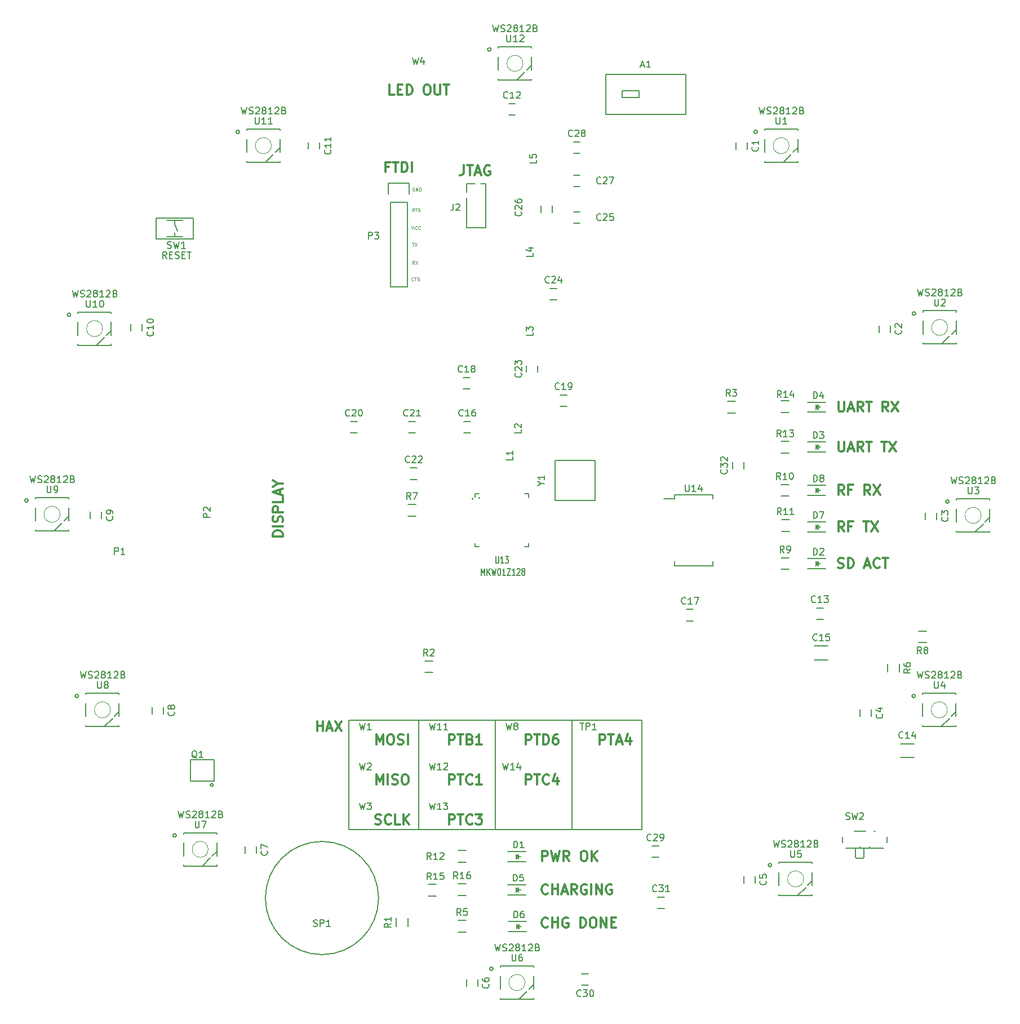
<source format=gto>
G04 #@! TF.GenerationSoftware,KiCad,Pcbnew,(2016-12-18 revision 3ffa37c)-master*
G04 #@! TF.CreationDate,2016-12-30T22:14:27-08:00*
G04 #@! TF.ProjectId,badge-kicad,62616467652D6B696361642E6B696361,rev?*
G04 #@! TF.FileFunction,Legend,Top*
G04 #@! TF.FilePolarity,Positive*
%FSLAX46Y46*%
G04 Gerber Fmt 4.6, Leading zero omitted, Abs format (unit mm)*
G04 Created by KiCad (PCBNEW (2016-12-18 revision 3ffa37c)-master) date Friday, December 30, 2016 'PMt' 10:14:27 PM*
%MOMM*%
%LPD*%
G01*
G04 APERTURE LIST*
%ADD10C,0.150000*%
%ADD11C,0.100000*%
%ADD12C,0.300000*%
%ADD13C,0.200000*%
%ADD14C,0.127000*%
%ADD15C,0.063500*%
%ADD16C,0.152400*%
G04 APERTURE END LIST*
D10*
D11*
X79726190Y-65978571D02*
X79702380Y-66002380D01*
X79630952Y-66026190D01*
X79583333Y-66026190D01*
X79511904Y-66002380D01*
X79464285Y-65954761D01*
X79440476Y-65907142D01*
X79416666Y-65811904D01*
X79416666Y-65740476D01*
X79440476Y-65645238D01*
X79464285Y-65597619D01*
X79511904Y-65550000D01*
X79583333Y-65526190D01*
X79630952Y-65526190D01*
X79702380Y-65550000D01*
X79726190Y-65573809D01*
X79869047Y-65526190D02*
X80154761Y-65526190D01*
X80011904Y-66026190D02*
X80011904Y-65526190D01*
X80297619Y-66002380D02*
X80369047Y-66026190D01*
X80488095Y-66026190D01*
X80535714Y-66002380D01*
X80559523Y-65978571D01*
X80583333Y-65930952D01*
X80583333Y-65883333D01*
X80559523Y-65835714D01*
X80535714Y-65811904D01*
X80488095Y-65788095D01*
X80392857Y-65764285D01*
X80345238Y-65740476D01*
X80321428Y-65716666D01*
X80297619Y-65669047D01*
X80297619Y-65621428D01*
X80321428Y-65573809D01*
X80345238Y-65550000D01*
X80392857Y-65526190D01*
X80511904Y-65526190D01*
X80583333Y-65550000D01*
X79816666Y-63526190D02*
X79650000Y-63288095D01*
X79530952Y-63526190D02*
X79530952Y-63026190D01*
X79721428Y-63026190D01*
X79769047Y-63050000D01*
X79792857Y-63073809D01*
X79816666Y-63121428D01*
X79816666Y-63192857D01*
X79792857Y-63240476D01*
X79769047Y-63264285D01*
X79721428Y-63288095D01*
X79530952Y-63288095D01*
X79983333Y-63026190D02*
X80316666Y-63526190D01*
X80316666Y-63026190D02*
X79983333Y-63526190D01*
X79519047Y-60326190D02*
X79804761Y-60326190D01*
X79661904Y-60826190D02*
X79661904Y-60326190D01*
X79923809Y-60326190D02*
X80257142Y-60826190D01*
X80257142Y-60326190D02*
X79923809Y-60826190D01*
X79433333Y-57826190D02*
X79600000Y-58326190D01*
X79766666Y-57826190D01*
X80219047Y-58278571D02*
X80195238Y-58302380D01*
X80123809Y-58326190D01*
X80076190Y-58326190D01*
X80004761Y-58302380D01*
X79957142Y-58254761D01*
X79933333Y-58207142D01*
X79909523Y-58111904D01*
X79909523Y-58040476D01*
X79933333Y-57945238D01*
X79957142Y-57897619D01*
X80004761Y-57850000D01*
X80076190Y-57826190D01*
X80123809Y-57826190D01*
X80195238Y-57850000D01*
X80219047Y-57873809D01*
X80719047Y-58278571D02*
X80695238Y-58302380D01*
X80623809Y-58326190D01*
X80576190Y-58326190D01*
X80504761Y-58302380D01*
X80457142Y-58254761D01*
X80433333Y-58207142D01*
X80409523Y-58111904D01*
X80409523Y-58040476D01*
X80433333Y-57945238D01*
X80457142Y-57897619D01*
X80504761Y-57850000D01*
X80576190Y-57826190D01*
X80623809Y-57826190D01*
X80695238Y-57850000D01*
X80719047Y-57873809D01*
X79826190Y-55626190D02*
X79659523Y-55388095D01*
X79540476Y-55626190D02*
X79540476Y-55126190D01*
X79730952Y-55126190D01*
X79778571Y-55150000D01*
X79802380Y-55173809D01*
X79826190Y-55221428D01*
X79826190Y-55292857D01*
X79802380Y-55340476D01*
X79778571Y-55364285D01*
X79730952Y-55388095D01*
X79540476Y-55388095D01*
X79969047Y-55126190D02*
X80254761Y-55126190D01*
X80111904Y-55626190D02*
X80111904Y-55126190D01*
X80397619Y-55602380D02*
X80469047Y-55626190D01*
X80588095Y-55626190D01*
X80635714Y-55602380D01*
X80659523Y-55578571D01*
X80683333Y-55530952D01*
X80683333Y-55483333D01*
X80659523Y-55435714D01*
X80635714Y-55411904D01*
X80588095Y-55388095D01*
X80492857Y-55364285D01*
X80445238Y-55340476D01*
X80421428Y-55316666D01*
X80397619Y-55269047D01*
X80397619Y-55221428D01*
X80421428Y-55173809D01*
X80445238Y-55150000D01*
X80492857Y-55126190D01*
X80611904Y-55126190D01*
X80683333Y-55150000D01*
X79819047Y-52050000D02*
X79771428Y-52026190D01*
X79700000Y-52026190D01*
X79628571Y-52050000D01*
X79580952Y-52097619D01*
X79557142Y-52145238D01*
X79533333Y-52240476D01*
X79533333Y-52311904D01*
X79557142Y-52407142D01*
X79580952Y-52454761D01*
X79628571Y-52502380D01*
X79700000Y-52526190D01*
X79747619Y-52526190D01*
X79819047Y-52502380D01*
X79842857Y-52478571D01*
X79842857Y-52311904D01*
X79747619Y-52311904D01*
X80057142Y-52526190D02*
X80057142Y-52026190D01*
X80342857Y-52526190D01*
X80342857Y-52026190D01*
X80580952Y-52526190D02*
X80580952Y-52026190D01*
X80700000Y-52026190D01*
X80771428Y-52050000D01*
X80819047Y-52097619D01*
X80842857Y-52145238D01*
X80866666Y-52240476D01*
X80866666Y-52311904D01*
X80842857Y-52407142D01*
X80819047Y-52454761D01*
X80771428Y-52502380D01*
X80700000Y-52526190D01*
X80580952Y-52526190D01*
D12*
X60078571Y-104407142D02*
X58578571Y-104407142D01*
X58578571Y-104050000D01*
X58650000Y-103835714D01*
X58792857Y-103692857D01*
X58935714Y-103621428D01*
X59221428Y-103550000D01*
X59435714Y-103550000D01*
X59721428Y-103621428D01*
X59864285Y-103692857D01*
X60007142Y-103835714D01*
X60078571Y-104050000D01*
X60078571Y-104407142D01*
X60078571Y-102907142D02*
X58578571Y-102907142D01*
X60007142Y-102264285D02*
X60078571Y-102050000D01*
X60078571Y-101692857D01*
X60007142Y-101550000D01*
X59935714Y-101478571D01*
X59792857Y-101407142D01*
X59650000Y-101407142D01*
X59507142Y-101478571D01*
X59435714Y-101550000D01*
X59364285Y-101692857D01*
X59292857Y-101978571D01*
X59221428Y-102121428D01*
X59150000Y-102192857D01*
X59007142Y-102264285D01*
X58864285Y-102264285D01*
X58721428Y-102192857D01*
X58650000Y-102121428D01*
X58578571Y-101978571D01*
X58578571Y-101621428D01*
X58650000Y-101407142D01*
X60078571Y-100764285D02*
X58578571Y-100764285D01*
X58578571Y-100192857D01*
X58650000Y-100050000D01*
X58721428Y-99978571D01*
X58864285Y-99907142D01*
X59078571Y-99907142D01*
X59221428Y-99978571D01*
X59292857Y-100050000D01*
X59364285Y-100192857D01*
X59364285Y-100764285D01*
X60078571Y-98550000D02*
X60078571Y-99264285D01*
X58578571Y-99264285D01*
X59650000Y-98121428D02*
X59650000Y-97407142D01*
X60078571Y-98264285D02*
X58578571Y-97764285D01*
X60078571Y-97264285D01*
X59364285Y-96478571D02*
X60078571Y-96478571D01*
X58578571Y-96978571D02*
X59364285Y-96478571D01*
X58578571Y-95978571D01*
X76821428Y-38078571D02*
X76107142Y-38078571D01*
X76107142Y-36578571D01*
X77321428Y-37292857D02*
X77821428Y-37292857D01*
X78035714Y-38078571D02*
X77321428Y-38078571D01*
X77321428Y-36578571D01*
X78035714Y-36578571D01*
X78678571Y-38078571D02*
X78678571Y-36578571D01*
X79035714Y-36578571D01*
X79250000Y-36650000D01*
X79392857Y-36792857D01*
X79464285Y-36935714D01*
X79535714Y-37221428D01*
X79535714Y-37435714D01*
X79464285Y-37721428D01*
X79392857Y-37864285D01*
X79250000Y-38007142D01*
X79035714Y-38078571D01*
X78678571Y-38078571D01*
X81607142Y-36578571D02*
X81892857Y-36578571D01*
X82035714Y-36650000D01*
X82178571Y-36792857D01*
X82250000Y-37078571D01*
X82250000Y-37578571D01*
X82178571Y-37864285D01*
X82035714Y-38007142D01*
X81892857Y-38078571D01*
X81607142Y-38078571D01*
X81464285Y-38007142D01*
X81321428Y-37864285D01*
X81250000Y-37578571D01*
X81250000Y-37078571D01*
X81321428Y-36792857D01*
X81464285Y-36650000D01*
X81607142Y-36578571D01*
X82892857Y-36578571D02*
X82892857Y-37792857D01*
X82964285Y-37935714D01*
X83035714Y-38007142D01*
X83178571Y-38078571D01*
X83464285Y-38078571D01*
X83607142Y-38007142D01*
X83678571Y-37935714D01*
X83750000Y-37792857D01*
X83750000Y-36578571D01*
X84250000Y-36578571D02*
X85107142Y-36578571D01*
X84678571Y-38078571D02*
X84678571Y-36578571D01*
D13*
X114000000Y-148500000D02*
X114000000Y-132000000D01*
X103500000Y-148500000D02*
X114000000Y-148500000D01*
X103500000Y-132000000D02*
X103500000Y-148500000D01*
X92000000Y-148500000D02*
X114000000Y-148500000D01*
X92000000Y-132000000D02*
X114000000Y-132000000D01*
D12*
X96571428Y-141678571D02*
X96571428Y-140178571D01*
X97142857Y-140178571D01*
X97285714Y-140250000D01*
X97357142Y-140321428D01*
X97428571Y-140464285D01*
X97428571Y-140678571D01*
X97357142Y-140821428D01*
X97285714Y-140892857D01*
X97142857Y-140964285D01*
X96571428Y-140964285D01*
X97857142Y-140178571D02*
X98714285Y-140178571D01*
X98285714Y-141678571D02*
X98285714Y-140178571D01*
X100071428Y-141535714D02*
X100000000Y-141607142D01*
X99785714Y-141678571D01*
X99642857Y-141678571D01*
X99428571Y-141607142D01*
X99285714Y-141464285D01*
X99214285Y-141321428D01*
X99142857Y-141035714D01*
X99142857Y-140821428D01*
X99214285Y-140535714D01*
X99285714Y-140392857D01*
X99428571Y-140250000D01*
X99642857Y-140178571D01*
X99785714Y-140178571D01*
X100000000Y-140250000D01*
X100071428Y-140321428D01*
X101357142Y-140678571D02*
X101357142Y-141678571D01*
X101000000Y-140107142D02*
X100642857Y-141178571D01*
X101571428Y-141178571D01*
X96571428Y-135678571D02*
X96571428Y-134178571D01*
X97142857Y-134178571D01*
X97285714Y-134250000D01*
X97357142Y-134321428D01*
X97428571Y-134464285D01*
X97428571Y-134678571D01*
X97357142Y-134821428D01*
X97285714Y-134892857D01*
X97142857Y-134964285D01*
X96571428Y-134964285D01*
X97857142Y-134178571D02*
X98714285Y-134178571D01*
X98285714Y-135678571D02*
X98285714Y-134178571D01*
X99214285Y-135678571D02*
X99214285Y-134178571D01*
X99571428Y-134178571D01*
X99785714Y-134250000D01*
X99928571Y-134392857D01*
X100000000Y-134535714D01*
X100071428Y-134821428D01*
X100071428Y-135035714D01*
X100000000Y-135321428D01*
X99928571Y-135464285D01*
X99785714Y-135607142D01*
X99571428Y-135678571D01*
X99214285Y-135678571D01*
X101357142Y-134178571D02*
X101071428Y-134178571D01*
X100928571Y-134250000D01*
X100857142Y-134321428D01*
X100714285Y-134535714D01*
X100642857Y-134821428D01*
X100642857Y-135392857D01*
X100714285Y-135535714D01*
X100785714Y-135607142D01*
X100928571Y-135678571D01*
X101214285Y-135678571D01*
X101357142Y-135607142D01*
X101428571Y-135535714D01*
X101500000Y-135392857D01*
X101500000Y-135035714D01*
X101428571Y-134892857D01*
X101357142Y-134821428D01*
X101214285Y-134750000D01*
X100928571Y-134750000D01*
X100785714Y-134821428D01*
X100714285Y-134892857D01*
X100642857Y-135035714D01*
D13*
X92000000Y-132000000D02*
X80000000Y-132000000D01*
X92000000Y-148500000D02*
X92000000Y-132000000D01*
X80500000Y-148500000D02*
X92000000Y-148500000D01*
D12*
X85071428Y-147678571D02*
X85071428Y-146178571D01*
X85642857Y-146178571D01*
X85785714Y-146250000D01*
X85857142Y-146321428D01*
X85928571Y-146464285D01*
X85928571Y-146678571D01*
X85857142Y-146821428D01*
X85785714Y-146892857D01*
X85642857Y-146964285D01*
X85071428Y-146964285D01*
X86357142Y-146178571D02*
X87214285Y-146178571D01*
X86785714Y-147678571D02*
X86785714Y-146178571D01*
X88571428Y-147535714D02*
X88500000Y-147607142D01*
X88285714Y-147678571D01*
X88142857Y-147678571D01*
X87928571Y-147607142D01*
X87785714Y-147464285D01*
X87714285Y-147321428D01*
X87642857Y-147035714D01*
X87642857Y-146821428D01*
X87714285Y-146535714D01*
X87785714Y-146392857D01*
X87928571Y-146250000D01*
X88142857Y-146178571D01*
X88285714Y-146178571D01*
X88500000Y-146250000D01*
X88571428Y-146321428D01*
X89071428Y-146178571D02*
X90000000Y-146178571D01*
X89500000Y-146750000D01*
X89714285Y-146750000D01*
X89857142Y-146821428D01*
X89928571Y-146892857D01*
X90000000Y-147035714D01*
X90000000Y-147392857D01*
X89928571Y-147535714D01*
X89857142Y-147607142D01*
X89714285Y-147678571D01*
X89285714Y-147678571D01*
X89142857Y-147607142D01*
X89071428Y-147535714D01*
X85071428Y-141678571D02*
X85071428Y-140178571D01*
X85642857Y-140178571D01*
X85785714Y-140250000D01*
X85857142Y-140321428D01*
X85928571Y-140464285D01*
X85928571Y-140678571D01*
X85857142Y-140821428D01*
X85785714Y-140892857D01*
X85642857Y-140964285D01*
X85071428Y-140964285D01*
X86357142Y-140178571D02*
X87214285Y-140178571D01*
X86785714Y-141678571D02*
X86785714Y-140178571D01*
X88571428Y-141535714D02*
X88500000Y-141607142D01*
X88285714Y-141678571D01*
X88142857Y-141678571D01*
X87928571Y-141607142D01*
X87785714Y-141464285D01*
X87714285Y-141321428D01*
X87642857Y-141035714D01*
X87642857Y-140821428D01*
X87714285Y-140535714D01*
X87785714Y-140392857D01*
X87928571Y-140250000D01*
X88142857Y-140178571D01*
X88285714Y-140178571D01*
X88500000Y-140250000D01*
X88571428Y-140321428D01*
X90000000Y-141678571D02*
X89142857Y-141678571D01*
X89571428Y-141678571D02*
X89571428Y-140178571D01*
X89428571Y-140392857D01*
X89285714Y-140535714D01*
X89142857Y-140607142D01*
X85071428Y-135678571D02*
X85071428Y-134178571D01*
X85642857Y-134178571D01*
X85785714Y-134250000D01*
X85857142Y-134321428D01*
X85928571Y-134464285D01*
X85928571Y-134678571D01*
X85857142Y-134821428D01*
X85785714Y-134892857D01*
X85642857Y-134964285D01*
X85071428Y-134964285D01*
X86357142Y-134178571D02*
X87214285Y-134178571D01*
X86785714Y-135678571D02*
X86785714Y-134178571D01*
X88214285Y-134892857D02*
X88428571Y-134964285D01*
X88500000Y-135035714D01*
X88571428Y-135178571D01*
X88571428Y-135392857D01*
X88500000Y-135535714D01*
X88428571Y-135607142D01*
X88285714Y-135678571D01*
X87714285Y-135678571D01*
X87714285Y-134178571D01*
X88214285Y-134178571D01*
X88357142Y-134250000D01*
X88428571Y-134321428D01*
X88500000Y-134464285D01*
X88500000Y-134607142D01*
X88428571Y-134750000D01*
X88357142Y-134821428D01*
X88214285Y-134892857D01*
X87714285Y-134892857D01*
X90000000Y-135678571D02*
X89142857Y-135678571D01*
X89571428Y-135678571D02*
X89571428Y-134178571D01*
X89428571Y-134392857D01*
X89285714Y-134535714D01*
X89142857Y-134607142D01*
X107678571Y-135678571D02*
X107678571Y-134178571D01*
X108250000Y-134178571D01*
X108392857Y-134250000D01*
X108464285Y-134321428D01*
X108535714Y-134464285D01*
X108535714Y-134678571D01*
X108464285Y-134821428D01*
X108392857Y-134892857D01*
X108250000Y-134964285D01*
X107678571Y-134964285D01*
X108964285Y-134178571D02*
X109821428Y-134178571D01*
X109392857Y-135678571D02*
X109392857Y-134178571D01*
X110250000Y-135250000D02*
X110964285Y-135250000D01*
X110107142Y-135678571D02*
X110607142Y-134178571D01*
X111107142Y-135678571D01*
X112250000Y-134678571D02*
X112250000Y-135678571D01*
X111892857Y-134107142D02*
X111535714Y-135178571D01*
X112464285Y-135178571D01*
D13*
X80500000Y-132000000D02*
X70000000Y-132000000D01*
X70000000Y-148500000D02*
X70000000Y-132000000D01*
X80500000Y-148500000D02*
X70000000Y-148500000D01*
X80500000Y-132000000D02*
X80500000Y-148500000D01*
D12*
X73964285Y-147607142D02*
X74178571Y-147678571D01*
X74535714Y-147678571D01*
X74678571Y-147607142D01*
X74750000Y-147535714D01*
X74821428Y-147392857D01*
X74821428Y-147250000D01*
X74750000Y-147107142D01*
X74678571Y-147035714D01*
X74535714Y-146964285D01*
X74250000Y-146892857D01*
X74107142Y-146821428D01*
X74035714Y-146750000D01*
X73964285Y-146607142D01*
X73964285Y-146464285D01*
X74035714Y-146321428D01*
X74107142Y-146250000D01*
X74250000Y-146178571D01*
X74607142Y-146178571D01*
X74821428Y-146250000D01*
X76321428Y-147535714D02*
X76250000Y-147607142D01*
X76035714Y-147678571D01*
X75892857Y-147678571D01*
X75678571Y-147607142D01*
X75535714Y-147464285D01*
X75464285Y-147321428D01*
X75392857Y-147035714D01*
X75392857Y-146821428D01*
X75464285Y-146535714D01*
X75535714Y-146392857D01*
X75678571Y-146250000D01*
X75892857Y-146178571D01*
X76035714Y-146178571D01*
X76250000Y-146250000D01*
X76321428Y-146321428D01*
X77678571Y-147678571D02*
X76964285Y-147678571D01*
X76964285Y-146178571D01*
X78178571Y-147678571D02*
X78178571Y-146178571D01*
X79035714Y-147678571D02*
X78392857Y-146821428D01*
X79035714Y-146178571D02*
X78178571Y-147035714D01*
X74142857Y-141678571D02*
X74142857Y-140178571D01*
X74642857Y-141250000D01*
X75142857Y-140178571D01*
X75142857Y-141678571D01*
X75857142Y-141678571D02*
X75857142Y-140178571D01*
X76500000Y-141607142D02*
X76714285Y-141678571D01*
X77071428Y-141678571D01*
X77214285Y-141607142D01*
X77285714Y-141535714D01*
X77357142Y-141392857D01*
X77357142Y-141250000D01*
X77285714Y-141107142D01*
X77214285Y-141035714D01*
X77071428Y-140964285D01*
X76785714Y-140892857D01*
X76642857Y-140821428D01*
X76571428Y-140750000D01*
X76500000Y-140607142D01*
X76500000Y-140464285D01*
X76571428Y-140321428D01*
X76642857Y-140250000D01*
X76785714Y-140178571D01*
X77142857Y-140178571D01*
X77357142Y-140250000D01*
X78285714Y-140178571D02*
X78571428Y-140178571D01*
X78714285Y-140250000D01*
X78857142Y-140392857D01*
X78928571Y-140678571D01*
X78928571Y-141178571D01*
X78857142Y-141464285D01*
X78714285Y-141607142D01*
X78571428Y-141678571D01*
X78285714Y-141678571D01*
X78142857Y-141607142D01*
X78000000Y-141464285D01*
X77928571Y-141178571D01*
X77928571Y-140678571D01*
X78000000Y-140392857D01*
X78142857Y-140250000D01*
X78285714Y-140178571D01*
X74142857Y-135678571D02*
X74142857Y-134178571D01*
X74642857Y-135250000D01*
X75142857Y-134178571D01*
X75142857Y-135678571D01*
X76142857Y-134178571D02*
X76428571Y-134178571D01*
X76571428Y-134250000D01*
X76714285Y-134392857D01*
X76785714Y-134678571D01*
X76785714Y-135178571D01*
X76714285Y-135464285D01*
X76571428Y-135607142D01*
X76428571Y-135678571D01*
X76142857Y-135678571D01*
X76000000Y-135607142D01*
X75857142Y-135464285D01*
X75785714Y-135178571D01*
X75785714Y-134678571D01*
X75857142Y-134392857D01*
X76000000Y-134250000D01*
X76142857Y-134178571D01*
X77357142Y-135607142D02*
X77571428Y-135678571D01*
X77928571Y-135678571D01*
X78071428Y-135607142D01*
X78142857Y-135535714D01*
X78214285Y-135392857D01*
X78214285Y-135250000D01*
X78142857Y-135107142D01*
X78071428Y-135035714D01*
X77928571Y-134964285D01*
X77642857Y-134892857D01*
X77500000Y-134821428D01*
X77428571Y-134750000D01*
X77357142Y-134607142D01*
X77357142Y-134464285D01*
X77428571Y-134321428D01*
X77500000Y-134250000D01*
X77642857Y-134178571D01*
X78000000Y-134178571D01*
X78214285Y-134250000D01*
X78857142Y-135678571D02*
X78857142Y-134178571D01*
X65214285Y-133678571D02*
X65214285Y-132178571D01*
X65214285Y-132892857D02*
X66071428Y-132892857D01*
X66071428Y-133678571D02*
X66071428Y-132178571D01*
X66714285Y-133250000D02*
X67428571Y-133250000D01*
X66571428Y-133678571D02*
X67071428Y-132178571D01*
X67571428Y-133678571D01*
X67928571Y-132178571D02*
X68928571Y-133678571D01*
X68928571Y-132178571D02*
X67928571Y-133678571D01*
X87250000Y-48678571D02*
X87250000Y-49750000D01*
X87178571Y-49964285D01*
X87035714Y-50107142D01*
X86821428Y-50178571D01*
X86678571Y-50178571D01*
X87750000Y-48678571D02*
X88607142Y-48678571D01*
X88178571Y-50178571D02*
X88178571Y-48678571D01*
X89035714Y-49750000D02*
X89750000Y-49750000D01*
X88892857Y-50178571D02*
X89392857Y-48678571D01*
X89892857Y-50178571D01*
X91178571Y-48750000D02*
X91035714Y-48678571D01*
X90821428Y-48678571D01*
X90607142Y-48750000D01*
X90464285Y-48892857D01*
X90392857Y-49035714D01*
X90321428Y-49321428D01*
X90321428Y-49535714D01*
X90392857Y-49821428D01*
X90464285Y-49964285D01*
X90607142Y-50107142D01*
X90821428Y-50178571D01*
X90964285Y-50178571D01*
X91178571Y-50107142D01*
X91250000Y-50035714D01*
X91250000Y-49535714D01*
X90964285Y-49535714D01*
X99909285Y-158035714D02*
X99837857Y-158107142D01*
X99623571Y-158178571D01*
X99480714Y-158178571D01*
X99266428Y-158107142D01*
X99123571Y-157964285D01*
X99052142Y-157821428D01*
X98980714Y-157535714D01*
X98980714Y-157321428D01*
X99052142Y-157035714D01*
X99123571Y-156892857D01*
X99266428Y-156750000D01*
X99480714Y-156678571D01*
X99623571Y-156678571D01*
X99837857Y-156750000D01*
X99909285Y-156821428D01*
X100552142Y-158178571D02*
X100552142Y-156678571D01*
X100552142Y-157392857D02*
X101409285Y-157392857D01*
X101409285Y-158178571D02*
X101409285Y-156678571D01*
X102052142Y-157750000D02*
X102766428Y-157750000D01*
X101909285Y-158178571D02*
X102409285Y-156678571D01*
X102909285Y-158178571D01*
X104266428Y-158178571D02*
X103766428Y-157464285D01*
X103409285Y-158178571D02*
X103409285Y-156678571D01*
X103980714Y-156678571D01*
X104123571Y-156750000D01*
X104195000Y-156821428D01*
X104266428Y-156964285D01*
X104266428Y-157178571D01*
X104195000Y-157321428D01*
X104123571Y-157392857D01*
X103980714Y-157464285D01*
X103409285Y-157464285D01*
X105695000Y-156750000D02*
X105552142Y-156678571D01*
X105337857Y-156678571D01*
X105123571Y-156750000D01*
X104980714Y-156892857D01*
X104909285Y-157035714D01*
X104837857Y-157321428D01*
X104837857Y-157535714D01*
X104909285Y-157821428D01*
X104980714Y-157964285D01*
X105123571Y-158107142D01*
X105337857Y-158178571D01*
X105480714Y-158178571D01*
X105695000Y-158107142D01*
X105766428Y-158035714D01*
X105766428Y-157535714D01*
X105480714Y-157535714D01*
X106409285Y-158178571D02*
X106409285Y-156678571D01*
X107123571Y-158178571D02*
X107123571Y-156678571D01*
X107980714Y-158178571D01*
X107980714Y-156678571D01*
X109480714Y-156750000D02*
X109337857Y-156678571D01*
X109123571Y-156678571D01*
X108909285Y-156750000D01*
X108766428Y-156892857D01*
X108695000Y-157035714D01*
X108623571Y-157321428D01*
X108623571Y-157535714D01*
X108695000Y-157821428D01*
X108766428Y-157964285D01*
X108909285Y-158107142D01*
X109123571Y-158178571D01*
X109266428Y-158178571D01*
X109480714Y-158107142D01*
X109552142Y-158035714D01*
X109552142Y-157535714D01*
X109266428Y-157535714D01*
X99909285Y-163035714D02*
X99837857Y-163107142D01*
X99623571Y-163178571D01*
X99480714Y-163178571D01*
X99266428Y-163107142D01*
X99123571Y-162964285D01*
X99052142Y-162821428D01*
X98980714Y-162535714D01*
X98980714Y-162321428D01*
X99052142Y-162035714D01*
X99123571Y-161892857D01*
X99266428Y-161750000D01*
X99480714Y-161678571D01*
X99623571Y-161678571D01*
X99837857Y-161750000D01*
X99909285Y-161821428D01*
X100552142Y-163178571D02*
X100552142Y-161678571D01*
X100552142Y-162392857D02*
X101409285Y-162392857D01*
X101409285Y-163178571D02*
X101409285Y-161678571D01*
X102909285Y-161750000D02*
X102766428Y-161678571D01*
X102552142Y-161678571D01*
X102337857Y-161750000D01*
X102195000Y-161892857D01*
X102123571Y-162035714D01*
X102052142Y-162321428D01*
X102052142Y-162535714D01*
X102123571Y-162821428D01*
X102195000Y-162964285D01*
X102337857Y-163107142D01*
X102552142Y-163178571D01*
X102695000Y-163178571D01*
X102909285Y-163107142D01*
X102980714Y-163035714D01*
X102980714Y-162535714D01*
X102695000Y-162535714D01*
X104766428Y-163178571D02*
X104766428Y-161678571D01*
X105123571Y-161678571D01*
X105337857Y-161750000D01*
X105480714Y-161892857D01*
X105552142Y-162035714D01*
X105623571Y-162321428D01*
X105623571Y-162535714D01*
X105552142Y-162821428D01*
X105480714Y-162964285D01*
X105337857Y-163107142D01*
X105123571Y-163178571D01*
X104766428Y-163178571D01*
X106552142Y-161678571D02*
X106837857Y-161678571D01*
X106980714Y-161750000D01*
X107123571Y-161892857D01*
X107195000Y-162178571D01*
X107195000Y-162678571D01*
X107123571Y-162964285D01*
X106980714Y-163107142D01*
X106837857Y-163178571D01*
X106552142Y-163178571D01*
X106409285Y-163107142D01*
X106266428Y-162964285D01*
X106195000Y-162678571D01*
X106195000Y-162178571D01*
X106266428Y-161892857D01*
X106409285Y-161750000D01*
X106552142Y-161678571D01*
X107837857Y-163178571D02*
X107837857Y-161678571D01*
X108695000Y-163178571D01*
X108695000Y-161678571D01*
X109409285Y-162392857D02*
X109909285Y-162392857D01*
X110123571Y-163178571D02*
X109409285Y-163178571D01*
X109409285Y-161678571D01*
X110123571Y-161678571D01*
X99052142Y-153178571D02*
X99052142Y-151678571D01*
X99623571Y-151678571D01*
X99766428Y-151750000D01*
X99837857Y-151821428D01*
X99909285Y-151964285D01*
X99909285Y-152178571D01*
X99837857Y-152321428D01*
X99766428Y-152392857D01*
X99623571Y-152464285D01*
X99052142Y-152464285D01*
X100409285Y-151678571D02*
X100766428Y-153178571D01*
X101052142Y-152107142D01*
X101337857Y-153178571D01*
X101695000Y-151678571D01*
X103123571Y-153178571D02*
X102623571Y-152464285D01*
X102266428Y-153178571D02*
X102266428Y-151678571D01*
X102837857Y-151678571D01*
X102980714Y-151750000D01*
X103052142Y-151821428D01*
X103123571Y-151964285D01*
X103123571Y-152178571D01*
X103052142Y-152321428D01*
X102980714Y-152392857D01*
X102837857Y-152464285D01*
X102266428Y-152464285D01*
X105195000Y-151678571D02*
X105480714Y-151678571D01*
X105623571Y-151750000D01*
X105766428Y-151892857D01*
X105837857Y-152178571D01*
X105837857Y-152678571D01*
X105766428Y-152964285D01*
X105623571Y-153107142D01*
X105480714Y-153178571D01*
X105195000Y-153178571D01*
X105052142Y-153107142D01*
X104909285Y-152964285D01*
X104837857Y-152678571D01*
X104837857Y-152178571D01*
X104909285Y-151892857D01*
X105052142Y-151750000D01*
X105195000Y-151678571D01*
X106480714Y-153178571D02*
X106480714Y-151678571D01*
X107337857Y-153178571D02*
X106695000Y-152321428D01*
X107337857Y-151678571D02*
X106480714Y-152535714D01*
X76035714Y-48892857D02*
X75535714Y-48892857D01*
X75535714Y-49678571D02*
X75535714Y-48178571D01*
X76250000Y-48178571D01*
X76607142Y-48178571D02*
X77464285Y-48178571D01*
X77035714Y-49678571D02*
X77035714Y-48178571D01*
X77964285Y-49678571D02*
X77964285Y-48178571D01*
X78321428Y-48178571D01*
X78535714Y-48250000D01*
X78678571Y-48392857D01*
X78750000Y-48535714D01*
X78821428Y-48821428D01*
X78821428Y-49035714D01*
X78750000Y-49321428D01*
X78678571Y-49464285D01*
X78535714Y-49607142D01*
X78321428Y-49678571D01*
X77964285Y-49678571D01*
X79464285Y-49678571D02*
X79464285Y-48178571D01*
X143552142Y-84178571D02*
X143552142Y-85392857D01*
X143623571Y-85535714D01*
X143695000Y-85607142D01*
X143837857Y-85678571D01*
X144123571Y-85678571D01*
X144266428Y-85607142D01*
X144337857Y-85535714D01*
X144409285Y-85392857D01*
X144409285Y-84178571D01*
X145052142Y-85250000D02*
X145766428Y-85250000D01*
X144909285Y-85678571D02*
X145409285Y-84178571D01*
X145909285Y-85678571D01*
X147266428Y-85678571D02*
X146766428Y-84964285D01*
X146409285Y-85678571D02*
X146409285Y-84178571D01*
X146980714Y-84178571D01*
X147123571Y-84250000D01*
X147195000Y-84321428D01*
X147266428Y-84464285D01*
X147266428Y-84678571D01*
X147195000Y-84821428D01*
X147123571Y-84892857D01*
X146980714Y-84964285D01*
X146409285Y-84964285D01*
X147695000Y-84178571D02*
X148552142Y-84178571D01*
X148123571Y-85678571D02*
X148123571Y-84178571D01*
X151052142Y-85678571D02*
X150552142Y-84964285D01*
X150195000Y-85678571D02*
X150195000Y-84178571D01*
X150766428Y-84178571D01*
X150909285Y-84250000D01*
X150980714Y-84321428D01*
X151052142Y-84464285D01*
X151052142Y-84678571D01*
X150980714Y-84821428D01*
X150909285Y-84892857D01*
X150766428Y-84964285D01*
X150195000Y-84964285D01*
X151552142Y-84178571D02*
X152552142Y-85678571D01*
X152552142Y-84178571D02*
X151552142Y-85678571D01*
X143552142Y-90178571D02*
X143552142Y-91392857D01*
X143623571Y-91535714D01*
X143695000Y-91607142D01*
X143837857Y-91678571D01*
X144123571Y-91678571D01*
X144266428Y-91607142D01*
X144337857Y-91535714D01*
X144409285Y-91392857D01*
X144409285Y-90178571D01*
X145052142Y-91250000D02*
X145766428Y-91250000D01*
X144909285Y-91678571D02*
X145409285Y-90178571D01*
X145909285Y-91678571D01*
X147266428Y-91678571D02*
X146766428Y-90964285D01*
X146409285Y-91678571D02*
X146409285Y-90178571D01*
X146980714Y-90178571D01*
X147123571Y-90250000D01*
X147195000Y-90321428D01*
X147266428Y-90464285D01*
X147266428Y-90678571D01*
X147195000Y-90821428D01*
X147123571Y-90892857D01*
X146980714Y-90964285D01*
X146409285Y-90964285D01*
X147695000Y-90178571D02*
X148552142Y-90178571D01*
X148123571Y-91678571D02*
X148123571Y-90178571D01*
X149980714Y-90178571D02*
X150837857Y-90178571D01*
X150409285Y-91678571D02*
X150409285Y-90178571D01*
X151195000Y-90178571D02*
X152195000Y-91678571D01*
X152195000Y-90178571D02*
X151195000Y-91678571D01*
X143480714Y-109107142D02*
X143695000Y-109178571D01*
X144052142Y-109178571D01*
X144195000Y-109107142D01*
X144266428Y-109035714D01*
X144337857Y-108892857D01*
X144337857Y-108750000D01*
X144266428Y-108607142D01*
X144195000Y-108535714D01*
X144052142Y-108464285D01*
X143766428Y-108392857D01*
X143623571Y-108321428D01*
X143552142Y-108250000D01*
X143480714Y-108107142D01*
X143480714Y-107964285D01*
X143552142Y-107821428D01*
X143623571Y-107750000D01*
X143766428Y-107678571D01*
X144123571Y-107678571D01*
X144337857Y-107750000D01*
X144980714Y-109178571D02*
X144980714Y-107678571D01*
X145337857Y-107678571D01*
X145552142Y-107750000D01*
X145695000Y-107892857D01*
X145766428Y-108035714D01*
X145837857Y-108321428D01*
X145837857Y-108535714D01*
X145766428Y-108821428D01*
X145695000Y-108964285D01*
X145552142Y-109107142D01*
X145337857Y-109178571D01*
X144980714Y-109178571D01*
X147552142Y-108750000D02*
X148266428Y-108750000D01*
X147409285Y-109178571D02*
X147909285Y-107678571D01*
X148409285Y-109178571D01*
X149766428Y-109035714D02*
X149695000Y-109107142D01*
X149480714Y-109178571D01*
X149337857Y-109178571D01*
X149123571Y-109107142D01*
X148980714Y-108964285D01*
X148909285Y-108821428D01*
X148837857Y-108535714D01*
X148837857Y-108321428D01*
X148909285Y-108035714D01*
X148980714Y-107892857D01*
X149123571Y-107750000D01*
X149337857Y-107678571D01*
X149480714Y-107678571D01*
X149695000Y-107750000D01*
X149766428Y-107821428D01*
X150195000Y-107678571D02*
X151052142Y-107678571D01*
X150623571Y-109178571D02*
X150623571Y-107678571D01*
X144409285Y-103678571D02*
X143909285Y-102964285D01*
X143552142Y-103678571D02*
X143552142Y-102178571D01*
X144123571Y-102178571D01*
X144266428Y-102250000D01*
X144337857Y-102321428D01*
X144409285Y-102464285D01*
X144409285Y-102678571D01*
X144337857Y-102821428D01*
X144266428Y-102892857D01*
X144123571Y-102964285D01*
X143552142Y-102964285D01*
X145552142Y-102892857D02*
X145052142Y-102892857D01*
X145052142Y-103678571D02*
X145052142Y-102178571D01*
X145766428Y-102178571D01*
X147266428Y-102178571D02*
X148123571Y-102178571D01*
X147695000Y-103678571D02*
X147695000Y-102178571D01*
X148480714Y-102178571D02*
X149480714Y-103678571D01*
X149480714Y-102178571D02*
X148480714Y-103678571D01*
X144409285Y-98178571D02*
X143909285Y-97464285D01*
X143552142Y-98178571D02*
X143552142Y-96678571D01*
X144123571Y-96678571D01*
X144266428Y-96750000D01*
X144337857Y-96821428D01*
X144409285Y-96964285D01*
X144409285Y-97178571D01*
X144337857Y-97321428D01*
X144266428Y-97392857D01*
X144123571Y-97464285D01*
X143552142Y-97464285D01*
X145552142Y-97392857D02*
X145052142Y-97392857D01*
X145052142Y-98178571D02*
X145052142Y-96678571D01*
X145766428Y-96678571D01*
X148337857Y-98178571D02*
X147837857Y-97464285D01*
X147480714Y-98178571D02*
X147480714Y-96678571D01*
X148052142Y-96678571D01*
X148195000Y-96750000D01*
X148266428Y-96821428D01*
X148337857Y-96964285D01*
X148337857Y-97178571D01*
X148266428Y-97321428D01*
X148195000Y-97392857D01*
X148052142Y-97464285D01*
X147480714Y-97464285D01*
X148837857Y-96678571D02*
X149837857Y-98178571D01*
X149837857Y-96678571D02*
X148837857Y-98178571D01*
D10*
X115550000Y-152650000D02*
X116550000Y-152650000D01*
X116550000Y-150950000D02*
X115550000Y-150950000D01*
X141970000Y-120895000D02*
X139970000Y-120895000D01*
X139970000Y-122945000D02*
X141970000Y-122945000D01*
X152900000Y-137625000D02*
X154900000Y-137625000D01*
X154900000Y-135575000D02*
X152900000Y-135575000D01*
X150850000Y-150400000D02*
X150850000Y-149600000D01*
X144150000Y-149600000D02*
X144150000Y-150400000D01*
X145900000Y-148700000D02*
X147600000Y-148700000D01*
X144650000Y-151300000D02*
X150350000Y-151300000D01*
X147400000Y-152600000D02*
X147400000Y-151300000D01*
X146300000Y-152800000D02*
X147200000Y-152800000D01*
X146100000Y-151300000D02*
X146100000Y-152600000D01*
X147400000Y-152600000D02*
X147200000Y-152800000D01*
X146100000Y-152600000D02*
X146300000Y-152800000D01*
X148900000Y-148700000D02*
X149100000Y-148700000D01*
X146750000Y-151000000D02*
X146750000Y-151300000D01*
X148250000Y-151000000D02*
X148250000Y-151300000D01*
X102750000Y-83150000D02*
X101750000Y-83150000D01*
X101750000Y-84850000D02*
X102750000Y-84850000D01*
X87200000Y-82250000D02*
X88200000Y-82250000D01*
X88200000Y-80550000D02*
X87200000Y-80550000D01*
X87300000Y-88850000D02*
X88300000Y-88850000D01*
X88300000Y-87150000D02*
X87300000Y-87150000D01*
D14*
X49800120Y-141147660D02*
X49800120Y-137952340D01*
X49800120Y-137952340D02*
X46203480Y-137952340D01*
X46203480Y-137952340D02*
X46203480Y-141147660D01*
X46203480Y-141147660D02*
X49800120Y-141147660D01*
X49599460Y-141749640D02*
X49594380Y-141800440D01*
X49594380Y-141800440D02*
X49574060Y-141848700D01*
X49574060Y-141848700D02*
X49541040Y-141889340D01*
X49541040Y-141889340D02*
X49500400Y-141922360D01*
X49500400Y-141922360D02*
X49452140Y-141942680D01*
X49452140Y-141942680D02*
X49401340Y-141947760D01*
X49401340Y-141947760D02*
X49348000Y-141942680D01*
X49348000Y-141942680D02*
X49299740Y-141922360D01*
X49299740Y-141922360D02*
X49259100Y-141889340D01*
X49259100Y-141889340D02*
X49226080Y-141848700D01*
X49226080Y-141848700D02*
X49208300Y-141800440D01*
X49208300Y-141800440D02*
X49200680Y-141749640D01*
X49200680Y-141749640D02*
X49208300Y-141696300D01*
X49208300Y-141696300D02*
X49226080Y-141648040D01*
X49226080Y-141648040D02*
X49259100Y-141607400D01*
X49259100Y-141607400D02*
X49299740Y-141574380D01*
X49299740Y-141574380D02*
X49348000Y-141556600D01*
X49348000Y-141556600D02*
X49401340Y-141548980D01*
X49401340Y-141548980D02*
X49452140Y-141556600D01*
X49452140Y-141556600D02*
X49500400Y-141574380D01*
X49500400Y-141574380D02*
X49541040Y-141607400D01*
X49541040Y-141607400D02*
X49574060Y-141648040D01*
X49574060Y-141648040D02*
X49594380Y-141696300D01*
X49594380Y-141696300D02*
X49599460Y-141749640D01*
D15*
X136152354Y-45720000D02*
G75*
G03X136152354Y-45720000I-1203354J0D01*
G01*
D14*
X130859600Y-43558460D02*
X130849440Y-43624500D01*
X130885000Y-43497500D02*
X130859600Y-43558460D01*
X130925640Y-43446700D02*
X130885000Y-43497500D01*
X130976440Y-43406060D02*
X130925640Y-43446700D01*
X131037400Y-43380660D02*
X130976440Y-43406060D01*
X131103440Y-43370500D02*
X131037400Y-43380660D01*
X131166940Y-43380660D02*
X131103440Y-43370500D01*
X131227900Y-43403520D02*
X131166940Y-43380660D01*
X131278700Y-43444160D02*
X131227900Y-43403520D01*
X131316800Y-43494960D02*
X131278700Y-43444160D01*
X131342200Y-43553380D02*
X131316800Y-43494960D01*
X131349820Y-43616880D02*
X131342200Y-43553380D01*
X131342200Y-43682920D02*
X131349820Y-43616880D01*
X131316800Y-43743880D02*
X131342200Y-43682920D01*
X131276160Y-43797220D02*
X131316800Y-43743880D01*
X131222820Y-43837860D02*
X131276160Y-43797220D01*
X131161860Y-43863260D02*
X131222820Y-43837860D01*
X131095820Y-43870880D02*
X131161860Y-43863260D01*
X131032320Y-43863260D02*
X131095820Y-43870880D01*
X130973900Y-43837860D02*
X131032320Y-43863260D01*
X130923100Y-43799760D02*
X130973900Y-43837860D01*
X130882460Y-43748960D02*
X130923100Y-43799760D01*
X130859600Y-43688000D02*
X130882460Y-43748960D01*
X130849440Y-43624500D02*
X130859600Y-43688000D01*
X136447600Y-47017940D02*
X135248720Y-48219360D01*
X137448360Y-46019720D02*
X136747320Y-46718220D01*
X132449640Y-43421300D02*
X132449640Y-43220640D01*
X132449640Y-46718220D02*
X132449640Y-44721780D01*
X132449640Y-48219360D02*
X132449640Y-48018700D01*
X135248720Y-48219360D02*
X132449640Y-48219360D01*
X137448360Y-48219360D02*
X135248720Y-48219360D01*
X137448360Y-48018700D02*
X137448360Y-48219360D01*
X137448360Y-46019720D02*
X137448360Y-46718220D01*
X137448360Y-44721780D02*
X137448360Y-46019720D01*
X137448360Y-43220640D02*
X137448360Y-43421300D01*
X132449640Y-43220640D02*
X137448360Y-43220640D01*
X156250640Y-70525640D02*
X161249360Y-70525640D01*
X161249360Y-70525640D02*
X161249360Y-70726300D01*
X161249360Y-72026780D02*
X161249360Y-73324720D01*
X161249360Y-73324720D02*
X161249360Y-74023220D01*
X161249360Y-75323700D02*
X161249360Y-75524360D01*
X161249360Y-75524360D02*
X159049720Y-75524360D01*
X159049720Y-75524360D02*
X156250640Y-75524360D01*
X156250640Y-75524360D02*
X156250640Y-75323700D01*
X156250640Y-74023220D02*
X156250640Y-72026780D01*
X156250640Y-70726300D02*
X156250640Y-70525640D01*
X161249360Y-73324720D02*
X160548320Y-74023220D01*
X160248600Y-74322940D02*
X159049720Y-75524360D01*
X154650440Y-70929500D02*
X154660600Y-70993000D01*
X154660600Y-70993000D02*
X154683460Y-71053960D01*
X154683460Y-71053960D02*
X154724100Y-71104760D01*
X154724100Y-71104760D02*
X154774900Y-71142860D01*
X154774900Y-71142860D02*
X154833320Y-71168260D01*
X154833320Y-71168260D02*
X154896820Y-71175880D01*
X154896820Y-71175880D02*
X154962860Y-71168260D01*
X154962860Y-71168260D02*
X155023820Y-71142860D01*
X155023820Y-71142860D02*
X155077160Y-71102220D01*
X155077160Y-71102220D02*
X155117800Y-71048880D01*
X155117800Y-71048880D02*
X155143200Y-70987920D01*
X155143200Y-70987920D02*
X155150820Y-70921880D01*
X155150820Y-70921880D02*
X155143200Y-70858380D01*
X155143200Y-70858380D02*
X155117800Y-70799960D01*
X155117800Y-70799960D02*
X155079700Y-70749160D01*
X155079700Y-70749160D02*
X155028900Y-70708520D01*
X155028900Y-70708520D02*
X154967940Y-70685660D01*
X154967940Y-70685660D02*
X154904440Y-70675500D01*
X154904440Y-70675500D02*
X154838400Y-70685660D01*
X154838400Y-70685660D02*
X154777440Y-70711060D01*
X154777440Y-70711060D02*
X154726640Y-70751700D01*
X154726640Y-70751700D02*
X154686000Y-70802500D01*
X154686000Y-70802500D02*
X154660600Y-70863460D01*
X154660600Y-70863460D02*
X154650440Y-70929500D01*
D15*
X159953354Y-73025000D02*
G75*
G03X159953354Y-73025000I-1203354J0D01*
G01*
X164993354Y-101270000D02*
G75*
G03X164993354Y-101270000I-1203354J0D01*
G01*
D14*
X159700600Y-99108460D02*
X159690440Y-99174500D01*
X159726000Y-99047500D02*
X159700600Y-99108460D01*
X159766640Y-98996700D02*
X159726000Y-99047500D01*
X159817440Y-98956060D02*
X159766640Y-98996700D01*
X159878400Y-98930660D02*
X159817440Y-98956060D01*
X159944440Y-98920500D02*
X159878400Y-98930660D01*
X160007940Y-98930660D02*
X159944440Y-98920500D01*
X160068900Y-98953520D02*
X160007940Y-98930660D01*
X160119700Y-98994160D02*
X160068900Y-98953520D01*
X160157800Y-99044960D02*
X160119700Y-98994160D01*
X160183200Y-99103380D02*
X160157800Y-99044960D01*
X160190820Y-99166880D02*
X160183200Y-99103380D01*
X160183200Y-99232920D02*
X160190820Y-99166880D01*
X160157800Y-99293880D02*
X160183200Y-99232920D01*
X160117160Y-99347220D02*
X160157800Y-99293880D01*
X160063820Y-99387860D02*
X160117160Y-99347220D01*
X160002860Y-99413260D02*
X160063820Y-99387860D01*
X159936820Y-99420880D02*
X160002860Y-99413260D01*
X159873320Y-99413260D02*
X159936820Y-99420880D01*
X159814900Y-99387860D02*
X159873320Y-99413260D01*
X159764100Y-99349760D02*
X159814900Y-99387860D01*
X159723460Y-99298960D02*
X159764100Y-99349760D01*
X159700600Y-99238000D02*
X159723460Y-99298960D01*
X159690440Y-99174500D02*
X159700600Y-99238000D01*
X165288600Y-102567940D02*
X164089720Y-103769360D01*
X166289360Y-101569720D02*
X165588320Y-102268220D01*
X161290640Y-98971300D02*
X161290640Y-98770640D01*
X161290640Y-102268220D02*
X161290640Y-100271780D01*
X161290640Y-103769360D02*
X161290640Y-103568700D01*
X164089720Y-103769360D02*
X161290640Y-103769360D01*
X166289360Y-103769360D02*
X164089720Y-103769360D01*
X166289360Y-103568700D02*
X166289360Y-103769360D01*
X166289360Y-101569720D02*
X166289360Y-102268220D01*
X166289360Y-100271780D02*
X166289360Y-101569720D01*
X166289360Y-98770640D02*
X166289360Y-98971300D01*
X161290640Y-98770640D02*
X166289360Y-98770640D01*
X156210640Y-127980640D02*
X161209360Y-127980640D01*
X161209360Y-127980640D02*
X161209360Y-128181300D01*
X161209360Y-129481780D02*
X161209360Y-130779720D01*
X161209360Y-130779720D02*
X161209360Y-131478220D01*
X161209360Y-132778700D02*
X161209360Y-132979360D01*
X161209360Y-132979360D02*
X159009720Y-132979360D01*
X159009720Y-132979360D02*
X156210640Y-132979360D01*
X156210640Y-132979360D02*
X156210640Y-132778700D01*
X156210640Y-131478220D02*
X156210640Y-129481780D01*
X156210640Y-128181300D02*
X156210640Y-127980640D01*
X161209360Y-130779720D02*
X160508320Y-131478220D01*
X160208600Y-131777940D02*
X159009720Y-132979360D01*
X154610440Y-128384500D02*
X154620600Y-128448000D01*
X154620600Y-128448000D02*
X154643460Y-128508960D01*
X154643460Y-128508960D02*
X154684100Y-128559760D01*
X154684100Y-128559760D02*
X154734900Y-128597860D01*
X154734900Y-128597860D02*
X154793320Y-128623260D01*
X154793320Y-128623260D02*
X154856820Y-128630880D01*
X154856820Y-128630880D02*
X154922860Y-128623260D01*
X154922860Y-128623260D02*
X154983820Y-128597860D01*
X154983820Y-128597860D02*
X155037160Y-128557220D01*
X155037160Y-128557220D02*
X155077800Y-128503880D01*
X155077800Y-128503880D02*
X155103200Y-128442920D01*
X155103200Y-128442920D02*
X155110820Y-128376880D01*
X155110820Y-128376880D02*
X155103200Y-128313380D01*
X155103200Y-128313380D02*
X155077800Y-128254960D01*
X155077800Y-128254960D02*
X155039700Y-128204160D01*
X155039700Y-128204160D02*
X154988900Y-128163520D01*
X154988900Y-128163520D02*
X154927940Y-128140660D01*
X154927940Y-128140660D02*
X154864440Y-128130500D01*
X154864440Y-128130500D02*
X154798400Y-128140660D01*
X154798400Y-128140660D02*
X154737440Y-128166060D01*
X154737440Y-128166060D02*
X154686640Y-128206700D01*
X154686640Y-128206700D02*
X154646000Y-128257500D01*
X154646000Y-128257500D02*
X154620600Y-128318460D01*
X154620600Y-128318460D02*
X154610440Y-128384500D01*
D15*
X159913354Y-130480000D02*
G75*
G03X159913354Y-130480000I-1203354J0D01*
G01*
X138323354Y-155880000D02*
G75*
G03X138323354Y-155880000I-1203354J0D01*
G01*
D14*
X133030600Y-153718460D02*
X133020440Y-153784500D01*
X133056000Y-153657500D02*
X133030600Y-153718460D01*
X133096640Y-153606700D02*
X133056000Y-153657500D01*
X133147440Y-153566060D02*
X133096640Y-153606700D01*
X133208400Y-153540660D02*
X133147440Y-153566060D01*
X133274440Y-153530500D02*
X133208400Y-153540660D01*
X133337940Y-153540660D02*
X133274440Y-153530500D01*
X133398900Y-153563520D02*
X133337940Y-153540660D01*
X133449700Y-153604160D02*
X133398900Y-153563520D01*
X133487800Y-153654960D02*
X133449700Y-153604160D01*
X133513200Y-153713380D02*
X133487800Y-153654960D01*
X133520820Y-153776880D02*
X133513200Y-153713380D01*
X133513200Y-153842920D02*
X133520820Y-153776880D01*
X133487800Y-153903880D02*
X133513200Y-153842920D01*
X133447160Y-153957220D02*
X133487800Y-153903880D01*
X133393820Y-153997860D02*
X133447160Y-153957220D01*
X133332860Y-154023260D02*
X133393820Y-153997860D01*
X133266820Y-154030880D02*
X133332860Y-154023260D01*
X133203320Y-154023260D02*
X133266820Y-154030880D01*
X133144900Y-153997860D02*
X133203320Y-154023260D01*
X133094100Y-153959760D02*
X133144900Y-153997860D01*
X133053460Y-153908960D02*
X133094100Y-153959760D01*
X133030600Y-153848000D02*
X133053460Y-153908960D01*
X133020440Y-153784500D02*
X133030600Y-153848000D01*
X138618600Y-157177940D02*
X137419720Y-158379360D01*
X139619360Y-156179720D02*
X138918320Y-156878220D01*
X134620640Y-153581300D02*
X134620640Y-153380640D01*
X134620640Y-156878220D02*
X134620640Y-154881780D01*
X134620640Y-158379360D02*
X134620640Y-158178700D01*
X137419720Y-158379360D02*
X134620640Y-158379360D01*
X139619360Y-158379360D02*
X137419720Y-158379360D01*
X139619360Y-158178700D02*
X139619360Y-158379360D01*
X139619360Y-156179720D02*
X139619360Y-156878220D01*
X139619360Y-154881780D02*
X139619360Y-156179720D01*
X139619360Y-153380640D02*
X139619360Y-153581300D01*
X134620640Y-153380640D02*
X139619360Y-153380640D01*
X92750640Y-168950640D02*
X97749360Y-168950640D01*
X97749360Y-168950640D02*
X97749360Y-169151300D01*
X97749360Y-170451780D02*
X97749360Y-171749720D01*
X97749360Y-171749720D02*
X97749360Y-172448220D01*
X97749360Y-173748700D02*
X97749360Y-173949360D01*
X97749360Y-173949360D02*
X95549720Y-173949360D01*
X95549720Y-173949360D02*
X92750640Y-173949360D01*
X92750640Y-173949360D02*
X92750640Y-173748700D01*
X92750640Y-172448220D02*
X92750640Y-170451780D01*
X92750640Y-169151300D02*
X92750640Y-168950640D01*
X97749360Y-171749720D02*
X97048320Y-172448220D01*
X96748600Y-172747940D02*
X95549720Y-173949360D01*
X91150440Y-169354500D02*
X91160600Y-169418000D01*
X91160600Y-169418000D02*
X91183460Y-169478960D01*
X91183460Y-169478960D02*
X91224100Y-169529760D01*
X91224100Y-169529760D02*
X91274900Y-169567860D01*
X91274900Y-169567860D02*
X91333320Y-169593260D01*
X91333320Y-169593260D02*
X91396820Y-169600880D01*
X91396820Y-169600880D02*
X91462860Y-169593260D01*
X91462860Y-169593260D02*
X91523820Y-169567860D01*
X91523820Y-169567860D02*
X91577160Y-169527220D01*
X91577160Y-169527220D02*
X91617800Y-169473880D01*
X91617800Y-169473880D02*
X91643200Y-169412920D01*
X91643200Y-169412920D02*
X91650820Y-169346880D01*
X91650820Y-169346880D02*
X91643200Y-169283380D01*
X91643200Y-169283380D02*
X91617800Y-169224960D01*
X91617800Y-169224960D02*
X91579700Y-169174160D01*
X91579700Y-169174160D02*
X91528900Y-169133520D01*
X91528900Y-169133520D02*
X91467940Y-169110660D01*
X91467940Y-169110660D02*
X91404440Y-169100500D01*
X91404440Y-169100500D02*
X91338400Y-169110660D01*
X91338400Y-169110660D02*
X91277440Y-169136060D01*
X91277440Y-169136060D02*
X91226640Y-169176700D01*
X91226640Y-169176700D02*
X91186000Y-169227500D01*
X91186000Y-169227500D02*
X91160600Y-169288460D01*
X91160600Y-169288460D02*
X91150440Y-169354500D01*
D15*
X96453354Y-171450000D02*
G75*
G03X96453354Y-171450000I-1203354J0D01*
G01*
X48868354Y-151435000D02*
G75*
G03X48868354Y-151435000I-1203354J0D01*
G01*
D14*
X43575600Y-149273460D02*
X43565440Y-149339500D01*
X43601000Y-149212500D02*
X43575600Y-149273460D01*
X43641640Y-149161700D02*
X43601000Y-149212500D01*
X43692440Y-149121060D02*
X43641640Y-149161700D01*
X43753400Y-149095660D02*
X43692440Y-149121060D01*
X43819440Y-149085500D02*
X43753400Y-149095660D01*
X43882940Y-149095660D02*
X43819440Y-149085500D01*
X43943900Y-149118520D02*
X43882940Y-149095660D01*
X43994700Y-149159160D02*
X43943900Y-149118520D01*
X44032800Y-149209960D02*
X43994700Y-149159160D01*
X44058200Y-149268380D02*
X44032800Y-149209960D01*
X44065820Y-149331880D02*
X44058200Y-149268380D01*
X44058200Y-149397920D02*
X44065820Y-149331880D01*
X44032800Y-149458880D02*
X44058200Y-149397920D01*
X43992160Y-149512220D02*
X44032800Y-149458880D01*
X43938820Y-149552860D02*
X43992160Y-149512220D01*
X43877860Y-149578260D02*
X43938820Y-149552860D01*
X43811820Y-149585880D02*
X43877860Y-149578260D01*
X43748320Y-149578260D02*
X43811820Y-149585880D01*
X43689900Y-149552860D02*
X43748320Y-149578260D01*
X43639100Y-149514760D02*
X43689900Y-149552860D01*
X43598460Y-149463960D02*
X43639100Y-149514760D01*
X43575600Y-149403000D02*
X43598460Y-149463960D01*
X43565440Y-149339500D02*
X43575600Y-149403000D01*
X49163600Y-152732940D02*
X47964720Y-153934360D01*
X50164360Y-151734720D02*
X49463320Y-152433220D01*
X45165640Y-149136300D02*
X45165640Y-148935640D01*
X45165640Y-152433220D02*
X45165640Y-150436780D01*
X45165640Y-153934360D02*
X45165640Y-153733700D01*
X47964720Y-153934360D02*
X45165640Y-153934360D01*
X50164360Y-153934360D02*
X47964720Y-153934360D01*
X50164360Y-153733700D02*
X50164360Y-153934360D01*
X50164360Y-151734720D02*
X50164360Y-152433220D01*
X50164360Y-150436780D02*
X50164360Y-151734720D01*
X50164360Y-148935640D02*
X50164360Y-149136300D01*
X45165640Y-148935640D02*
X50164360Y-148935640D01*
X30480640Y-127980640D02*
X35479360Y-127980640D01*
X35479360Y-127980640D02*
X35479360Y-128181300D01*
X35479360Y-129481780D02*
X35479360Y-130779720D01*
X35479360Y-130779720D02*
X35479360Y-131478220D01*
X35479360Y-132778700D02*
X35479360Y-132979360D01*
X35479360Y-132979360D02*
X33279720Y-132979360D01*
X33279720Y-132979360D02*
X30480640Y-132979360D01*
X30480640Y-132979360D02*
X30480640Y-132778700D01*
X30480640Y-131478220D02*
X30480640Y-129481780D01*
X30480640Y-128181300D02*
X30480640Y-127980640D01*
X35479360Y-130779720D02*
X34778320Y-131478220D01*
X34478600Y-131777940D02*
X33279720Y-132979360D01*
X28880440Y-128384500D02*
X28890600Y-128448000D01*
X28890600Y-128448000D02*
X28913460Y-128508960D01*
X28913460Y-128508960D02*
X28954100Y-128559760D01*
X28954100Y-128559760D02*
X29004900Y-128597860D01*
X29004900Y-128597860D02*
X29063320Y-128623260D01*
X29063320Y-128623260D02*
X29126820Y-128630880D01*
X29126820Y-128630880D02*
X29192860Y-128623260D01*
X29192860Y-128623260D02*
X29253820Y-128597860D01*
X29253820Y-128597860D02*
X29307160Y-128557220D01*
X29307160Y-128557220D02*
X29347800Y-128503880D01*
X29347800Y-128503880D02*
X29373200Y-128442920D01*
X29373200Y-128442920D02*
X29380820Y-128376880D01*
X29380820Y-128376880D02*
X29373200Y-128313380D01*
X29373200Y-128313380D02*
X29347800Y-128254960D01*
X29347800Y-128254960D02*
X29309700Y-128204160D01*
X29309700Y-128204160D02*
X29258900Y-128163520D01*
X29258900Y-128163520D02*
X29197940Y-128140660D01*
X29197940Y-128140660D02*
X29134440Y-128130500D01*
X29134440Y-128130500D02*
X29068400Y-128140660D01*
X29068400Y-128140660D02*
X29007440Y-128166060D01*
X29007440Y-128166060D02*
X28956640Y-128206700D01*
X28956640Y-128206700D02*
X28916000Y-128257500D01*
X28916000Y-128257500D02*
X28890600Y-128318460D01*
X28890600Y-128318460D02*
X28880440Y-128384500D01*
D15*
X34183354Y-130480000D02*
G75*
G03X34183354Y-130480000I-1203354J0D01*
G01*
X26603354Y-101100000D02*
G75*
G03X26603354Y-101100000I-1203354J0D01*
G01*
D14*
X21310600Y-98938460D02*
X21300440Y-99004500D01*
X21336000Y-98877500D02*
X21310600Y-98938460D01*
X21376640Y-98826700D02*
X21336000Y-98877500D01*
X21427440Y-98786060D02*
X21376640Y-98826700D01*
X21488400Y-98760660D02*
X21427440Y-98786060D01*
X21554440Y-98750500D02*
X21488400Y-98760660D01*
X21617940Y-98760660D02*
X21554440Y-98750500D01*
X21678900Y-98783520D02*
X21617940Y-98760660D01*
X21729700Y-98824160D02*
X21678900Y-98783520D01*
X21767800Y-98874960D02*
X21729700Y-98824160D01*
X21793200Y-98933380D02*
X21767800Y-98874960D01*
X21800820Y-98996880D02*
X21793200Y-98933380D01*
X21793200Y-99062920D02*
X21800820Y-98996880D01*
X21767800Y-99123880D02*
X21793200Y-99062920D01*
X21727160Y-99177220D02*
X21767800Y-99123880D01*
X21673820Y-99217860D02*
X21727160Y-99177220D01*
X21612860Y-99243260D02*
X21673820Y-99217860D01*
X21546820Y-99250880D02*
X21612860Y-99243260D01*
X21483320Y-99243260D02*
X21546820Y-99250880D01*
X21424900Y-99217860D02*
X21483320Y-99243260D01*
X21374100Y-99179760D02*
X21424900Y-99217860D01*
X21333460Y-99128960D02*
X21374100Y-99179760D01*
X21310600Y-99068000D02*
X21333460Y-99128960D01*
X21300440Y-99004500D02*
X21310600Y-99068000D01*
X26898600Y-102397940D02*
X25699720Y-103599360D01*
X27899360Y-101399720D02*
X27198320Y-102098220D01*
X22900640Y-98801300D02*
X22900640Y-98600640D01*
X22900640Y-102098220D02*
X22900640Y-100101780D01*
X22900640Y-103599360D02*
X22900640Y-103398700D01*
X25699720Y-103599360D02*
X22900640Y-103599360D01*
X27899360Y-103599360D02*
X25699720Y-103599360D01*
X27899360Y-103398700D02*
X27899360Y-103599360D01*
X27899360Y-101399720D02*
X27899360Y-102098220D01*
X27899360Y-100101780D02*
X27899360Y-101399720D01*
X27899360Y-98600640D02*
X27899360Y-98801300D01*
X22900640Y-98600640D02*
X27899360Y-98600640D01*
X29300640Y-70700640D02*
X34299360Y-70700640D01*
X34299360Y-70700640D02*
X34299360Y-70901300D01*
X34299360Y-72201780D02*
X34299360Y-73499720D01*
X34299360Y-73499720D02*
X34299360Y-74198220D01*
X34299360Y-75498700D02*
X34299360Y-75699360D01*
X34299360Y-75699360D02*
X32099720Y-75699360D01*
X32099720Y-75699360D02*
X29300640Y-75699360D01*
X29300640Y-75699360D02*
X29300640Y-75498700D01*
X29300640Y-74198220D02*
X29300640Y-72201780D01*
X29300640Y-70901300D02*
X29300640Y-70700640D01*
X34299360Y-73499720D02*
X33598320Y-74198220D01*
X33298600Y-74497940D02*
X32099720Y-75699360D01*
X27700440Y-71104500D02*
X27710600Y-71168000D01*
X27710600Y-71168000D02*
X27733460Y-71228960D01*
X27733460Y-71228960D02*
X27774100Y-71279760D01*
X27774100Y-71279760D02*
X27824900Y-71317860D01*
X27824900Y-71317860D02*
X27883320Y-71343260D01*
X27883320Y-71343260D02*
X27946820Y-71350880D01*
X27946820Y-71350880D02*
X28012860Y-71343260D01*
X28012860Y-71343260D02*
X28073820Y-71317860D01*
X28073820Y-71317860D02*
X28127160Y-71277220D01*
X28127160Y-71277220D02*
X28167800Y-71223880D01*
X28167800Y-71223880D02*
X28193200Y-71162920D01*
X28193200Y-71162920D02*
X28200820Y-71096880D01*
X28200820Y-71096880D02*
X28193200Y-71033380D01*
X28193200Y-71033380D02*
X28167800Y-70974960D01*
X28167800Y-70974960D02*
X28129700Y-70924160D01*
X28129700Y-70924160D02*
X28078900Y-70883520D01*
X28078900Y-70883520D02*
X28017940Y-70860660D01*
X28017940Y-70860660D02*
X27954440Y-70850500D01*
X27954440Y-70850500D02*
X27888400Y-70860660D01*
X27888400Y-70860660D02*
X27827440Y-70886060D01*
X27827440Y-70886060D02*
X27776640Y-70926700D01*
X27776640Y-70926700D02*
X27736000Y-70977500D01*
X27736000Y-70977500D02*
X27710600Y-71038460D01*
X27710600Y-71038460D02*
X27700440Y-71104500D01*
D15*
X33003354Y-73200000D02*
G75*
G03X33003354Y-73200000I-1203354J0D01*
G01*
X58353354Y-45720000D02*
G75*
G03X58353354Y-45720000I-1203354J0D01*
G01*
D14*
X53060600Y-43558460D02*
X53050440Y-43624500D01*
X53086000Y-43497500D02*
X53060600Y-43558460D01*
X53126640Y-43446700D02*
X53086000Y-43497500D01*
X53177440Y-43406060D02*
X53126640Y-43446700D01*
X53238400Y-43380660D02*
X53177440Y-43406060D01*
X53304440Y-43370500D02*
X53238400Y-43380660D01*
X53367940Y-43380660D02*
X53304440Y-43370500D01*
X53428900Y-43403520D02*
X53367940Y-43380660D01*
X53479700Y-43444160D02*
X53428900Y-43403520D01*
X53517800Y-43494960D02*
X53479700Y-43444160D01*
X53543200Y-43553380D02*
X53517800Y-43494960D01*
X53550820Y-43616880D02*
X53543200Y-43553380D01*
X53543200Y-43682920D02*
X53550820Y-43616880D01*
X53517800Y-43743880D02*
X53543200Y-43682920D01*
X53477160Y-43797220D02*
X53517800Y-43743880D01*
X53423820Y-43837860D02*
X53477160Y-43797220D01*
X53362860Y-43863260D02*
X53423820Y-43837860D01*
X53296820Y-43870880D02*
X53362860Y-43863260D01*
X53233320Y-43863260D02*
X53296820Y-43870880D01*
X53174900Y-43837860D02*
X53233320Y-43863260D01*
X53124100Y-43799760D02*
X53174900Y-43837860D01*
X53083460Y-43748960D02*
X53124100Y-43799760D01*
X53060600Y-43688000D02*
X53083460Y-43748960D01*
X53050440Y-43624500D02*
X53060600Y-43688000D01*
X58648600Y-47017940D02*
X57449720Y-48219360D01*
X59649360Y-46019720D02*
X58948320Y-46718220D01*
X54650640Y-43421300D02*
X54650640Y-43220640D01*
X54650640Y-46718220D02*
X54650640Y-44721780D01*
X54650640Y-48219360D02*
X54650640Y-48018700D01*
X57449720Y-48219360D02*
X54650640Y-48219360D01*
X59649360Y-48219360D02*
X57449720Y-48219360D01*
X59649360Y-48018700D02*
X59649360Y-48219360D01*
X59649360Y-46019720D02*
X59649360Y-46718220D01*
X59649360Y-44721780D02*
X59649360Y-46019720D01*
X59649360Y-43220640D02*
X59649360Y-43421300D01*
X54650640Y-43220640D02*
X59649360Y-43220640D01*
X92449240Y-30852140D02*
X97447960Y-30852140D01*
X97447960Y-30852140D02*
X97447960Y-31052800D01*
X97447960Y-32353280D02*
X97447960Y-33651220D01*
X97447960Y-33651220D02*
X97447960Y-34349720D01*
X97447960Y-35650200D02*
X97447960Y-35850860D01*
X97447960Y-35850860D02*
X95248320Y-35850860D01*
X95248320Y-35850860D02*
X92449240Y-35850860D01*
X92449240Y-35850860D02*
X92449240Y-35650200D01*
X92449240Y-34349720D02*
X92449240Y-32353280D01*
X92449240Y-31052800D02*
X92449240Y-30852140D01*
X97447960Y-33651220D02*
X96746920Y-34349720D01*
X96447200Y-34649440D02*
X95248320Y-35850860D01*
X90849040Y-31256000D02*
X90859200Y-31319500D01*
X90859200Y-31319500D02*
X90882060Y-31380460D01*
X90882060Y-31380460D02*
X90922700Y-31431260D01*
X90922700Y-31431260D02*
X90973500Y-31469360D01*
X90973500Y-31469360D02*
X91031920Y-31494760D01*
X91031920Y-31494760D02*
X91095420Y-31502380D01*
X91095420Y-31502380D02*
X91161460Y-31494760D01*
X91161460Y-31494760D02*
X91222420Y-31469360D01*
X91222420Y-31469360D02*
X91275760Y-31428720D01*
X91275760Y-31428720D02*
X91316400Y-31375380D01*
X91316400Y-31375380D02*
X91341800Y-31314420D01*
X91341800Y-31314420D02*
X91349420Y-31248380D01*
X91349420Y-31248380D02*
X91341800Y-31184880D01*
X91341800Y-31184880D02*
X91316400Y-31126460D01*
X91316400Y-31126460D02*
X91278300Y-31075660D01*
X91278300Y-31075660D02*
X91227500Y-31035020D01*
X91227500Y-31035020D02*
X91166540Y-31012160D01*
X91166540Y-31012160D02*
X91103040Y-31002000D01*
X91103040Y-31002000D02*
X91037000Y-31012160D01*
X91037000Y-31012160D02*
X90976040Y-31037560D01*
X90976040Y-31037560D02*
X90925240Y-31078200D01*
X90925240Y-31078200D02*
X90884600Y-31129000D01*
X90884600Y-31129000D02*
X90859200Y-31189960D01*
X90859200Y-31189960D02*
X90849040Y-31256000D01*
D15*
X96151954Y-33351500D02*
G75*
G03X96151954Y-33351500I-1203354J0D01*
G01*
D14*
X46621680Y-59773260D02*
X41023520Y-59773260D01*
X41023520Y-59773260D02*
X41023520Y-56577940D01*
X41023520Y-56577940D02*
X46621680Y-56577940D01*
X46621680Y-56577940D02*
X46621680Y-59773260D01*
X45021480Y-59374480D02*
X43822600Y-59374480D01*
X43822600Y-59374480D02*
X42623720Y-59374480D01*
X45021480Y-56976720D02*
X43822600Y-56976720D01*
X43822600Y-56976720D02*
X42623720Y-56976720D01*
X43822600Y-56976720D02*
X43822600Y-57576160D01*
X43822600Y-59374480D02*
X43822600Y-58775040D01*
X43822600Y-57576160D02*
X44221380Y-58574380D01*
D10*
X93900000Y-153250000D02*
X96600000Y-153250000D01*
X93900000Y-151750000D02*
X96600000Y-151750000D01*
X95400000Y-152650000D02*
X95400000Y-152400000D01*
X95400000Y-152400000D02*
X95250000Y-152550000D01*
X95150000Y-152150000D02*
X95150000Y-152850000D01*
X95500000Y-152500000D02*
X95850000Y-152500000D01*
X95150000Y-152500000D02*
X95500000Y-152150000D01*
X95500000Y-152150000D02*
X95500000Y-152850000D01*
X95500000Y-152850000D02*
X95150000Y-152500000D01*
X140549000Y-108850000D02*
X140199000Y-108500000D01*
X140549000Y-108150000D02*
X140549000Y-108850000D01*
X140199000Y-108500000D02*
X140549000Y-108150000D01*
X140549000Y-108500000D02*
X140899000Y-108500000D01*
X140199000Y-108150000D02*
X140199000Y-108850000D01*
X140449000Y-108400000D02*
X140299000Y-108550000D01*
X140449000Y-108650000D02*
X140449000Y-108400000D01*
X138949000Y-107750000D02*
X141649000Y-107750000D01*
X138949000Y-109250000D02*
X141649000Y-109250000D01*
X138949000Y-91750000D02*
X141649000Y-91750000D01*
X138949000Y-90250000D02*
X141649000Y-90250000D01*
X140449000Y-91150000D02*
X140449000Y-90900000D01*
X140449000Y-90900000D02*
X140299000Y-91050000D01*
X140199000Y-90650000D02*
X140199000Y-91350000D01*
X140549000Y-91000000D02*
X140899000Y-91000000D01*
X140199000Y-91000000D02*
X140549000Y-90650000D01*
X140549000Y-90650000D02*
X140549000Y-91350000D01*
X140549000Y-91350000D02*
X140199000Y-91000000D01*
X140549000Y-85350000D02*
X140199000Y-85000000D01*
X140549000Y-84650000D02*
X140549000Y-85350000D01*
X140199000Y-85000000D02*
X140549000Y-84650000D01*
X140549000Y-85000000D02*
X140899000Y-85000000D01*
X140199000Y-84650000D02*
X140199000Y-85350000D01*
X140449000Y-84900000D02*
X140299000Y-85050000D01*
X140449000Y-85150000D02*
X140449000Y-84900000D01*
X138949000Y-84250000D02*
X141649000Y-84250000D01*
X138949000Y-85750000D02*
X141649000Y-85750000D01*
X93949000Y-163750000D02*
X96649000Y-163750000D01*
X93949000Y-162250000D02*
X96649000Y-162250000D01*
X95449000Y-163150000D02*
X95449000Y-162900000D01*
X95449000Y-162900000D02*
X95299000Y-163050000D01*
X95199000Y-162650000D02*
X95199000Y-163350000D01*
X95549000Y-163000000D02*
X95899000Y-163000000D01*
X95199000Y-163000000D02*
X95549000Y-162650000D01*
X95549000Y-162650000D02*
X95549000Y-163350000D01*
X95549000Y-163350000D02*
X95199000Y-163000000D01*
X140549000Y-103350000D02*
X140199000Y-103000000D01*
X140549000Y-102650000D02*
X140549000Y-103350000D01*
X140199000Y-103000000D02*
X140549000Y-102650000D01*
X140549000Y-103000000D02*
X140899000Y-103000000D01*
X140199000Y-102650000D02*
X140199000Y-103350000D01*
X140449000Y-102900000D02*
X140299000Y-103050000D01*
X140449000Y-103150000D02*
X140449000Y-102900000D01*
X138949000Y-102250000D02*
X141649000Y-102250000D01*
X138949000Y-103750000D02*
X141649000Y-103750000D01*
X138949000Y-98250000D02*
X141649000Y-98250000D01*
X138949000Y-96750000D02*
X141649000Y-96750000D01*
X140449000Y-97650000D02*
X140449000Y-97400000D01*
X140449000Y-97400000D02*
X140299000Y-97550000D01*
X140199000Y-97150000D02*
X140199000Y-97850000D01*
X140549000Y-97500000D02*
X140899000Y-97500000D01*
X140199000Y-97500000D02*
X140549000Y-97150000D01*
X140549000Y-97150000D02*
X140549000Y-97850000D01*
X140549000Y-97850000D02*
X140199000Y-97500000D01*
X95451000Y-157850000D02*
X95101000Y-157500000D01*
X95451000Y-157150000D02*
X95451000Y-157850000D01*
X95101000Y-157500000D02*
X95451000Y-157150000D01*
X95451000Y-157500000D02*
X95801000Y-157500000D01*
X95101000Y-157150000D02*
X95101000Y-157850000D01*
X95351000Y-157400000D02*
X95201000Y-157550000D01*
X95351000Y-157650000D02*
X95351000Y-157400000D01*
X93851000Y-156750000D02*
X96551000Y-156750000D01*
X93851000Y-158250000D02*
X96551000Y-158250000D01*
X87650000Y-51430000D02*
X87650000Y-52730000D01*
X89000000Y-51430000D02*
X87650000Y-51430000D01*
X87650000Y-58080000D02*
X87650000Y-53530000D01*
X90600000Y-58080000D02*
X87650000Y-58080000D01*
X90600000Y-58080000D02*
X90600000Y-51430000D01*
X90600000Y-51430000D02*
X89800000Y-51430000D01*
X134900000Y-96625000D02*
X136100000Y-96625000D01*
X136100000Y-98375000D02*
X134900000Y-98375000D01*
X101000000Y-93000000D02*
X107000000Y-93000000D01*
X101000000Y-99000000D02*
X101000000Y-93000000D01*
X107000000Y-99000000D02*
X101000000Y-99000000D01*
X107000000Y-93000000D02*
X107000000Y-99000000D01*
X129325000Y-155480000D02*
X129325000Y-156480000D01*
X131025000Y-156480000D02*
X131025000Y-155480000D01*
X89350000Y-172000000D02*
X89350000Y-171000000D01*
X87650000Y-171000000D02*
X87650000Y-172000000D01*
X54395000Y-151035000D02*
X54395000Y-152035000D01*
X56095000Y-152035000D02*
X56095000Y-151035000D01*
X42125000Y-131080000D02*
X42125000Y-130080000D01*
X40425000Y-130080000D02*
X40425000Y-131080000D01*
X31150000Y-100750000D02*
X31150000Y-101750000D01*
X32850000Y-101750000D02*
X32850000Y-100750000D01*
X38950000Y-73525000D02*
X38950000Y-72525000D01*
X37250000Y-72525000D02*
X37250000Y-73525000D01*
X63920000Y-45220000D02*
X63920000Y-46220000D01*
X65620000Y-46220000D02*
X65620000Y-45220000D01*
X95000000Y-39400000D02*
X94000000Y-39400000D01*
X94000000Y-41100000D02*
X95000000Y-41100000D01*
X140250000Y-116850000D02*
X141250000Y-116850000D01*
X141250000Y-115150000D02*
X140250000Y-115150000D01*
X121750000Y-115400000D02*
X120750000Y-115400000D01*
X120750000Y-117100000D02*
X121750000Y-117100000D01*
X156630000Y-100870000D02*
X156630000Y-101870000D01*
X158330000Y-101870000D02*
X158330000Y-100870000D01*
X71250000Y-87150000D02*
X70250000Y-87150000D01*
X70250000Y-88850000D02*
X71250000Y-88850000D01*
X79000000Y-88850000D02*
X80000000Y-88850000D01*
X80000000Y-87150000D02*
X79000000Y-87150000D01*
X80250000Y-94150000D02*
X79250000Y-94150000D01*
X79250000Y-95850000D02*
X80250000Y-95850000D01*
X96650000Y-78750000D02*
X96650000Y-79750000D01*
X98350000Y-79750000D02*
X98350000Y-78750000D01*
X101250000Y-67150000D02*
X100250000Y-67150000D01*
X100250000Y-68850000D02*
X101250000Y-68850000D01*
X103750000Y-57350000D02*
X104750000Y-57350000D01*
X104750000Y-55650000D02*
X103750000Y-55650000D01*
X100600000Y-55750000D02*
X100600000Y-54750000D01*
X98900000Y-54750000D02*
X98900000Y-55750000D01*
X103750000Y-51850000D02*
X104750000Y-51850000D01*
X104750000Y-50150000D02*
X103750000Y-50150000D01*
X104750000Y-45150000D02*
X103750000Y-45150000D01*
X103750000Y-46850000D02*
X104750000Y-46850000D01*
X105000000Y-171850000D02*
X106000000Y-171850000D01*
X106000000Y-170150000D02*
X105000000Y-170150000D01*
X116400000Y-160300000D02*
X117400000Y-160300000D01*
X117400000Y-158600000D02*
X116400000Y-158600000D01*
X127650000Y-93250000D02*
X127650000Y-94250000D01*
X129350000Y-94250000D02*
X129350000Y-93250000D01*
X146800000Y-130450000D02*
X146800000Y-131450000D01*
X148500000Y-131450000D02*
X148500000Y-130450000D01*
X129850000Y-46250000D02*
X129850000Y-45250000D01*
X128150000Y-45250000D02*
X128150000Y-46250000D01*
X149650000Y-72750000D02*
X149650000Y-73750000D01*
X151350000Y-73750000D02*
X151350000Y-72750000D01*
X86400000Y-156625000D02*
X87600000Y-156625000D01*
X87600000Y-158375000D02*
X86400000Y-158375000D01*
X83150000Y-158425000D02*
X81950000Y-158425000D01*
X81950000Y-156675000D02*
X83150000Y-156675000D01*
X136150000Y-85775000D02*
X134950000Y-85775000D01*
X134950000Y-84025000D02*
X136150000Y-84025000D01*
X136150000Y-91875000D02*
X134950000Y-91875000D01*
X134950000Y-90125000D02*
X136150000Y-90125000D01*
X86400000Y-151625000D02*
X87600000Y-151625000D01*
X87600000Y-153375000D02*
X86400000Y-153375000D01*
X78875000Y-161800000D02*
X78875000Y-163000000D01*
X77125000Y-163000000D02*
X77125000Y-161800000D01*
X135000000Y-101925000D02*
X136200000Y-101925000D01*
X136200000Y-103675000D02*
X135000000Y-103675000D01*
X82600000Y-124875000D02*
X81400000Y-124875000D01*
X81400000Y-123125000D02*
X82600000Y-123125000D01*
X126850000Y-84125000D02*
X128050000Y-84125000D01*
X128050000Y-85875000D02*
X126850000Y-85875000D01*
X86400000Y-162125000D02*
X87600000Y-162125000D01*
X87600000Y-163875000D02*
X86400000Y-163875000D01*
X150935000Y-124780000D02*
X150935000Y-123580000D01*
X152685000Y-123580000D02*
X152685000Y-124780000D01*
X78850000Y-99625000D02*
X80050000Y-99625000D01*
X80050000Y-101375000D02*
X78850000Y-101375000D01*
X155600000Y-118625000D02*
X156800000Y-118625000D01*
X156800000Y-120375000D02*
X155600000Y-120375000D01*
X134950000Y-107625000D02*
X136150000Y-107625000D01*
X136150000Y-109375000D02*
X134950000Y-109375000D01*
X78770000Y-54190000D02*
X78770000Y-66890000D01*
X78770000Y-66890000D02*
X76230000Y-66890000D01*
X76230000Y-66890000D02*
X76230000Y-54190000D01*
X79050000Y-51370000D02*
X79050000Y-52920000D01*
X78770000Y-54190000D02*
X76230000Y-54190000D01*
X75950000Y-52920000D02*
X75950000Y-51370000D01*
X75950000Y-51370000D02*
X79050000Y-51370000D01*
X120100000Y-41000000D02*
X109100000Y-41000000D01*
X108600000Y-40600000D02*
X108600000Y-35500000D01*
X109100000Y-35000000D02*
X120100000Y-35000000D01*
X120600000Y-35500000D02*
X120600000Y-40600000D01*
X112600000Y-38500000D02*
X111100000Y-38500000D01*
X111100000Y-38500000D02*
X111100000Y-37500000D01*
X111100000Y-37500000D02*
X113600000Y-37500000D01*
X113600000Y-37500000D02*
X113600000Y-38500000D01*
X113600000Y-38500000D02*
X112600000Y-38500000D01*
X109100000Y-41000000D02*
X108600000Y-41000000D01*
X108600000Y-41000000D02*
X108600000Y-40500000D01*
X108600000Y-40500000D02*
X108600000Y-35000000D01*
X108600000Y-35000000D02*
X109100000Y-35000000D01*
X119600000Y-35000000D02*
X120600000Y-35000000D01*
X120600000Y-35000000D02*
X120600000Y-35500000D01*
X120600000Y-35500000D02*
X120600000Y-41000000D01*
X120600000Y-41000000D02*
X120100000Y-41000000D01*
X74460000Y-158750000D02*
G75*
G03X74460000Y-158750000I-8500000J0D01*
G01*
X118925000Y-98150000D02*
X118925000Y-98800000D01*
X124675000Y-98150000D02*
X124675000Y-98800000D01*
X124675000Y-108800000D02*
X124675000Y-108150000D01*
X118925000Y-108800000D02*
X118925000Y-108150000D01*
X118925000Y-98150000D02*
X124675000Y-98150000D01*
X118925000Y-108800000D02*
X124675000Y-108800000D01*
X118925000Y-98800000D02*
X117325000Y-98800000D01*
D16*
X88491754Y-98750070D02*
G75*
G02X88491754Y-98750070I76200J0D01*
G01*
X88999500Y-105426460D02*
X88999500Y-106000500D01*
X88999500Y-106000500D02*
X89573540Y-106000500D01*
X97000500Y-106000500D02*
X97000500Y-105426460D01*
X97000500Y-97999500D02*
X96426460Y-97999500D01*
X88999500Y-97999500D02*
X88999500Y-98522740D01*
X89554490Y-98714764D02*
X89714764Y-98554490D01*
X96426460Y-106000500D02*
X97000500Y-106000500D01*
X97000500Y-98573540D02*
X97000500Y-97999500D01*
X89573540Y-97999500D02*
X88999500Y-97999500D01*
D10*
X104738095Y-132452380D02*
X105309523Y-132452380D01*
X105023809Y-133452380D02*
X105023809Y-132452380D01*
X105642857Y-133452380D02*
X105642857Y-132452380D01*
X106023809Y-132452380D01*
X106119047Y-132500000D01*
X106166666Y-132547619D01*
X106214285Y-132642857D01*
X106214285Y-132785714D01*
X106166666Y-132880952D01*
X106119047Y-132928571D01*
X106023809Y-132976190D01*
X105642857Y-132976190D01*
X107166666Y-133452380D02*
X106595238Y-133452380D01*
X106880952Y-133452380D02*
X106880952Y-132452380D01*
X106785714Y-132595238D01*
X106690476Y-132690476D01*
X106595238Y-132738095D01*
X115407142Y-150057142D02*
X115359523Y-150104761D01*
X115216666Y-150152380D01*
X115121428Y-150152380D01*
X114978571Y-150104761D01*
X114883333Y-150009523D01*
X114835714Y-149914285D01*
X114788095Y-149723809D01*
X114788095Y-149580952D01*
X114835714Y-149390476D01*
X114883333Y-149295238D01*
X114978571Y-149200000D01*
X115121428Y-149152380D01*
X115216666Y-149152380D01*
X115359523Y-149200000D01*
X115407142Y-149247619D01*
X115788095Y-149247619D02*
X115835714Y-149200000D01*
X115930952Y-149152380D01*
X116169047Y-149152380D01*
X116264285Y-149200000D01*
X116311904Y-149247619D01*
X116359523Y-149342857D01*
X116359523Y-149438095D01*
X116311904Y-149580952D01*
X115740476Y-150152380D01*
X116359523Y-150152380D01*
X116835714Y-150152380D02*
X117026190Y-150152380D01*
X117121428Y-150104761D01*
X117169047Y-150057142D01*
X117264285Y-149914285D01*
X117311904Y-149723809D01*
X117311904Y-149342857D01*
X117264285Y-149247619D01*
X117216666Y-149200000D01*
X117121428Y-149152380D01*
X116930952Y-149152380D01*
X116835714Y-149200000D01*
X116788095Y-149247619D01*
X116740476Y-149342857D01*
X116740476Y-149580952D01*
X116788095Y-149676190D01*
X116835714Y-149723809D01*
X116930952Y-149771428D01*
X117121428Y-149771428D01*
X117216666Y-149723809D01*
X117264285Y-149676190D01*
X117311904Y-149580952D01*
X140327142Y-119977142D02*
X140279523Y-120024761D01*
X140136666Y-120072380D01*
X140041428Y-120072380D01*
X139898571Y-120024761D01*
X139803333Y-119929523D01*
X139755714Y-119834285D01*
X139708095Y-119643809D01*
X139708095Y-119500952D01*
X139755714Y-119310476D01*
X139803333Y-119215238D01*
X139898571Y-119120000D01*
X140041428Y-119072380D01*
X140136666Y-119072380D01*
X140279523Y-119120000D01*
X140327142Y-119167619D01*
X141279523Y-120072380D02*
X140708095Y-120072380D01*
X140993809Y-120072380D02*
X140993809Y-119072380D01*
X140898571Y-119215238D01*
X140803333Y-119310476D01*
X140708095Y-119358095D01*
X142184285Y-119072380D02*
X141708095Y-119072380D01*
X141660476Y-119548571D01*
X141708095Y-119500952D01*
X141803333Y-119453333D01*
X142041428Y-119453333D01*
X142136666Y-119500952D01*
X142184285Y-119548571D01*
X142231904Y-119643809D01*
X142231904Y-119881904D01*
X142184285Y-119977142D01*
X142136666Y-120024761D01*
X142041428Y-120072380D01*
X141803333Y-120072380D01*
X141708095Y-120024761D01*
X141660476Y-119977142D01*
X153257142Y-134657142D02*
X153209523Y-134704761D01*
X153066666Y-134752380D01*
X152971428Y-134752380D01*
X152828571Y-134704761D01*
X152733333Y-134609523D01*
X152685714Y-134514285D01*
X152638095Y-134323809D01*
X152638095Y-134180952D01*
X152685714Y-133990476D01*
X152733333Y-133895238D01*
X152828571Y-133800000D01*
X152971428Y-133752380D01*
X153066666Y-133752380D01*
X153209523Y-133800000D01*
X153257142Y-133847619D01*
X154209523Y-134752380D02*
X153638095Y-134752380D01*
X153923809Y-134752380D02*
X153923809Y-133752380D01*
X153828571Y-133895238D01*
X153733333Y-133990476D01*
X153638095Y-134038095D01*
X155066666Y-134085714D02*
X155066666Y-134752380D01*
X154828571Y-133704761D02*
X154590476Y-134419047D01*
X155209523Y-134419047D01*
X94651140Y-92442006D02*
X94651140Y-92918197D01*
X93651140Y-92918197D01*
X94651140Y-91584863D02*
X94651140Y-92156292D01*
X94651140Y-91870578D02*
X93651140Y-91870578D01*
X93793998Y-91965816D01*
X93889236Y-92061054D01*
X93936855Y-92156292D01*
X95901140Y-88366606D02*
X95901140Y-88842797D01*
X94901140Y-88842797D01*
X94996379Y-88080892D02*
X94948760Y-88033273D01*
X94901140Y-87938035D01*
X94901140Y-87699940D01*
X94948760Y-87604701D01*
X94996379Y-87557082D01*
X95091617Y-87509463D01*
X95186855Y-87509463D01*
X95329712Y-87557082D01*
X95901140Y-88128511D01*
X95901140Y-87509463D01*
X97651140Y-73768606D02*
X97651140Y-74244797D01*
X96651140Y-74244797D01*
X96651140Y-73530511D02*
X96651140Y-72911463D01*
X97032093Y-73244797D01*
X97032093Y-73101940D01*
X97079712Y-73006701D01*
X97127331Y-72959082D01*
X97222569Y-72911463D01*
X97460664Y-72911463D01*
X97555902Y-72959082D01*
X97603521Y-73006701D01*
X97651140Y-73101940D01*
X97651140Y-73387654D01*
X97603521Y-73482892D01*
X97555902Y-73530511D01*
X98151140Y-47866606D02*
X98151140Y-48342797D01*
X97151140Y-48342797D01*
X97151140Y-47057082D02*
X97151140Y-47533273D01*
X97627331Y-47580892D01*
X97579712Y-47533273D01*
X97532093Y-47438035D01*
X97532093Y-47199940D01*
X97579712Y-47104701D01*
X97627331Y-47057082D01*
X97722569Y-47009463D01*
X97960664Y-47009463D01*
X98055902Y-47057082D01*
X98103521Y-47104701D01*
X98151140Y-47199940D01*
X98151140Y-47438035D01*
X98103521Y-47533273D01*
X98055902Y-47580892D01*
X97651140Y-61866606D02*
X97651140Y-62342797D01*
X96651140Y-62342797D01*
X96984474Y-61104701D02*
X97651140Y-61104701D01*
X96603521Y-61342797D02*
X97317807Y-61580892D01*
X97317807Y-60961844D01*
X71595238Y-138452380D02*
X71833333Y-139452380D01*
X72023809Y-138738095D01*
X72214285Y-139452380D01*
X72452380Y-138452380D01*
X72785714Y-138547619D02*
X72833333Y-138500000D01*
X72928571Y-138452380D01*
X73166666Y-138452380D01*
X73261904Y-138500000D01*
X73309523Y-138547619D01*
X73357142Y-138642857D01*
X73357142Y-138738095D01*
X73309523Y-138880952D01*
X72738095Y-139452380D01*
X73357142Y-139452380D01*
X71595238Y-144452380D02*
X71833333Y-145452380D01*
X72023809Y-144738095D01*
X72214285Y-145452380D01*
X72452380Y-144452380D01*
X72738095Y-144452380D02*
X73357142Y-144452380D01*
X73023809Y-144833333D01*
X73166666Y-144833333D01*
X73261904Y-144880952D01*
X73309523Y-144928571D01*
X73357142Y-145023809D01*
X73357142Y-145261904D01*
X73309523Y-145357142D01*
X73261904Y-145404761D01*
X73166666Y-145452380D01*
X72880952Y-145452380D01*
X72785714Y-145404761D01*
X72738095Y-145357142D01*
X93595238Y-132452380D02*
X93833333Y-133452380D01*
X94023809Y-132738095D01*
X94214285Y-133452380D01*
X94452380Y-132452380D01*
X94976190Y-132880952D02*
X94880952Y-132833333D01*
X94833333Y-132785714D01*
X94785714Y-132690476D01*
X94785714Y-132642857D01*
X94833333Y-132547619D01*
X94880952Y-132500000D01*
X94976190Y-132452380D01*
X95166666Y-132452380D01*
X95261904Y-132500000D01*
X95309523Y-132547619D01*
X95357142Y-132642857D01*
X95357142Y-132690476D01*
X95309523Y-132785714D01*
X95261904Y-132833333D01*
X95166666Y-132880952D01*
X94976190Y-132880952D01*
X94880952Y-132928571D01*
X94833333Y-132976190D01*
X94785714Y-133071428D01*
X94785714Y-133261904D01*
X94833333Y-133357142D01*
X94880952Y-133404761D01*
X94976190Y-133452380D01*
X95166666Y-133452380D01*
X95261904Y-133404761D01*
X95309523Y-133357142D01*
X95357142Y-133261904D01*
X95357142Y-133071428D01*
X95309523Y-132976190D01*
X95261904Y-132928571D01*
X95166666Y-132880952D01*
X82119047Y-132452380D02*
X82357142Y-133452380D01*
X82547619Y-132738095D01*
X82738095Y-133452380D01*
X82976190Y-132452380D01*
X83880952Y-133452380D02*
X83309523Y-133452380D01*
X83595238Y-133452380D02*
X83595238Y-132452380D01*
X83500000Y-132595238D01*
X83404761Y-132690476D01*
X83309523Y-132738095D01*
X84833333Y-133452380D02*
X84261904Y-133452380D01*
X84547619Y-133452380D02*
X84547619Y-132452380D01*
X84452380Y-132595238D01*
X84357142Y-132690476D01*
X84261904Y-132738095D01*
X82119047Y-138452380D02*
X82357142Y-139452380D01*
X82547619Y-138738095D01*
X82738095Y-139452380D01*
X82976190Y-138452380D01*
X83880952Y-139452380D02*
X83309523Y-139452380D01*
X83595238Y-139452380D02*
X83595238Y-138452380D01*
X83500000Y-138595238D01*
X83404761Y-138690476D01*
X83309523Y-138738095D01*
X84261904Y-138547619D02*
X84309523Y-138500000D01*
X84404761Y-138452380D01*
X84642857Y-138452380D01*
X84738095Y-138500000D01*
X84785714Y-138547619D01*
X84833333Y-138642857D01*
X84833333Y-138738095D01*
X84785714Y-138880952D01*
X84214285Y-139452380D01*
X84833333Y-139452380D01*
X82119047Y-144452380D02*
X82357142Y-145452380D01*
X82547619Y-144738095D01*
X82738095Y-145452380D01*
X82976190Y-144452380D01*
X83880952Y-145452380D02*
X83309523Y-145452380D01*
X83595238Y-145452380D02*
X83595238Y-144452380D01*
X83500000Y-144595238D01*
X83404761Y-144690476D01*
X83309523Y-144738095D01*
X84214285Y-144452380D02*
X84833333Y-144452380D01*
X84500000Y-144833333D01*
X84642857Y-144833333D01*
X84738095Y-144880952D01*
X84785714Y-144928571D01*
X84833333Y-145023809D01*
X84833333Y-145261904D01*
X84785714Y-145357142D01*
X84738095Y-145404761D01*
X84642857Y-145452380D01*
X84357142Y-145452380D01*
X84261904Y-145404761D01*
X84214285Y-145357142D01*
X93119047Y-138452380D02*
X93357142Y-139452380D01*
X93547619Y-138738095D01*
X93738095Y-139452380D01*
X93976190Y-138452380D01*
X94880952Y-139452380D02*
X94309523Y-139452380D01*
X94595238Y-139452380D02*
X94595238Y-138452380D01*
X94500000Y-138595238D01*
X94404761Y-138690476D01*
X94309523Y-138738095D01*
X95738095Y-138785714D02*
X95738095Y-139452380D01*
X95500000Y-138404761D02*
X95261904Y-139119047D01*
X95880952Y-139119047D01*
X71595238Y-132452380D02*
X71833333Y-133452380D01*
X72023809Y-132738095D01*
X72214285Y-133452380D01*
X72452380Y-132452380D01*
X73357142Y-133452380D02*
X72785714Y-133452380D01*
X73071428Y-133452380D02*
X73071428Y-132452380D01*
X72976190Y-132595238D01*
X72880952Y-132690476D01*
X72785714Y-132738095D01*
X144666666Y-146904761D02*
X144809523Y-146952380D01*
X145047619Y-146952380D01*
X145142857Y-146904761D01*
X145190476Y-146857142D01*
X145238095Y-146761904D01*
X145238095Y-146666666D01*
X145190476Y-146571428D01*
X145142857Y-146523809D01*
X145047619Y-146476190D01*
X144857142Y-146428571D01*
X144761904Y-146380952D01*
X144714285Y-146333333D01*
X144666666Y-146238095D01*
X144666666Y-146142857D01*
X144714285Y-146047619D01*
X144761904Y-146000000D01*
X144857142Y-145952380D01*
X145095238Y-145952380D01*
X145238095Y-146000000D01*
X145571428Y-145952380D02*
X145809523Y-146952380D01*
X146000000Y-146238095D01*
X146190476Y-146952380D01*
X146428571Y-145952380D01*
X146761904Y-146047619D02*
X146809523Y-146000000D01*
X146904761Y-145952380D01*
X147142857Y-145952380D01*
X147238095Y-146000000D01*
X147285714Y-146047619D01*
X147333333Y-146142857D01*
X147333333Y-146238095D01*
X147285714Y-146380952D01*
X146714285Y-146952380D01*
X147333333Y-146952380D01*
X101607142Y-82257142D02*
X101559523Y-82304761D01*
X101416666Y-82352380D01*
X101321428Y-82352380D01*
X101178571Y-82304761D01*
X101083333Y-82209523D01*
X101035714Y-82114285D01*
X100988095Y-81923809D01*
X100988095Y-81780952D01*
X101035714Y-81590476D01*
X101083333Y-81495238D01*
X101178571Y-81400000D01*
X101321428Y-81352380D01*
X101416666Y-81352380D01*
X101559523Y-81400000D01*
X101607142Y-81447619D01*
X102559523Y-82352380D02*
X101988095Y-82352380D01*
X102273809Y-82352380D02*
X102273809Y-81352380D01*
X102178571Y-81495238D01*
X102083333Y-81590476D01*
X101988095Y-81638095D01*
X103035714Y-82352380D02*
X103226190Y-82352380D01*
X103321428Y-82304761D01*
X103369047Y-82257142D01*
X103464285Y-82114285D01*
X103511904Y-81923809D01*
X103511904Y-81542857D01*
X103464285Y-81447619D01*
X103416666Y-81400000D01*
X103321428Y-81352380D01*
X103130952Y-81352380D01*
X103035714Y-81400000D01*
X102988095Y-81447619D01*
X102940476Y-81542857D01*
X102940476Y-81780952D01*
X102988095Y-81876190D01*
X103035714Y-81923809D01*
X103130952Y-81971428D01*
X103321428Y-81971428D01*
X103416666Y-81923809D01*
X103464285Y-81876190D01*
X103511904Y-81780952D01*
X87057142Y-79657142D02*
X87009523Y-79704761D01*
X86866666Y-79752380D01*
X86771428Y-79752380D01*
X86628571Y-79704761D01*
X86533333Y-79609523D01*
X86485714Y-79514285D01*
X86438095Y-79323809D01*
X86438095Y-79180952D01*
X86485714Y-78990476D01*
X86533333Y-78895238D01*
X86628571Y-78800000D01*
X86771428Y-78752380D01*
X86866666Y-78752380D01*
X87009523Y-78800000D01*
X87057142Y-78847619D01*
X88009523Y-79752380D02*
X87438095Y-79752380D01*
X87723809Y-79752380D02*
X87723809Y-78752380D01*
X87628571Y-78895238D01*
X87533333Y-78990476D01*
X87438095Y-79038095D01*
X88580952Y-79180952D02*
X88485714Y-79133333D01*
X88438095Y-79085714D01*
X88390476Y-78990476D01*
X88390476Y-78942857D01*
X88438095Y-78847619D01*
X88485714Y-78800000D01*
X88580952Y-78752380D01*
X88771428Y-78752380D01*
X88866666Y-78800000D01*
X88914285Y-78847619D01*
X88961904Y-78942857D01*
X88961904Y-78990476D01*
X88914285Y-79085714D01*
X88866666Y-79133333D01*
X88771428Y-79180952D01*
X88580952Y-79180952D01*
X88485714Y-79228571D01*
X88438095Y-79276190D01*
X88390476Y-79371428D01*
X88390476Y-79561904D01*
X88438095Y-79657142D01*
X88485714Y-79704761D01*
X88580952Y-79752380D01*
X88771428Y-79752380D01*
X88866666Y-79704761D01*
X88914285Y-79657142D01*
X88961904Y-79561904D01*
X88961904Y-79371428D01*
X88914285Y-79276190D01*
X88866666Y-79228571D01*
X88771428Y-79180952D01*
X87157142Y-86257142D02*
X87109523Y-86304761D01*
X86966666Y-86352380D01*
X86871428Y-86352380D01*
X86728571Y-86304761D01*
X86633333Y-86209523D01*
X86585714Y-86114285D01*
X86538095Y-85923809D01*
X86538095Y-85780952D01*
X86585714Y-85590476D01*
X86633333Y-85495238D01*
X86728571Y-85400000D01*
X86871428Y-85352380D01*
X86966666Y-85352380D01*
X87109523Y-85400000D01*
X87157142Y-85447619D01*
X88109523Y-86352380D02*
X87538095Y-86352380D01*
X87823809Y-86352380D02*
X87823809Y-85352380D01*
X87728571Y-85495238D01*
X87633333Y-85590476D01*
X87538095Y-85638095D01*
X88966666Y-85352380D02*
X88776190Y-85352380D01*
X88680952Y-85400000D01*
X88633333Y-85447619D01*
X88538095Y-85590476D01*
X88490476Y-85780952D01*
X88490476Y-86161904D01*
X88538095Y-86257142D01*
X88585714Y-86304761D01*
X88680952Y-86352380D01*
X88871428Y-86352380D01*
X88966666Y-86304761D01*
X89014285Y-86257142D01*
X89061904Y-86161904D01*
X89061904Y-85923809D01*
X89014285Y-85828571D01*
X88966666Y-85780952D01*
X88871428Y-85733333D01*
X88680952Y-85733333D01*
X88585714Y-85780952D01*
X88538095Y-85828571D01*
X88490476Y-85923809D01*
D16*
X47165898Y-137736560D02*
X47069136Y-137688180D01*
X46972374Y-137591418D01*
X46827231Y-137446275D01*
X46730469Y-137397894D01*
X46633707Y-137397894D01*
X46682088Y-137639799D02*
X46585326Y-137591418D01*
X46488564Y-137494656D01*
X46440183Y-137301132D01*
X46440183Y-136962465D01*
X46488564Y-136768941D01*
X46585326Y-136672180D01*
X46682088Y-136623799D01*
X46875612Y-136623799D01*
X46972374Y-136672180D01*
X47069136Y-136768941D01*
X47117517Y-136962465D01*
X47117517Y-137301132D01*
X47069136Y-137494656D01*
X46972374Y-137591418D01*
X46875612Y-137639799D01*
X46682088Y-137639799D01*
X48085136Y-137639799D02*
X47504564Y-137639799D01*
X47794850Y-137639799D02*
X47794850Y-136623799D01*
X47698088Y-136768941D01*
X47601326Y-136865703D01*
X47504564Y-136914084D01*
X134213004Y-41480619D02*
X134213004Y-42303095D01*
X134261385Y-42399857D01*
X134309766Y-42448238D01*
X134406528Y-42496619D01*
X134600052Y-42496619D01*
X134696814Y-42448238D01*
X134745195Y-42399857D01*
X134793576Y-42303095D01*
X134793576Y-41480619D01*
X135809576Y-42496619D02*
X135229004Y-42496619D01*
X135519290Y-42496619D02*
X135519290Y-41480619D01*
X135422528Y-41625761D01*
X135325766Y-41722523D01*
X135229004Y-41770904D01*
X131624623Y-39956619D02*
X131866528Y-40972619D01*
X132060052Y-40246904D01*
X132253576Y-40972619D01*
X132495480Y-39956619D01*
X132834147Y-40924238D02*
X132979290Y-40972619D01*
X133221195Y-40972619D01*
X133317957Y-40924238D01*
X133366338Y-40875857D01*
X133414719Y-40779095D01*
X133414719Y-40682333D01*
X133366338Y-40585571D01*
X133317957Y-40537190D01*
X133221195Y-40488809D01*
X133027671Y-40440428D01*
X132930909Y-40392047D01*
X132882528Y-40343666D01*
X132834147Y-40246904D01*
X132834147Y-40150142D01*
X132882528Y-40053380D01*
X132930909Y-40005000D01*
X133027671Y-39956619D01*
X133269576Y-39956619D01*
X133414719Y-40005000D01*
X133801766Y-40053380D02*
X133850147Y-40005000D01*
X133946909Y-39956619D01*
X134188814Y-39956619D01*
X134285576Y-40005000D01*
X134333957Y-40053380D01*
X134382338Y-40150142D01*
X134382338Y-40246904D01*
X134333957Y-40392047D01*
X133753385Y-40972619D01*
X134382338Y-40972619D01*
X134962909Y-40392047D02*
X134866147Y-40343666D01*
X134817766Y-40295285D01*
X134769385Y-40198523D01*
X134769385Y-40150142D01*
X134817766Y-40053380D01*
X134866147Y-40005000D01*
X134962909Y-39956619D01*
X135156433Y-39956619D01*
X135253195Y-40005000D01*
X135301576Y-40053380D01*
X135349957Y-40150142D01*
X135349957Y-40198523D01*
X135301576Y-40295285D01*
X135253195Y-40343666D01*
X135156433Y-40392047D01*
X134962909Y-40392047D01*
X134866147Y-40440428D01*
X134817766Y-40488809D01*
X134769385Y-40585571D01*
X134769385Y-40779095D01*
X134817766Y-40875857D01*
X134866147Y-40924238D01*
X134962909Y-40972619D01*
X135156433Y-40972619D01*
X135253195Y-40924238D01*
X135301576Y-40875857D01*
X135349957Y-40779095D01*
X135349957Y-40585571D01*
X135301576Y-40488809D01*
X135253195Y-40440428D01*
X135156433Y-40392047D01*
X136317576Y-40972619D02*
X135737004Y-40972619D01*
X136027290Y-40972619D02*
X136027290Y-39956619D01*
X135930528Y-40101761D01*
X135833766Y-40198523D01*
X135737004Y-40246904D01*
X136704623Y-40053380D02*
X136753004Y-40005000D01*
X136849766Y-39956619D01*
X137091671Y-39956619D01*
X137188433Y-40005000D01*
X137236814Y-40053380D01*
X137285195Y-40150142D01*
X137285195Y-40246904D01*
X137236814Y-40392047D01*
X136656242Y-40972619D01*
X137285195Y-40972619D01*
X138059290Y-40440428D02*
X138204433Y-40488809D01*
X138252814Y-40537190D01*
X138301195Y-40633952D01*
X138301195Y-40779095D01*
X138252814Y-40875857D01*
X138204433Y-40924238D01*
X138107671Y-40972619D01*
X137720623Y-40972619D01*
X137720623Y-39956619D01*
X138059290Y-39956619D01*
X138156052Y-40005000D01*
X138204433Y-40053380D01*
X138252814Y-40150142D01*
X138252814Y-40246904D01*
X138204433Y-40343666D01*
X138156052Y-40392047D01*
X138059290Y-40440428D01*
X137720623Y-40440428D01*
X158014004Y-68785619D02*
X158014004Y-69608095D01*
X158062385Y-69704857D01*
X158110766Y-69753238D01*
X158207528Y-69801619D01*
X158401052Y-69801619D01*
X158497814Y-69753238D01*
X158546195Y-69704857D01*
X158594576Y-69608095D01*
X158594576Y-68785619D01*
X159030004Y-68882380D02*
X159078385Y-68834000D01*
X159175147Y-68785619D01*
X159417052Y-68785619D01*
X159513814Y-68834000D01*
X159562195Y-68882380D01*
X159610576Y-68979142D01*
X159610576Y-69075904D01*
X159562195Y-69221047D01*
X158981623Y-69801619D01*
X159610576Y-69801619D01*
X155425623Y-67261619D02*
X155667528Y-68277619D01*
X155861052Y-67551904D01*
X156054576Y-68277619D01*
X156296480Y-67261619D01*
X156635147Y-68229238D02*
X156780290Y-68277619D01*
X157022195Y-68277619D01*
X157118957Y-68229238D01*
X157167338Y-68180857D01*
X157215719Y-68084095D01*
X157215719Y-67987333D01*
X157167338Y-67890571D01*
X157118957Y-67842190D01*
X157022195Y-67793809D01*
X156828671Y-67745428D01*
X156731909Y-67697047D01*
X156683528Y-67648666D01*
X156635147Y-67551904D01*
X156635147Y-67455142D01*
X156683528Y-67358380D01*
X156731909Y-67310000D01*
X156828671Y-67261619D01*
X157070576Y-67261619D01*
X157215719Y-67310000D01*
X157602766Y-67358380D02*
X157651147Y-67310000D01*
X157747909Y-67261619D01*
X157989814Y-67261619D01*
X158086576Y-67310000D01*
X158134957Y-67358380D01*
X158183338Y-67455142D01*
X158183338Y-67551904D01*
X158134957Y-67697047D01*
X157554385Y-68277619D01*
X158183338Y-68277619D01*
X158763909Y-67697047D02*
X158667147Y-67648666D01*
X158618766Y-67600285D01*
X158570385Y-67503523D01*
X158570385Y-67455142D01*
X158618766Y-67358380D01*
X158667147Y-67310000D01*
X158763909Y-67261619D01*
X158957433Y-67261619D01*
X159054195Y-67310000D01*
X159102576Y-67358380D01*
X159150957Y-67455142D01*
X159150957Y-67503523D01*
X159102576Y-67600285D01*
X159054195Y-67648666D01*
X158957433Y-67697047D01*
X158763909Y-67697047D01*
X158667147Y-67745428D01*
X158618766Y-67793809D01*
X158570385Y-67890571D01*
X158570385Y-68084095D01*
X158618766Y-68180857D01*
X158667147Y-68229238D01*
X158763909Y-68277619D01*
X158957433Y-68277619D01*
X159054195Y-68229238D01*
X159102576Y-68180857D01*
X159150957Y-68084095D01*
X159150957Y-67890571D01*
X159102576Y-67793809D01*
X159054195Y-67745428D01*
X158957433Y-67697047D01*
X160118576Y-68277619D02*
X159538004Y-68277619D01*
X159828290Y-68277619D02*
X159828290Y-67261619D01*
X159731528Y-67406761D01*
X159634766Y-67503523D01*
X159538004Y-67551904D01*
X160505623Y-67358380D02*
X160554004Y-67310000D01*
X160650766Y-67261619D01*
X160892671Y-67261619D01*
X160989433Y-67310000D01*
X161037814Y-67358380D01*
X161086195Y-67455142D01*
X161086195Y-67551904D01*
X161037814Y-67697047D01*
X160457242Y-68277619D01*
X161086195Y-68277619D01*
X161860290Y-67745428D02*
X162005433Y-67793809D01*
X162053814Y-67842190D01*
X162102195Y-67938952D01*
X162102195Y-68084095D01*
X162053814Y-68180857D01*
X162005433Y-68229238D01*
X161908671Y-68277619D01*
X161521623Y-68277619D01*
X161521623Y-67261619D01*
X161860290Y-67261619D01*
X161957052Y-67310000D01*
X162005433Y-67358380D01*
X162053814Y-67455142D01*
X162053814Y-67551904D01*
X162005433Y-67648666D01*
X161957052Y-67697047D01*
X161860290Y-67745428D01*
X161521623Y-67745428D01*
X163054004Y-97030619D02*
X163054004Y-97853095D01*
X163102385Y-97949857D01*
X163150766Y-97998238D01*
X163247528Y-98046619D01*
X163441052Y-98046619D01*
X163537814Y-97998238D01*
X163586195Y-97949857D01*
X163634576Y-97853095D01*
X163634576Y-97030619D01*
X164021623Y-97030619D02*
X164650576Y-97030619D01*
X164311909Y-97417666D01*
X164457052Y-97417666D01*
X164553814Y-97466047D01*
X164602195Y-97514428D01*
X164650576Y-97611190D01*
X164650576Y-97853095D01*
X164602195Y-97949857D01*
X164553814Y-97998238D01*
X164457052Y-98046619D01*
X164166766Y-98046619D01*
X164070004Y-97998238D01*
X164021623Y-97949857D01*
X160465623Y-95506619D02*
X160707528Y-96522619D01*
X160901052Y-95796904D01*
X161094576Y-96522619D01*
X161336480Y-95506619D01*
X161675147Y-96474238D02*
X161820290Y-96522619D01*
X162062195Y-96522619D01*
X162158957Y-96474238D01*
X162207338Y-96425857D01*
X162255719Y-96329095D01*
X162255719Y-96232333D01*
X162207338Y-96135571D01*
X162158957Y-96087190D01*
X162062195Y-96038809D01*
X161868671Y-95990428D01*
X161771909Y-95942047D01*
X161723528Y-95893666D01*
X161675147Y-95796904D01*
X161675147Y-95700142D01*
X161723528Y-95603380D01*
X161771909Y-95555000D01*
X161868671Y-95506619D01*
X162110576Y-95506619D01*
X162255719Y-95555000D01*
X162642766Y-95603380D02*
X162691147Y-95555000D01*
X162787909Y-95506619D01*
X163029814Y-95506619D01*
X163126576Y-95555000D01*
X163174957Y-95603380D01*
X163223338Y-95700142D01*
X163223338Y-95796904D01*
X163174957Y-95942047D01*
X162594385Y-96522619D01*
X163223338Y-96522619D01*
X163803909Y-95942047D02*
X163707147Y-95893666D01*
X163658766Y-95845285D01*
X163610385Y-95748523D01*
X163610385Y-95700142D01*
X163658766Y-95603380D01*
X163707147Y-95555000D01*
X163803909Y-95506619D01*
X163997433Y-95506619D01*
X164094195Y-95555000D01*
X164142576Y-95603380D01*
X164190957Y-95700142D01*
X164190957Y-95748523D01*
X164142576Y-95845285D01*
X164094195Y-95893666D01*
X163997433Y-95942047D01*
X163803909Y-95942047D01*
X163707147Y-95990428D01*
X163658766Y-96038809D01*
X163610385Y-96135571D01*
X163610385Y-96329095D01*
X163658766Y-96425857D01*
X163707147Y-96474238D01*
X163803909Y-96522619D01*
X163997433Y-96522619D01*
X164094195Y-96474238D01*
X164142576Y-96425857D01*
X164190957Y-96329095D01*
X164190957Y-96135571D01*
X164142576Y-96038809D01*
X164094195Y-95990428D01*
X163997433Y-95942047D01*
X165158576Y-96522619D02*
X164578004Y-96522619D01*
X164868290Y-96522619D02*
X164868290Y-95506619D01*
X164771528Y-95651761D01*
X164674766Y-95748523D01*
X164578004Y-95796904D01*
X165545623Y-95603380D02*
X165594004Y-95555000D01*
X165690766Y-95506619D01*
X165932671Y-95506619D01*
X166029433Y-95555000D01*
X166077814Y-95603380D01*
X166126195Y-95700142D01*
X166126195Y-95796904D01*
X166077814Y-95942047D01*
X165497242Y-96522619D01*
X166126195Y-96522619D01*
X166900290Y-95990428D02*
X167045433Y-96038809D01*
X167093814Y-96087190D01*
X167142195Y-96183952D01*
X167142195Y-96329095D01*
X167093814Y-96425857D01*
X167045433Y-96474238D01*
X166948671Y-96522619D01*
X166561623Y-96522619D01*
X166561623Y-95506619D01*
X166900290Y-95506619D01*
X166997052Y-95555000D01*
X167045433Y-95603380D01*
X167093814Y-95700142D01*
X167093814Y-95796904D01*
X167045433Y-95893666D01*
X166997052Y-95942047D01*
X166900290Y-95990428D01*
X166561623Y-95990428D01*
X157974004Y-126240619D02*
X157974004Y-127063095D01*
X158022385Y-127159857D01*
X158070766Y-127208238D01*
X158167528Y-127256619D01*
X158361052Y-127256619D01*
X158457814Y-127208238D01*
X158506195Y-127159857D01*
X158554576Y-127063095D01*
X158554576Y-126240619D01*
X159473814Y-126579285D02*
X159473814Y-127256619D01*
X159231909Y-126192238D02*
X158990004Y-126917952D01*
X159618957Y-126917952D01*
X155385623Y-124716619D02*
X155627528Y-125732619D01*
X155821052Y-125006904D01*
X156014576Y-125732619D01*
X156256480Y-124716619D01*
X156595147Y-125684238D02*
X156740290Y-125732619D01*
X156982195Y-125732619D01*
X157078957Y-125684238D01*
X157127338Y-125635857D01*
X157175719Y-125539095D01*
X157175719Y-125442333D01*
X157127338Y-125345571D01*
X157078957Y-125297190D01*
X156982195Y-125248809D01*
X156788671Y-125200428D01*
X156691909Y-125152047D01*
X156643528Y-125103666D01*
X156595147Y-125006904D01*
X156595147Y-124910142D01*
X156643528Y-124813380D01*
X156691909Y-124765000D01*
X156788671Y-124716619D01*
X157030576Y-124716619D01*
X157175719Y-124765000D01*
X157562766Y-124813380D02*
X157611147Y-124765000D01*
X157707909Y-124716619D01*
X157949814Y-124716619D01*
X158046576Y-124765000D01*
X158094957Y-124813380D01*
X158143338Y-124910142D01*
X158143338Y-125006904D01*
X158094957Y-125152047D01*
X157514385Y-125732619D01*
X158143338Y-125732619D01*
X158723909Y-125152047D02*
X158627147Y-125103666D01*
X158578766Y-125055285D01*
X158530385Y-124958523D01*
X158530385Y-124910142D01*
X158578766Y-124813380D01*
X158627147Y-124765000D01*
X158723909Y-124716619D01*
X158917433Y-124716619D01*
X159014195Y-124765000D01*
X159062576Y-124813380D01*
X159110957Y-124910142D01*
X159110957Y-124958523D01*
X159062576Y-125055285D01*
X159014195Y-125103666D01*
X158917433Y-125152047D01*
X158723909Y-125152047D01*
X158627147Y-125200428D01*
X158578766Y-125248809D01*
X158530385Y-125345571D01*
X158530385Y-125539095D01*
X158578766Y-125635857D01*
X158627147Y-125684238D01*
X158723909Y-125732619D01*
X158917433Y-125732619D01*
X159014195Y-125684238D01*
X159062576Y-125635857D01*
X159110957Y-125539095D01*
X159110957Y-125345571D01*
X159062576Y-125248809D01*
X159014195Y-125200428D01*
X158917433Y-125152047D01*
X160078576Y-125732619D02*
X159498004Y-125732619D01*
X159788290Y-125732619D02*
X159788290Y-124716619D01*
X159691528Y-124861761D01*
X159594766Y-124958523D01*
X159498004Y-125006904D01*
X160465623Y-124813380D02*
X160514004Y-124765000D01*
X160610766Y-124716619D01*
X160852671Y-124716619D01*
X160949433Y-124765000D01*
X160997814Y-124813380D01*
X161046195Y-124910142D01*
X161046195Y-125006904D01*
X160997814Y-125152047D01*
X160417242Y-125732619D01*
X161046195Y-125732619D01*
X161820290Y-125200428D02*
X161965433Y-125248809D01*
X162013814Y-125297190D01*
X162062195Y-125393952D01*
X162062195Y-125539095D01*
X162013814Y-125635857D01*
X161965433Y-125684238D01*
X161868671Y-125732619D01*
X161481623Y-125732619D01*
X161481623Y-124716619D01*
X161820290Y-124716619D01*
X161917052Y-124765000D01*
X161965433Y-124813380D01*
X162013814Y-124910142D01*
X162013814Y-125006904D01*
X161965433Y-125103666D01*
X161917052Y-125152047D01*
X161820290Y-125200428D01*
X161481623Y-125200428D01*
X136384004Y-151640619D02*
X136384004Y-152463095D01*
X136432385Y-152559857D01*
X136480766Y-152608238D01*
X136577528Y-152656619D01*
X136771052Y-152656619D01*
X136867814Y-152608238D01*
X136916195Y-152559857D01*
X136964576Y-152463095D01*
X136964576Y-151640619D01*
X137932195Y-151640619D02*
X137448385Y-151640619D01*
X137400004Y-152124428D01*
X137448385Y-152076047D01*
X137545147Y-152027666D01*
X137787052Y-152027666D01*
X137883814Y-152076047D01*
X137932195Y-152124428D01*
X137980576Y-152221190D01*
X137980576Y-152463095D01*
X137932195Y-152559857D01*
X137883814Y-152608238D01*
X137787052Y-152656619D01*
X137545147Y-152656619D01*
X137448385Y-152608238D01*
X137400004Y-152559857D01*
X133795623Y-150116619D02*
X134037528Y-151132619D01*
X134231052Y-150406904D01*
X134424576Y-151132619D01*
X134666480Y-150116619D01*
X135005147Y-151084238D02*
X135150290Y-151132619D01*
X135392195Y-151132619D01*
X135488957Y-151084238D01*
X135537338Y-151035857D01*
X135585719Y-150939095D01*
X135585719Y-150842333D01*
X135537338Y-150745571D01*
X135488957Y-150697190D01*
X135392195Y-150648809D01*
X135198671Y-150600428D01*
X135101909Y-150552047D01*
X135053528Y-150503666D01*
X135005147Y-150406904D01*
X135005147Y-150310142D01*
X135053528Y-150213380D01*
X135101909Y-150165000D01*
X135198671Y-150116619D01*
X135440576Y-150116619D01*
X135585719Y-150165000D01*
X135972766Y-150213380D02*
X136021147Y-150165000D01*
X136117909Y-150116619D01*
X136359814Y-150116619D01*
X136456576Y-150165000D01*
X136504957Y-150213380D01*
X136553338Y-150310142D01*
X136553338Y-150406904D01*
X136504957Y-150552047D01*
X135924385Y-151132619D01*
X136553338Y-151132619D01*
X137133909Y-150552047D02*
X137037147Y-150503666D01*
X136988766Y-150455285D01*
X136940385Y-150358523D01*
X136940385Y-150310142D01*
X136988766Y-150213380D01*
X137037147Y-150165000D01*
X137133909Y-150116619D01*
X137327433Y-150116619D01*
X137424195Y-150165000D01*
X137472576Y-150213380D01*
X137520957Y-150310142D01*
X137520957Y-150358523D01*
X137472576Y-150455285D01*
X137424195Y-150503666D01*
X137327433Y-150552047D01*
X137133909Y-150552047D01*
X137037147Y-150600428D01*
X136988766Y-150648809D01*
X136940385Y-150745571D01*
X136940385Y-150939095D01*
X136988766Y-151035857D01*
X137037147Y-151084238D01*
X137133909Y-151132619D01*
X137327433Y-151132619D01*
X137424195Y-151084238D01*
X137472576Y-151035857D01*
X137520957Y-150939095D01*
X137520957Y-150745571D01*
X137472576Y-150648809D01*
X137424195Y-150600428D01*
X137327433Y-150552047D01*
X138488576Y-151132619D02*
X137908004Y-151132619D01*
X138198290Y-151132619D02*
X138198290Y-150116619D01*
X138101528Y-150261761D01*
X138004766Y-150358523D01*
X137908004Y-150406904D01*
X138875623Y-150213380D02*
X138924004Y-150165000D01*
X139020766Y-150116619D01*
X139262671Y-150116619D01*
X139359433Y-150165000D01*
X139407814Y-150213380D01*
X139456195Y-150310142D01*
X139456195Y-150406904D01*
X139407814Y-150552047D01*
X138827242Y-151132619D01*
X139456195Y-151132619D01*
X140230290Y-150600428D02*
X140375433Y-150648809D01*
X140423814Y-150697190D01*
X140472195Y-150793952D01*
X140472195Y-150939095D01*
X140423814Y-151035857D01*
X140375433Y-151084238D01*
X140278671Y-151132619D01*
X139891623Y-151132619D01*
X139891623Y-150116619D01*
X140230290Y-150116619D01*
X140327052Y-150165000D01*
X140375433Y-150213380D01*
X140423814Y-150310142D01*
X140423814Y-150406904D01*
X140375433Y-150503666D01*
X140327052Y-150552047D01*
X140230290Y-150600428D01*
X139891623Y-150600428D01*
X94514004Y-167210619D02*
X94514004Y-168033095D01*
X94562385Y-168129857D01*
X94610766Y-168178238D01*
X94707528Y-168226619D01*
X94901052Y-168226619D01*
X94997814Y-168178238D01*
X95046195Y-168129857D01*
X95094576Y-168033095D01*
X95094576Y-167210619D01*
X96013814Y-167210619D02*
X95820290Y-167210619D01*
X95723528Y-167259000D01*
X95675147Y-167307380D01*
X95578385Y-167452523D01*
X95530004Y-167646047D01*
X95530004Y-168033095D01*
X95578385Y-168129857D01*
X95626766Y-168178238D01*
X95723528Y-168226619D01*
X95917052Y-168226619D01*
X96013814Y-168178238D01*
X96062195Y-168129857D01*
X96110576Y-168033095D01*
X96110576Y-167791190D01*
X96062195Y-167694428D01*
X96013814Y-167646047D01*
X95917052Y-167597666D01*
X95723528Y-167597666D01*
X95626766Y-167646047D01*
X95578385Y-167694428D01*
X95530004Y-167791190D01*
X91925623Y-165686619D02*
X92167528Y-166702619D01*
X92361052Y-165976904D01*
X92554576Y-166702619D01*
X92796480Y-165686619D01*
X93135147Y-166654238D02*
X93280290Y-166702619D01*
X93522195Y-166702619D01*
X93618957Y-166654238D01*
X93667338Y-166605857D01*
X93715719Y-166509095D01*
X93715719Y-166412333D01*
X93667338Y-166315571D01*
X93618957Y-166267190D01*
X93522195Y-166218809D01*
X93328671Y-166170428D01*
X93231909Y-166122047D01*
X93183528Y-166073666D01*
X93135147Y-165976904D01*
X93135147Y-165880142D01*
X93183528Y-165783380D01*
X93231909Y-165735000D01*
X93328671Y-165686619D01*
X93570576Y-165686619D01*
X93715719Y-165735000D01*
X94102766Y-165783380D02*
X94151147Y-165735000D01*
X94247909Y-165686619D01*
X94489814Y-165686619D01*
X94586576Y-165735000D01*
X94634957Y-165783380D01*
X94683338Y-165880142D01*
X94683338Y-165976904D01*
X94634957Y-166122047D01*
X94054385Y-166702619D01*
X94683338Y-166702619D01*
X95263909Y-166122047D02*
X95167147Y-166073666D01*
X95118766Y-166025285D01*
X95070385Y-165928523D01*
X95070385Y-165880142D01*
X95118766Y-165783380D01*
X95167147Y-165735000D01*
X95263909Y-165686619D01*
X95457433Y-165686619D01*
X95554195Y-165735000D01*
X95602576Y-165783380D01*
X95650957Y-165880142D01*
X95650957Y-165928523D01*
X95602576Y-166025285D01*
X95554195Y-166073666D01*
X95457433Y-166122047D01*
X95263909Y-166122047D01*
X95167147Y-166170428D01*
X95118766Y-166218809D01*
X95070385Y-166315571D01*
X95070385Y-166509095D01*
X95118766Y-166605857D01*
X95167147Y-166654238D01*
X95263909Y-166702619D01*
X95457433Y-166702619D01*
X95554195Y-166654238D01*
X95602576Y-166605857D01*
X95650957Y-166509095D01*
X95650957Y-166315571D01*
X95602576Y-166218809D01*
X95554195Y-166170428D01*
X95457433Y-166122047D01*
X96618576Y-166702619D02*
X96038004Y-166702619D01*
X96328290Y-166702619D02*
X96328290Y-165686619D01*
X96231528Y-165831761D01*
X96134766Y-165928523D01*
X96038004Y-165976904D01*
X97005623Y-165783380D02*
X97054004Y-165735000D01*
X97150766Y-165686619D01*
X97392671Y-165686619D01*
X97489433Y-165735000D01*
X97537814Y-165783380D01*
X97586195Y-165880142D01*
X97586195Y-165976904D01*
X97537814Y-166122047D01*
X96957242Y-166702619D01*
X97586195Y-166702619D01*
X98360290Y-166170428D02*
X98505433Y-166218809D01*
X98553814Y-166267190D01*
X98602195Y-166363952D01*
X98602195Y-166509095D01*
X98553814Y-166605857D01*
X98505433Y-166654238D01*
X98408671Y-166702619D01*
X98021623Y-166702619D01*
X98021623Y-165686619D01*
X98360290Y-165686619D01*
X98457052Y-165735000D01*
X98505433Y-165783380D01*
X98553814Y-165880142D01*
X98553814Y-165976904D01*
X98505433Y-166073666D01*
X98457052Y-166122047D01*
X98360290Y-166170428D01*
X98021623Y-166170428D01*
X46929004Y-147195619D02*
X46929004Y-148018095D01*
X46977385Y-148114857D01*
X47025766Y-148163238D01*
X47122528Y-148211619D01*
X47316052Y-148211619D01*
X47412814Y-148163238D01*
X47461195Y-148114857D01*
X47509576Y-148018095D01*
X47509576Y-147195619D01*
X47896623Y-147195619D02*
X48573957Y-147195619D01*
X48138528Y-148211619D01*
X44340623Y-145671619D02*
X44582528Y-146687619D01*
X44776052Y-145961904D01*
X44969576Y-146687619D01*
X45211480Y-145671619D01*
X45550147Y-146639238D02*
X45695290Y-146687619D01*
X45937195Y-146687619D01*
X46033957Y-146639238D01*
X46082338Y-146590857D01*
X46130719Y-146494095D01*
X46130719Y-146397333D01*
X46082338Y-146300571D01*
X46033957Y-146252190D01*
X45937195Y-146203809D01*
X45743671Y-146155428D01*
X45646909Y-146107047D01*
X45598528Y-146058666D01*
X45550147Y-145961904D01*
X45550147Y-145865142D01*
X45598528Y-145768380D01*
X45646909Y-145720000D01*
X45743671Y-145671619D01*
X45985576Y-145671619D01*
X46130719Y-145720000D01*
X46517766Y-145768380D02*
X46566147Y-145720000D01*
X46662909Y-145671619D01*
X46904814Y-145671619D01*
X47001576Y-145720000D01*
X47049957Y-145768380D01*
X47098338Y-145865142D01*
X47098338Y-145961904D01*
X47049957Y-146107047D01*
X46469385Y-146687619D01*
X47098338Y-146687619D01*
X47678909Y-146107047D02*
X47582147Y-146058666D01*
X47533766Y-146010285D01*
X47485385Y-145913523D01*
X47485385Y-145865142D01*
X47533766Y-145768380D01*
X47582147Y-145720000D01*
X47678909Y-145671619D01*
X47872433Y-145671619D01*
X47969195Y-145720000D01*
X48017576Y-145768380D01*
X48065957Y-145865142D01*
X48065957Y-145913523D01*
X48017576Y-146010285D01*
X47969195Y-146058666D01*
X47872433Y-146107047D01*
X47678909Y-146107047D01*
X47582147Y-146155428D01*
X47533766Y-146203809D01*
X47485385Y-146300571D01*
X47485385Y-146494095D01*
X47533766Y-146590857D01*
X47582147Y-146639238D01*
X47678909Y-146687619D01*
X47872433Y-146687619D01*
X47969195Y-146639238D01*
X48017576Y-146590857D01*
X48065957Y-146494095D01*
X48065957Y-146300571D01*
X48017576Y-146203809D01*
X47969195Y-146155428D01*
X47872433Y-146107047D01*
X49033576Y-146687619D02*
X48453004Y-146687619D01*
X48743290Y-146687619D02*
X48743290Y-145671619D01*
X48646528Y-145816761D01*
X48549766Y-145913523D01*
X48453004Y-145961904D01*
X49420623Y-145768380D02*
X49469004Y-145720000D01*
X49565766Y-145671619D01*
X49807671Y-145671619D01*
X49904433Y-145720000D01*
X49952814Y-145768380D01*
X50001195Y-145865142D01*
X50001195Y-145961904D01*
X49952814Y-146107047D01*
X49372242Y-146687619D01*
X50001195Y-146687619D01*
X50775290Y-146155428D02*
X50920433Y-146203809D01*
X50968814Y-146252190D01*
X51017195Y-146348952D01*
X51017195Y-146494095D01*
X50968814Y-146590857D01*
X50920433Y-146639238D01*
X50823671Y-146687619D01*
X50436623Y-146687619D01*
X50436623Y-145671619D01*
X50775290Y-145671619D01*
X50872052Y-145720000D01*
X50920433Y-145768380D01*
X50968814Y-145865142D01*
X50968814Y-145961904D01*
X50920433Y-146058666D01*
X50872052Y-146107047D01*
X50775290Y-146155428D01*
X50436623Y-146155428D01*
X32244004Y-126240619D02*
X32244004Y-127063095D01*
X32292385Y-127159857D01*
X32340766Y-127208238D01*
X32437528Y-127256619D01*
X32631052Y-127256619D01*
X32727814Y-127208238D01*
X32776195Y-127159857D01*
X32824576Y-127063095D01*
X32824576Y-126240619D01*
X33453528Y-126676047D02*
X33356766Y-126627666D01*
X33308385Y-126579285D01*
X33260004Y-126482523D01*
X33260004Y-126434142D01*
X33308385Y-126337380D01*
X33356766Y-126289000D01*
X33453528Y-126240619D01*
X33647052Y-126240619D01*
X33743814Y-126289000D01*
X33792195Y-126337380D01*
X33840576Y-126434142D01*
X33840576Y-126482523D01*
X33792195Y-126579285D01*
X33743814Y-126627666D01*
X33647052Y-126676047D01*
X33453528Y-126676047D01*
X33356766Y-126724428D01*
X33308385Y-126772809D01*
X33260004Y-126869571D01*
X33260004Y-127063095D01*
X33308385Y-127159857D01*
X33356766Y-127208238D01*
X33453528Y-127256619D01*
X33647052Y-127256619D01*
X33743814Y-127208238D01*
X33792195Y-127159857D01*
X33840576Y-127063095D01*
X33840576Y-126869571D01*
X33792195Y-126772809D01*
X33743814Y-126724428D01*
X33647052Y-126676047D01*
X29655623Y-124716619D02*
X29897528Y-125732619D01*
X30091052Y-125006904D01*
X30284576Y-125732619D01*
X30526480Y-124716619D01*
X30865147Y-125684238D02*
X31010290Y-125732619D01*
X31252195Y-125732619D01*
X31348957Y-125684238D01*
X31397338Y-125635857D01*
X31445719Y-125539095D01*
X31445719Y-125442333D01*
X31397338Y-125345571D01*
X31348957Y-125297190D01*
X31252195Y-125248809D01*
X31058671Y-125200428D01*
X30961909Y-125152047D01*
X30913528Y-125103666D01*
X30865147Y-125006904D01*
X30865147Y-124910142D01*
X30913528Y-124813380D01*
X30961909Y-124765000D01*
X31058671Y-124716619D01*
X31300576Y-124716619D01*
X31445719Y-124765000D01*
X31832766Y-124813380D02*
X31881147Y-124765000D01*
X31977909Y-124716619D01*
X32219814Y-124716619D01*
X32316576Y-124765000D01*
X32364957Y-124813380D01*
X32413338Y-124910142D01*
X32413338Y-125006904D01*
X32364957Y-125152047D01*
X31784385Y-125732619D01*
X32413338Y-125732619D01*
X32993909Y-125152047D02*
X32897147Y-125103666D01*
X32848766Y-125055285D01*
X32800385Y-124958523D01*
X32800385Y-124910142D01*
X32848766Y-124813380D01*
X32897147Y-124765000D01*
X32993909Y-124716619D01*
X33187433Y-124716619D01*
X33284195Y-124765000D01*
X33332576Y-124813380D01*
X33380957Y-124910142D01*
X33380957Y-124958523D01*
X33332576Y-125055285D01*
X33284195Y-125103666D01*
X33187433Y-125152047D01*
X32993909Y-125152047D01*
X32897147Y-125200428D01*
X32848766Y-125248809D01*
X32800385Y-125345571D01*
X32800385Y-125539095D01*
X32848766Y-125635857D01*
X32897147Y-125684238D01*
X32993909Y-125732619D01*
X33187433Y-125732619D01*
X33284195Y-125684238D01*
X33332576Y-125635857D01*
X33380957Y-125539095D01*
X33380957Y-125345571D01*
X33332576Y-125248809D01*
X33284195Y-125200428D01*
X33187433Y-125152047D01*
X34348576Y-125732619D02*
X33768004Y-125732619D01*
X34058290Y-125732619D02*
X34058290Y-124716619D01*
X33961528Y-124861761D01*
X33864766Y-124958523D01*
X33768004Y-125006904D01*
X34735623Y-124813380D02*
X34784004Y-124765000D01*
X34880766Y-124716619D01*
X35122671Y-124716619D01*
X35219433Y-124765000D01*
X35267814Y-124813380D01*
X35316195Y-124910142D01*
X35316195Y-125006904D01*
X35267814Y-125152047D01*
X34687242Y-125732619D01*
X35316195Y-125732619D01*
X36090290Y-125200428D02*
X36235433Y-125248809D01*
X36283814Y-125297190D01*
X36332195Y-125393952D01*
X36332195Y-125539095D01*
X36283814Y-125635857D01*
X36235433Y-125684238D01*
X36138671Y-125732619D01*
X35751623Y-125732619D01*
X35751623Y-124716619D01*
X36090290Y-124716619D01*
X36187052Y-124765000D01*
X36235433Y-124813380D01*
X36283814Y-124910142D01*
X36283814Y-125006904D01*
X36235433Y-125103666D01*
X36187052Y-125152047D01*
X36090290Y-125200428D01*
X35751623Y-125200428D01*
X24664004Y-96860619D02*
X24664004Y-97683095D01*
X24712385Y-97779857D01*
X24760766Y-97828238D01*
X24857528Y-97876619D01*
X25051052Y-97876619D01*
X25147814Y-97828238D01*
X25196195Y-97779857D01*
X25244576Y-97683095D01*
X25244576Y-96860619D01*
X25776766Y-97876619D02*
X25970290Y-97876619D01*
X26067052Y-97828238D01*
X26115433Y-97779857D01*
X26212195Y-97634714D01*
X26260576Y-97441190D01*
X26260576Y-97054142D01*
X26212195Y-96957380D01*
X26163814Y-96909000D01*
X26067052Y-96860619D01*
X25873528Y-96860619D01*
X25776766Y-96909000D01*
X25728385Y-96957380D01*
X25680004Y-97054142D01*
X25680004Y-97296047D01*
X25728385Y-97392809D01*
X25776766Y-97441190D01*
X25873528Y-97489571D01*
X26067052Y-97489571D01*
X26163814Y-97441190D01*
X26212195Y-97392809D01*
X26260576Y-97296047D01*
X22075623Y-95336619D02*
X22317528Y-96352619D01*
X22511052Y-95626904D01*
X22704576Y-96352619D01*
X22946480Y-95336619D01*
X23285147Y-96304238D02*
X23430290Y-96352619D01*
X23672195Y-96352619D01*
X23768957Y-96304238D01*
X23817338Y-96255857D01*
X23865719Y-96159095D01*
X23865719Y-96062333D01*
X23817338Y-95965571D01*
X23768957Y-95917190D01*
X23672195Y-95868809D01*
X23478671Y-95820428D01*
X23381909Y-95772047D01*
X23333528Y-95723666D01*
X23285147Y-95626904D01*
X23285147Y-95530142D01*
X23333528Y-95433380D01*
X23381909Y-95385000D01*
X23478671Y-95336619D01*
X23720576Y-95336619D01*
X23865719Y-95385000D01*
X24252766Y-95433380D02*
X24301147Y-95385000D01*
X24397909Y-95336619D01*
X24639814Y-95336619D01*
X24736576Y-95385000D01*
X24784957Y-95433380D01*
X24833338Y-95530142D01*
X24833338Y-95626904D01*
X24784957Y-95772047D01*
X24204385Y-96352619D01*
X24833338Y-96352619D01*
X25413909Y-95772047D02*
X25317147Y-95723666D01*
X25268766Y-95675285D01*
X25220385Y-95578523D01*
X25220385Y-95530142D01*
X25268766Y-95433380D01*
X25317147Y-95385000D01*
X25413909Y-95336619D01*
X25607433Y-95336619D01*
X25704195Y-95385000D01*
X25752576Y-95433380D01*
X25800957Y-95530142D01*
X25800957Y-95578523D01*
X25752576Y-95675285D01*
X25704195Y-95723666D01*
X25607433Y-95772047D01*
X25413909Y-95772047D01*
X25317147Y-95820428D01*
X25268766Y-95868809D01*
X25220385Y-95965571D01*
X25220385Y-96159095D01*
X25268766Y-96255857D01*
X25317147Y-96304238D01*
X25413909Y-96352619D01*
X25607433Y-96352619D01*
X25704195Y-96304238D01*
X25752576Y-96255857D01*
X25800957Y-96159095D01*
X25800957Y-95965571D01*
X25752576Y-95868809D01*
X25704195Y-95820428D01*
X25607433Y-95772047D01*
X26768576Y-96352619D02*
X26188004Y-96352619D01*
X26478290Y-96352619D02*
X26478290Y-95336619D01*
X26381528Y-95481761D01*
X26284766Y-95578523D01*
X26188004Y-95626904D01*
X27155623Y-95433380D02*
X27204004Y-95385000D01*
X27300766Y-95336619D01*
X27542671Y-95336619D01*
X27639433Y-95385000D01*
X27687814Y-95433380D01*
X27736195Y-95530142D01*
X27736195Y-95626904D01*
X27687814Y-95772047D01*
X27107242Y-96352619D01*
X27736195Y-96352619D01*
X28510290Y-95820428D02*
X28655433Y-95868809D01*
X28703814Y-95917190D01*
X28752195Y-96013952D01*
X28752195Y-96159095D01*
X28703814Y-96255857D01*
X28655433Y-96304238D01*
X28558671Y-96352619D01*
X28171623Y-96352619D01*
X28171623Y-95336619D01*
X28510290Y-95336619D01*
X28607052Y-95385000D01*
X28655433Y-95433380D01*
X28703814Y-95530142D01*
X28703814Y-95626904D01*
X28655433Y-95723666D01*
X28607052Y-95772047D01*
X28510290Y-95820428D01*
X28171623Y-95820428D01*
X30580195Y-68960619D02*
X30580195Y-69783095D01*
X30628576Y-69879857D01*
X30676957Y-69928238D01*
X30773719Y-69976619D01*
X30967242Y-69976619D01*
X31064004Y-69928238D01*
X31112385Y-69879857D01*
X31160766Y-69783095D01*
X31160766Y-68960619D01*
X32176766Y-69976619D02*
X31596195Y-69976619D01*
X31886480Y-69976619D02*
X31886480Y-68960619D01*
X31789719Y-69105761D01*
X31692957Y-69202523D01*
X31596195Y-69250904D01*
X32805719Y-68960619D02*
X32902480Y-68960619D01*
X32999242Y-69009000D01*
X33047623Y-69057380D01*
X33096004Y-69154142D01*
X33144385Y-69347666D01*
X33144385Y-69589571D01*
X33096004Y-69783095D01*
X33047623Y-69879857D01*
X32999242Y-69928238D01*
X32902480Y-69976619D01*
X32805719Y-69976619D01*
X32708957Y-69928238D01*
X32660576Y-69879857D01*
X32612195Y-69783095D01*
X32563814Y-69589571D01*
X32563814Y-69347666D01*
X32612195Y-69154142D01*
X32660576Y-69057380D01*
X32708957Y-69009000D01*
X32805719Y-68960619D01*
X28475623Y-67436619D02*
X28717528Y-68452619D01*
X28911052Y-67726904D01*
X29104576Y-68452619D01*
X29346480Y-67436619D01*
X29685147Y-68404238D02*
X29830290Y-68452619D01*
X30072195Y-68452619D01*
X30168957Y-68404238D01*
X30217338Y-68355857D01*
X30265719Y-68259095D01*
X30265719Y-68162333D01*
X30217338Y-68065571D01*
X30168957Y-68017190D01*
X30072195Y-67968809D01*
X29878671Y-67920428D01*
X29781909Y-67872047D01*
X29733528Y-67823666D01*
X29685147Y-67726904D01*
X29685147Y-67630142D01*
X29733528Y-67533380D01*
X29781909Y-67485000D01*
X29878671Y-67436619D01*
X30120576Y-67436619D01*
X30265719Y-67485000D01*
X30652766Y-67533380D02*
X30701147Y-67485000D01*
X30797909Y-67436619D01*
X31039814Y-67436619D01*
X31136576Y-67485000D01*
X31184957Y-67533380D01*
X31233338Y-67630142D01*
X31233338Y-67726904D01*
X31184957Y-67872047D01*
X30604385Y-68452619D01*
X31233338Y-68452619D01*
X31813909Y-67872047D02*
X31717147Y-67823666D01*
X31668766Y-67775285D01*
X31620385Y-67678523D01*
X31620385Y-67630142D01*
X31668766Y-67533380D01*
X31717147Y-67485000D01*
X31813909Y-67436619D01*
X32007433Y-67436619D01*
X32104195Y-67485000D01*
X32152576Y-67533380D01*
X32200957Y-67630142D01*
X32200957Y-67678523D01*
X32152576Y-67775285D01*
X32104195Y-67823666D01*
X32007433Y-67872047D01*
X31813909Y-67872047D01*
X31717147Y-67920428D01*
X31668766Y-67968809D01*
X31620385Y-68065571D01*
X31620385Y-68259095D01*
X31668766Y-68355857D01*
X31717147Y-68404238D01*
X31813909Y-68452619D01*
X32007433Y-68452619D01*
X32104195Y-68404238D01*
X32152576Y-68355857D01*
X32200957Y-68259095D01*
X32200957Y-68065571D01*
X32152576Y-67968809D01*
X32104195Y-67920428D01*
X32007433Y-67872047D01*
X33168576Y-68452619D02*
X32588004Y-68452619D01*
X32878290Y-68452619D02*
X32878290Y-67436619D01*
X32781528Y-67581761D01*
X32684766Y-67678523D01*
X32588004Y-67726904D01*
X33555623Y-67533380D02*
X33604004Y-67485000D01*
X33700766Y-67436619D01*
X33942671Y-67436619D01*
X34039433Y-67485000D01*
X34087814Y-67533380D01*
X34136195Y-67630142D01*
X34136195Y-67726904D01*
X34087814Y-67872047D01*
X33507242Y-68452619D01*
X34136195Y-68452619D01*
X34910290Y-67920428D02*
X35055433Y-67968809D01*
X35103814Y-68017190D01*
X35152195Y-68113952D01*
X35152195Y-68259095D01*
X35103814Y-68355857D01*
X35055433Y-68404238D01*
X34958671Y-68452619D01*
X34571623Y-68452619D01*
X34571623Y-67436619D01*
X34910290Y-67436619D01*
X35007052Y-67485000D01*
X35055433Y-67533380D01*
X35103814Y-67630142D01*
X35103814Y-67726904D01*
X35055433Y-67823666D01*
X35007052Y-67872047D01*
X34910290Y-67920428D01*
X34571623Y-67920428D01*
X55930195Y-41480619D02*
X55930195Y-42303095D01*
X55978576Y-42399857D01*
X56026957Y-42448238D01*
X56123719Y-42496619D01*
X56317242Y-42496619D01*
X56414004Y-42448238D01*
X56462385Y-42399857D01*
X56510766Y-42303095D01*
X56510766Y-41480619D01*
X57526766Y-42496619D02*
X56946195Y-42496619D01*
X57236480Y-42496619D02*
X57236480Y-41480619D01*
X57139719Y-41625761D01*
X57042957Y-41722523D01*
X56946195Y-41770904D01*
X58494385Y-42496619D02*
X57913814Y-42496619D01*
X58204100Y-42496619D02*
X58204100Y-41480619D01*
X58107338Y-41625761D01*
X58010576Y-41722523D01*
X57913814Y-41770904D01*
X53825623Y-39956619D02*
X54067528Y-40972619D01*
X54261052Y-40246904D01*
X54454576Y-40972619D01*
X54696480Y-39956619D01*
X55035147Y-40924238D02*
X55180290Y-40972619D01*
X55422195Y-40972619D01*
X55518957Y-40924238D01*
X55567338Y-40875857D01*
X55615719Y-40779095D01*
X55615719Y-40682333D01*
X55567338Y-40585571D01*
X55518957Y-40537190D01*
X55422195Y-40488809D01*
X55228671Y-40440428D01*
X55131909Y-40392047D01*
X55083528Y-40343666D01*
X55035147Y-40246904D01*
X55035147Y-40150142D01*
X55083528Y-40053380D01*
X55131909Y-40005000D01*
X55228671Y-39956619D01*
X55470576Y-39956619D01*
X55615719Y-40005000D01*
X56002766Y-40053380D02*
X56051147Y-40005000D01*
X56147909Y-39956619D01*
X56389814Y-39956619D01*
X56486576Y-40005000D01*
X56534957Y-40053380D01*
X56583338Y-40150142D01*
X56583338Y-40246904D01*
X56534957Y-40392047D01*
X55954385Y-40972619D01*
X56583338Y-40972619D01*
X57163909Y-40392047D02*
X57067147Y-40343666D01*
X57018766Y-40295285D01*
X56970385Y-40198523D01*
X56970385Y-40150142D01*
X57018766Y-40053380D01*
X57067147Y-40005000D01*
X57163909Y-39956619D01*
X57357433Y-39956619D01*
X57454195Y-40005000D01*
X57502576Y-40053380D01*
X57550957Y-40150142D01*
X57550957Y-40198523D01*
X57502576Y-40295285D01*
X57454195Y-40343666D01*
X57357433Y-40392047D01*
X57163909Y-40392047D01*
X57067147Y-40440428D01*
X57018766Y-40488809D01*
X56970385Y-40585571D01*
X56970385Y-40779095D01*
X57018766Y-40875857D01*
X57067147Y-40924238D01*
X57163909Y-40972619D01*
X57357433Y-40972619D01*
X57454195Y-40924238D01*
X57502576Y-40875857D01*
X57550957Y-40779095D01*
X57550957Y-40585571D01*
X57502576Y-40488809D01*
X57454195Y-40440428D01*
X57357433Y-40392047D01*
X58518576Y-40972619D02*
X57938004Y-40972619D01*
X58228290Y-40972619D02*
X58228290Y-39956619D01*
X58131528Y-40101761D01*
X58034766Y-40198523D01*
X57938004Y-40246904D01*
X58905623Y-40053380D02*
X58954004Y-40005000D01*
X59050766Y-39956619D01*
X59292671Y-39956619D01*
X59389433Y-40005000D01*
X59437814Y-40053380D01*
X59486195Y-40150142D01*
X59486195Y-40246904D01*
X59437814Y-40392047D01*
X58857242Y-40972619D01*
X59486195Y-40972619D01*
X60260290Y-40440428D02*
X60405433Y-40488809D01*
X60453814Y-40537190D01*
X60502195Y-40633952D01*
X60502195Y-40779095D01*
X60453814Y-40875857D01*
X60405433Y-40924238D01*
X60308671Y-40972619D01*
X59921623Y-40972619D01*
X59921623Y-39956619D01*
X60260290Y-39956619D01*
X60357052Y-40005000D01*
X60405433Y-40053380D01*
X60453814Y-40150142D01*
X60453814Y-40246904D01*
X60405433Y-40343666D01*
X60357052Y-40392047D01*
X60260290Y-40440428D01*
X59921623Y-40440428D01*
X93728795Y-29112119D02*
X93728795Y-29934595D01*
X93777176Y-30031357D01*
X93825557Y-30079738D01*
X93922319Y-30128119D01*
X94115842Y-30128119D01*
X94212604Y-30079738D01*
X94260985Y-30031357D01*
X94309366Y-29934595D01*
X94309366Y-29112119D01*
X95325366Y-30128119D02*
X94744795Y-30128119D01*
X95035080Y-30128119D02*
X95035080Y-29112119D01*
X94938319Y-29257261D01*
X94841557Y-29354023D01*
X94744795Y-29402404D01*
X95712414Y-29208880D02*
X95760795Y-29160500D01*
X95857557Y-29112119D01*
X96099461Y-29112119D01*
X96196223Y-29160500D01*
X96244604Y-29208880D01*
X96292985Y-29305642D01*
X96292985Y-29402404D01*
X96244604Y-29547547D01*
X95664033Y-30128119D01*
X96292985Y-30128119D01*
X91624223Y-27588119D02*
X91866128Y-28604119D01*
X92059652Y-27878404D01*
X92253176Y-28604119D01*
X92495080Y-27588119D01*
X92833747Y-28555738D02*
X92978890Y-28604119D01*
X93220795Y-28604119D01*
X93317557Y-28555738D01*
X93365938Y-28507357D01*
X93414319Y-28410595D01*
X93414319Y-28313833D01*
X93365938Y-28217071D01*
X93317557Y-28168690D01*
X93220795Y-28120309D01*
X93027271Y-28071928D01*
X92930509Y-28023547D01*
X92882128Y-27975166D01*
X92833747Y-27878404D01*
X92833747Y-27781642D01*
X92882128Y-27684880D01*
X92930509Y-27636500D01*
X93027271Y-27588119D01*
X93269176Y-27588119D01*
X93414319Y-27636500D01*
X93801366Y-27684880D02*
X93849747Y-27636500D01*
X93946509Y-27588119D01*
X94188414Y-27588119D01*
X94285176Y-27636500D01*
X94333557Y-27684880D01*
X94381938Y-27781642D01*
X94381938Y-27878404D01*
X94333557Y-28023547D01*
X93752985Y-28604119D01*
X94381938Y-28604119D01*
X94962509Y-28023547D02*
X94865747Y-27975166D01*
X94817366Y-27926785D01*
X94768985Y-27830023D01*
X94768985Y-27781642D01*
X94817366Y-27684880D01*
X94865747Y-27636500D01*
X94962509Y-27588119D01*
X95156033Y-27588119D01*
X95252795Y-27636500D01*
X95301176Y-27684880D01*
X95349557Y-27781642D01*
X95349557Y-27830023D01*
X95301176Y-27926785D01*
X95252795Y-27975166D01*
X95156033Y-28023547D01*
X94962509Y-28023547D01*
X94865747Y-28071928D01*
X94817366Y-28120309D01*
X94768985Y-28217071D01*
X94768985Y-28410595D01*
X94817366Y-28507357D01*
X94865747Y-28555738D01*
X94962509Y-28604119D01*
X95156033Y-28604119D01*
X95252795Y-28555738D01*
X95301176Y-28507357D01*
X95349557Y-28410595D01*
X95349557Y-28217071D01*
X95301176Y-28120309D01*
X95252795Y-28071928D01*
X95156033Y-28023547D01*
X96317176Y-28604119D02*
X95736604Y-28604119D01*
X96026890Y-28604119D02*
X96026890Y-27588119D01*
X95930128Y-27733261D01*
X95833366Y-27830023D01*
X95736604Y-27878404D01*
X96704223Y-27684880D02*
X96752604Y-27636500D01*
X96849366Y-27588119D01*
X97091271Y-27588119D01*
X97188033Y-27636500D01*
X97236414Y-27684880D01*
X97284795Y-27781642D01*
X97284795Y-27878404D01*
X97236414Y-28023547D01*
X96655842Y-28604119D01*
X97284795Y-28604119D01*
X98058890Y-28071928D02*
X98204033Y-28120309D01*
X98252414Y-28168690D01*
X98300795Y-28265452D01*
X98300795Y-28410595D01*
X98252414Y-28507357D01*
X98204033Y-28555738D01*
X98107271Y-28604119D01*
X97720223Y-28604119D01*
X97720223Y-27588119D01*
X98058890Y-27588119D01*
X98155652Y-27636500D01*
X98204033Y-27684880D01*
X98252414Y-27781642D01*
X98252414Y-27878404D01*
X98204033Y-27975166D01*
X98155652Y-28023547D01*
X98058890Y-28071928D01*
X97720223Y-28071928D01*
X42727013Y-61093818D02*
X42872156Y-61142199D01*
X43114060Y-61142199D01*
X43210822Y-61093818D01*
X43259203Y-61045437D01*
X43307584Y-60948675D01*
X43307584Y-60851913D01*
X43259203Y-60755151D01*
X43210822Y-60706770D01*
X43114060Y-60658389D01*
X42920537Y-60610008D01*
X42823775Y-60561627D01*
X42775394Y-60513246D01*
X42727013Y-60416484D01*
X42727013Y-60319722D01*
X42775394Y-60222960D01*
X42823775Y-60174580D01*
X42920537Y-60126199D01*
X43162441Y-60126199D01*
X43307584Y-60174580D01*
X43646251Y-60126199D02*
X43888156Y-61142199D01*
X44081680Y-60416484D01*
X44275203Y-61142199D01*
X44517108Y-60126199D01*
X45436346Y-61142199D02*
X44855775Y-61142199D01*
X45146060Y-61142199D02*
X45146060Y-60126199D01*
X45049299Y-60271341D01*
X44952537Y-60368103D01*
X44855775Y-60416484D01*
X42606060Y-62666199D02*
X42267394Y-62182389D01*
X42025489Y-62666199D02*
X42025489Y-61650199D01*
X42412537Y-61650199D01*
X42509299Y-61698580D01*
X42557680Y-61746960D01*
X42606060Y-61843722D01*
X42606060Y-61988865D01*
X42557680Y-62085627D01*
X42509299Y-62134008D01*
X42412537Y-62182389D01*
X42025489Y-62182389D01*
X43041489Y-62134008D02*
X43380156Y-62134008D01*
X43525299Y-62666199D02*
X43041489Y-62666199D01*
X43041489Y-61650199D01*
X43525299Y-61650199D01*
X43912346Y-62617818D02*
X44057489Y-62666199D01*
X44299394Y-62666199D01*
X44396156Y-62617818D01*
X44444537Y-62569437D01*
X44492918Y-62472675D01*
X44492918Y-62375913D01*
X44444537Y-62279151D01*
X44396156Y-62230770D01*
X44299394Y-62182389D01*
X44105870Y-62134008D01*
X44009108Y-62085627D01*
X43960727Y-62037246D01*
X43912346Y-61940484D01*
X43912346Y-61843722D01*
X43960727Y-61746960D01*
X44009108Y-61698580D01*
X44105870Y-61650199D01*
X44347775Y-61650199D01*
X44492918Y-61698580D01*
X44928346Y-62134008D02*
X45267013Y-62134008D01*
X45412156Y-62666199D02*
X44928346Y-62666199D01*
X44928346Y-61650199D01*
X45412156Y-61650199D01*
X45702441Y-61650199D02*
X46283013Y-61650199D01*
X45992727Y-62666199D02*
X45992727Y-61650199D01*
D10*
X94761904Y-151202380D02*
X94761904Y-150202380D01*
X95000000Y-150202380D01*
X95142857Y-150250000D01*
X95238095Y-150345238D01*
X95285714Y-150440476D01*
X95333333Y-150630952D01*
X95333333Y-150773809D01*
X95285714Y-150964285D01*
X95238095Y-151059523D01*
X95142857Y-151154761D01*
X95000000Y-151202380D01*
X94761904Y-151202380D01*
X96285714Y-151202380D02*
X95714285Y-151202380D01*
X96000000Y-151202380D02*
X96000000Y-150202380D01*
X95904761Y-150345238D01*
X95809523Y-150440476D01*
X95714285Y-150488095D01*
X139810904Y-107202380D02*
X139810904Y-106202380D01*
X140049000Y-106202380D01*
X140191857Y-106250000D01*
X140287095Y-106345238D01*
X140334714Y-106440476D01*
X140382333Y-106630952D01*
X140382333Y-106773809D01*
X140334714Y-106964285D01*
X140287095Y-107059523D01*
X140191857Y-107154761D01*
X140049000Y-107202380D01*
X139810904Y-107202380D01*
X140763285Y-106297619D02*
X140810904Y-106250000D01*
X140906142Y-106202380D01*
X141144238Y-106202380D01*
X141239476Y-106250000D01*
X141287095Y-106297619D01*
X141334714Y-106392857D01*
X141334714Y-106488095D01*
X141287095Y-106630952D01*
X140715666Y-107202380D01*
X141334714Y-107202380D01*
X139810904Y-89702380D02*
X139810904Y-88702380D01*
X140049000Y-88702380D01*
X140191857Y-88750000D01*
X140287095Y-88845238D01*
X140334714Y-88940476D01*
X140382333Y-89130952D01*
X140382333Y-89273809D01*
X140334714Y-89464285D01*
X140287095Y-89559523D01*
X140191857Y-89654761D01*
X140049000Y-89702380D01*
X139810904Y-89702380D01*
X140715666Y-88702380D02*
X141334714Y-88702380D01*
X141001380Y-89083333D01*
X141144238Y-89083333D01*
X141239476Y-89130952D01*
X141287095Y-89178571D01*
X141334714Y-89273809D01*
X141334714Y-89511904D01*
X141287095Y-89607142D01*
X141239476Y-89654761D01*
X141144238Y-89702380D01*
X140858523Y-89702380D01*
X140763285Y-89654761D01*
X140715666Y-89607142D01*
X139810904Y-83702380D02*
X139810904Y-82702380D01*
X140049000Y-82702380D01*
X140191857Y-82750000D01*
X140287095Y-82845238D01*
X140334714Y-82940476D01*
X140382333Y-83130952D01*
X140382333Y-83273809D01*
X140334714Y-83464285D01*
X140287095Y-83559523D01*
X140191857Y-83654761D01*
X140049000Y-83702380D01*
X139810904Y-83702380D01*
X141239476Y-83035714D02*
X141239476Y-83702380D01*
X141001380Y-82654761D02*
X140763285Y-83369047D01*
X141382333Y-83369047D01*
X94810904Y-161702380D02*
X94810904Y-160702380D01*
X95049000Y-160702380D01*
X95191857Y-160750000D01*
X95287095Y-160845238D01*
X95334714Y-160940476D01*
X95382333Y-161130952D01*
X95382333Y-161273809D01*
X95334714Y-161464285D01*
X95287095Y-161559523D01*
X95191857Y-161654761D01*
X95049000Y-161702380D01*
X94810904Y-161702380D01*
X96239476Y-160702380D02*
X96049000Y-160702380D01*
X95953761Y-160750000D01*
X95906142Y-160797619D01*
X95810904Y-160940476D01*
X95763285Y-161130952D01*
X95763285Y-161511904D01*
X95810904Y-161607142D01*
X95858523Y-161654761D01*
X95953761Y-161702380D01*
X96144238Y-161702380D01*
X96239476Y-161654761D01*
X96287095Y-161607142D01*
X96334714Y-161511904D01*
X96334714Y-161273809D01*
X96287095Y-161178571D01*
X96239476Y-161130952D01*
X96144238Y-161083333D01*
X95953761Y-161083333D01*
X95858523Y-161130952D01*
X95810904Y-161178571D01*
X95763285Y-161273809D01*
X139810904Y-101702380D02*
X139810904Y-100702380D01*
X140049000Y-100702380D01*
X140191857Y-100750000D01*
X140287095Y-100845238D01*
X140334714Y-100940476D01*
X140382333Y-101130952D01*
X140382333Y-101273809D01*
X140334714Y-101464285D01*
X140287095Y-101559523D01*
X140191857Y-101654761D01*
X140049000Y-101702380D01*
X139810904Y-101702380D01*
X140715666Y-100702380D02*
X141382333Y-100702380D01*
X140953761Y-101702380D01*
X139810904Y-96202380D02*
X139810904Y-95202380D01*
X140049000Y-95202380D01*
X140191857Y-95250000D01*
X140287095Y-95345238D01*
X140334714Y-95440476D01*
X140382333Y-95630952D01*
X140382333Y-95773809D01*
X140334714Y-95964285D01*
X140287095Y-96059523D01*
X140191857Y-96154761D01*
X140049000Y-96202380D01*
X139810904Y-96202380D01*
X140953761Y-95630952D02*
X140858523Y-95583333D01*
X140810904Y-95535714D01*
X140763285Y-95440476D01*
X140763285Y-95392857D01*
X140810904Y-95297619D01*
X140858523Y-95250000D01*
X140953761Y-95202380D01*
X141144238Y-95202380D01*
X141239476Y-95250000D01*
X141287095Y-95297619D01*
X141334714Y-95392857D01*
X141334714Y-95440476D01*
X141287095Y-95535714D01*
X141239476Y-95583333D01*
X141144238Y-95630952D01*
X140953761Y-95630952D01*
X140858523Y-95678571D01*
X140810904Y-95726190D01*
X140763285Y-95821428D01*
X140763285Y-96011904D01*
X140810904Y-96107142D01*
X140858523Y-96154761D01*
X140953761Y-96202380D01*
X141144238Y-96202380D01*
X141239476Y-96154761D01*
X141287095Y-96107142D01*
X141334714Y-96011904D01*
X141334714Y-95821428D01*
X141287095Y-95726190D01*
X141239476Y-95678571D01*
X141144238Y-95630952D01*
X94712904Y-156202380D02*
X94712904Y-155202380D01*
X94951000Y-155202380D01*
X95093857Y-155250000D01*
X95189095Y-155345238D01*
X95236714Y-155440476D01*
X95284333Y-155630952D01*
X95284333Y-155773809D01*
X95236714Y-155964285D01*
X95189095Y-156059523D01*
X95093857Y-156154761D01*
X94951000Y-156202380D01*
X94712904Y-156202380D01*
X96189095Y-155202380D02*
X95712904Y-155202380D01*
X95665285Y-155678571D01*
X95712904Y-155630952D01*
X95808142Y-155583333D01*
X96046238Y-155583333D01*
X96141476Y-155630952D01*
X96189095Y-155678571D01*
X96236714Y-155773809D01*
X96236714Y-156011904D01*
X96189095Y-156107142D01*
X96141476Y-156154761D01*
X96046238Y-156202380D01*
X95808142Y-156202380D01*
X95712904Y-156154761D01*
X95665285Y-156107142D01*
X79595238Y-32452380D02*
X79833333Y-33452380D01*
X80023809Y-32738095D01*
X80214285Y-33452380D01*
X80452380Y-32452380D01*
X81261904Y-32785714D02*
X81261904Y-33452380D01*
X81023809Y-32404761D02*
X80785714Y-33119047D01*
X81404761Y-33119047D01*
X85666666Y-54452380D02*
X85666666Y-55166666D01*
X85619047Y-55309523D01*
X85523809Y-55404761D01*
X85380952Y-55452380D01*
X85285714Y-55452380D01*
X86095238Y-54547619D02*
X86142857Y-54500000D01*
X86238095Y-54452380D01*
X86476190Y-54452380D01*
X86571428Y-54500000D01*
X86619047Y-54547619D01*
X86666666Y-54642857D01*
X86666666Y-54738095D01*
X86619047Y-54880952D01*
X86047619Y-55452380D01*
X86666666Y-55452380D01*
X49152380Y-101538095D02*
X48152380Y-101538095D01*
X48152380Y-101157142D01*
X48200000Y-101061904D01*
X48247619Y-101014285D01*
X48342857Y-100966666D01*
X48485714Y-100966666D01*
X48580952Y-101014285D01*
X48628571Y-101061904D01*
X48676190Y-101157142D01*
X48676190Y-101538095D01*
X48247619Y-100585714D02*
X48200000Y-100538095D01*
X48152380Y-100442857D01*
X48152380Y-100204761D01*
X48200000Y-100109523D01*
X48247619Y-100061904D01*
X48342857Y-100014285D01*
X48438095Y-100014285D01*
X48580952Y-100061904D01*
X49152380Y-100633333D01*
X49152380Y-100014285D01*
X134857142Y-95852380D02*
X134523809Y-95376190D01*
X134285714Y-95852380D02*
X134285714Y-94852380D01*
X134666666Y-94852380D01*
X134761904Y-94900000D01*
X134809523Y-94947619D01*
X134857142Y-95042857D01*
X134857142Y-95185714D01*
X134809523Y-95280952D01*
X134761904Y-95328571D01*
X134666666Y-95376190D01*
X134285714Y-95376190D01*
X135809523Y-95852380D02*
X135238095Y-95852380D01*
X135523809Y-95852380D02*
X135523809Y-94852380D01*
X135428571Y-94995238D01*
X135333333Y-95090476D01*
X135238095Y-95138095D01*
X136428571Y-94852380D02*
X136523809Y-94852380D01*
X136619047Y-94900000D01*
X136666666Y-94947619D01*
X136714285Y-95042857D01*
X136761904Y-95233333D01*
X136761904Y-95471428D01*
X136714285Y-95661904D01*
X136666666Y-95757142D01*
X136619047Y-95804761D01*
X136523809Y-95852380D01*
X136428571Y-95852380D01*
X136333333Y-95804761D01*
X136285714Y-95757142D01*
X136238095Y-95661904D01*
X136190476Y-95471428D01*
X136190476Y-95233333D01*
X136238095Y-95042857D01*
X136285714Y-94947619D01*
X136333333Y-94900000D01*
X136428571Y-94852380D01*
X98896190Y-96476190D02*
X99372380Y-96476190D01*
X98372380Y-96809523D02*
X98896190Y-96476190D01*
X98372380Y-96142857D01*
X99372380Y-95285714D02*
X99372380Y-95857142D01*
X99372380Y-95571428D02*
X98372380Y-95571428D01*
X98515238Y-95666666D01*
X98610476Y-95761904D01*
X98658095Y-95857142D01*
X132632142Y-156146666D02*
X132679761Y-156194285D01*
X132727380Y-156337142D01*
X132727380Y-156432380D01*
X132679761Y-156575238D01*
X132584523Y-156670476D01*
X132489285Y-156718095D01*
X132298809Y-156765714D01*
X132155952Y-156765714D01*
X131965476Y-156718095D01*
X131870238Y-156670476D01*
X131775000Y-156575238D01*
X131727380Y-156432380D01*
X131727380Y-156337142D01*
X131775000Y-156194285D01*
X131822619Y-156146666D01*
X131727380Y-155241904D02*
X131727380Y-155718095D01*
X132203571Y-155765714D01*
X132155952Y-155718095D01*
X132108333Y-155622857D01*
X132108333Y-155384761D01*
X132155952Y-155289523D01*
X132203571Y-155241904D01*
X132298809Y-155194285D01*
X132536904Y-155194285D01*
X132632142Y-155241904D01*
X132679761Y-155289523D01*
X132727380Y-155384761D01*
X132727380Y-155622857D01*
X132679761Y-155718095D01*
X132632142Y-155765714D01*
X90957142Y-171666666D02*
X91004761Y-171714285D01*
X91052380Y-171857142D01*
X91052380Y-171952380D01*
X91004761Y-172095238D01*
X90909523Y-172190476D01*
X90814285Y-172238095D01*
X90623809Y-172285714D01*
X90480952Y-172285714D01*
X90290476Y-172238095D01*
X90195238Y-172190476D01*
X90100000Y-172095238D01*
X90052380Y-171952380D01*
X90052380Y-171857142D01*
X90100000Y-171714285D01*
X90147619Y-171666666D01*
X90052380Y-170809523D02*
X90052380Y-171000000D01*
X90100000Y-171095238D01*
X90147619Y-171142857D01*
X90290476Y-171238095D01*
X90480952Y-171285714D01*
X90861904Y-171285714D01*
X90957142Y-171238095D01*
X91004761Y-171190476D01*
X91052380Y-171095238D01*
X91052380Y-170904761D01*
X91004761Y-170809523D01*
X90957142Y-170761904D01*
X90861904Y-170714285D01*
X90623809Y-170714285D01*
X90528571Y-170761904D01*
X90480952Y-170809523D01*
X90433333Y-170904761D01*
X90433333Y-171095238D01*
X90480952Y-171190476D01*
X90528571Y-171238095D01*
X90623809Y-171285714D01*
X57702142Y-151701666D02*
X57749761Y-151749285D01*
X57797380Y-151892142D01*
X57797380Y-151987380D01*
X57749761Y-152130238D01*
X57654523Y-152225476D01*
X57559285Y-152273095D01*
X57368809Y-152320714D01*
X57225952Y-152320714D01*
X57035476Y-152273095D01*
X56940238Y-152225476D01*
X56845000Y-152130238D01*
X56797380Y-151987380D01*
X56797380Y-151892142D01*
X56845000Y-151749285D01*
X56892619Y-151701666D01*
X56797380Y-151368333D02*
X56797380Y-150701666D01*
X57797380Y-151130238D01*
X43732142Y-130746666D02*
X43779761Y-130794285D01*
X43827380Y-130937142D01*
X43827380Y-131032380D01*
X43779761Y-131175238D01*
X43684523Y-131270476D01*
X43589285Y-131318095D01*
X43398809Y-131365714D01*
X43255952Y-131365714D01*
X43065476Y-131318095D01*
X42970238Y-131270476D01*
X42875000Y-131175238D01*
X42827380Y-131032380D01*
X42827380Y-130937142D01*
X42875000Y-130794285D01*
X42922619Y-130746666D01*
X43255952Y-130175238D02*
X43208333Y-130270476D01*
X43160714Y-130318095D01*
X43065476Y-130365714D01*
X43017857Y-130365714D01*
X42922619Y-130318095D01*
X42875000Y-130270476D01*
X42827380Y-130175238D01*
X42827380Y-129984761D01*
X42875000Y-129889523D01*
X42922619Y-129841904D01*
X43017857Y-129794285D01*
X43065476Y-129794285D01*
X43160714Y-129841904D01*
X43208333Y-129889523D01*
X43255952Y-129984761D01*
X43255952Y-130175238D01*
X43303571Y-130270476D01*
X43351190Y-130318095D01*
X43446428Y-130365714D01*
X43636904Y-130365714D01*
X43732142Y-130318095D01*
X43779761Y-130270476D01*
X43827380Y-130175238D01*
X43827380Y-129984761D01*
X43779761Y-129889523D01*
X43732142Y-129841904D01*
X43636904Y-129794285D01*
X43446428Y-129794285D01*
X43351190Y-129841904D01*
X43303571Y-129889523D01*
X43255952Y-129984761D01*
X34457142Y-101416666D02*
X34504761Y-101464285D01*
X34552380Y-101607142D01*
X34552380Y-101702380D01*
X34504761Y-101845238D01*
X34409523Y-101940476D01*
X34314285Y-101988095D01*
X34123809Y-102035714D01*
X33980952Y-102035714D01*
X33790476Y-101988095D01*
X33695238Y-101940476D01*
X33600000Y-101845238D01*
X33552380Y-101702380D01*
X33552380Y-101607142D01*
X33600000Y-101464285D01*
X33647619Y-101416666D01*
X34552380Y-100940476D02*
X34552380Y-100750000D01*
X34504761Y-100654761D01*
X34457142Y-100607142D01*
X34314285Y-100511904D01*
X34123809Y-100464285D01*
X33742857Y-100464285D01*
X33647619Y-100511904D01*
X33600000Y-100559523D01*
X33552380Y-100654761D01*
X33552380Y-100845238D01*
X33600000Y-100940476D01*
X33647619Y-100988095D01*
X33742857Y-101035714D01*
X33980952Y-101035714D01*
X34076190Y-100988095D01*
X34123809Y-100940476D01*
X34171428Y-100845238D01*
X34171428Y-100654761D01*
X34123809Y-100559523D01*
X34076190Y-100511904D01*
X33980952Y-100464285D01*
X40557142Y-73667857D02*
X40604761Y-73715476D01*
X40652380Y-73858333D01*
X40652380Y-73953571D01*
X40604761Y-74096428D01*
X40509523Y-74191666D01*
X40414285Y-74239285D01*
X40223809Y-74286904D01*
X40080952Y-74286904D01*
X39890476Y-74239285D01*
X39795238Y-74191666D01*
X39700000Y-74096428D01*
X39652380Y-73953571D01*
X39652380Y-73858333D01*
X39700000Y-73715476D01*
X39747619Y-73667857D01*
X40652380Y-72715476D02*
X40652380Y-73286904D01*
X40652380Y-73001190D02*
X39652380Y-73001190D01*
X39795238Y-73096428D01*
X39890476Y-73191666D01*
X39938095Y-73286904D01*
X39652380Y-72096428D02*
X39652380Y-72001190D01*
X39700000Y-71905952D01*
X39747619Y-71858333D01*
X39842857Y-71810714D01*
X40033333Y-71763095D01*
X40271428Y-71763095D01*
X40461904Y-71810714D01*
X40557142Y-71858333D01*
X40604761Y-71905952D01*
X40652380Y-72001190D01*
X40652380Y-72096428D01*
X40604761Y-72191666D01*
X40557142Y-72239285D01*
X40461904Y-72286904D01*
X40271428Y-72334523D01*
X40033333Y-72334523D01*
X39842857Y-72286904D01*
X39747619Y-72239285D01*
X39700000Y-72191666D01*
X39652380Y-72096428D01*
X67227142Y-46362857D02*
X67274761Y-46410476D01*
X67322380Y-46553333D01*
X67322380Y-46648571D01*
X67274761Y-46791428D01*
X67179523Y-46886666D01*
X67084285Y-46934285D01*
X66893809Y-46981904D01*
X66750952Y-46981904D01*
X66560476Y-46934285D01*
X66465238Y-46886666D01*
X66370000Y-46791428D01*
X66322380Y-46648571D01*
X66322380Y-46553333D01*
X66370000Y-46410476D01*
X66417619Y-46362857D01*
X67322380Y-45410476D02*
X67322380Y-45981904D01*
X67322380Y-45696190D02*
X66322380Y-45696190D01*
X66465238Y-45791428D01*
X66560476Y-45886666D01*
X66608095Y-45981904D01*
X67322380Y-44458095D02*
X67322380Y-45029523D01*
X67322380Y-44743809D02*
X66322380Y-44743809D01*
X66465238Y-44839047D01*
X66560476Y-44934285D01*
X66608095Y-45029523D01*
X93857142Y-38507142D02*
X93809523Y-38554761D01*
X93666666Y-38602380D01*
X93571428Y-38602380D01*
X93428571Y-38554761D01*
X93333333Y-38459523D01*
X93285714Y-38364285D01*
X93238095Y-38173809D01*
X93238095Y-38030952D01*
X93285714Y-37840476D01*
X93333333Y-37745238D01*
X93428571Y-37650000D01*
X93571428Y-37602380D01*
X93666666Y-37602380D01*
X93809523Y-37650000D01*
X93857142Y-37697619D01*
X94809523Y-38602380D02*
X94238095Y-38602380D01*
X94523809Y-38602380D02*
X94523809Y-37602380D01*
X94428571Y-37745238D01*
X94333333Y-37840476D01*
X94238095Y-37888095D01*
X95190476Y-37697619D02*
X95238095Y-37650000D01*
X95333333Y-37602380D01*
X95571428Y-37602380D01*
X95666666Y-37650000D01*
X95714285Y-37697619D01*
X95761904Y-37792857D01*
X95761904Y-37888095D01*
X95714285Y-38030952D01*
X95142857Y-38602380D01*
X95761904Y-38602380D01*
X140107142Y-114257142D02*
X140059523Y-114304761D01*
X139916666Y-114352380D01*
X139821428Y-114352380D01*
X139678571Y-114304761D01*
X139583333Y-114209523D01*
X139535714Y-114114285D01*
X139488095Y-113923809D01*
X139488095Y-113780952D01*
X139535714Y-113590476D01*
X139583333Y-113495238D01*
X139678571Y-113400000D01*
X139821428Y-113352380D01*
X139916666Y-113352380D01*
X140059523Y-113400000D01*
X140107142Y-113447619D01*
X141059523Y-114352380D02*
X140488095Y-114352380D01*
X140773809Y-114352380D02*
X140773809Y-113352380D01*
X140678571Y-113495238D01*
X140583333Y-113590476D01*
X140488095Y-113638095D01*
X141392857Y-113352380D02*
X142011904Y-113352380D01*
X141678571Y-113733333D01*
X141821428Y-113733333D01*
X141916666Y-113780952D01*
X141964285Y-113828571D01*
X142011904Y-113923809D01*
X142011904Y-114161904D01*
X141964285Y-114257142D01*
X141916666Y-114304761D01*
X141821428Y-114352380D01*
X141535714Y-114352380D01*
X141440476Y-114304761D01*
X141392857Y-114257142D01*
X120607142Y-114507142D02*
X120559523Y-114554761D01*
X120416666Y-114602380D01*
X120321428Y-114602380D01*
X120178571Y-114554761D01*
X120083333Y-114459523D01*
X120035714Y-114364285D01*
X119988095Y-114173809D01*
X119988095Y-114030952D01*
X120035714Y-113840476D01*
X120083333Y-113745238D01*
X120178571Y-113650000D01*
X120321428Y-113602380D01*
X120416666Y-113602380D01*
X120559523Y-113650000D01*
X120607142Y-113697619D01*
X121559523Y-114602380D02*
X120988095Y-114602380D01*
X121273809Y-114602380D02*
X121273809Y-113602380D01*
X121178571Y-113745238D01*
X121083333Y-113840476D01*
X120988095Y-113888095D01*
X121892857Y-113602380D02*
X122559523Y-113602380D01*
X122130952Y-114602380D01*
X159937142Y-101536666D02*
X159984761Y-101584285D01*
X160032380Y-101727142D01*
X160032380Y-101822380D01*
X159984761Y-101965238D01*
X159889523Y-102060476D01*
X159794285Y-102108095D01*
X159603809Y-102155714D01*
X159460952Y-102155714D01*
X159270476Y-102108095D01*
X159175238Y-102060476D01*
X159080000Y-101965238D01*
X159032380Y-101822380D01*
X159032380Y-101727142D01*
X159080000Y-101584285D01*
X159127619Y-101536666D01*
X159032380Y-101203333D02*
X159032380Y-100584285D01*
X159413333Y-100917619D01*
X159413333Y-100774761D01*
X159460952Y-100679523D01*
X159508571Y-100631904D01*
X159603809Y-100584285D01*
X159841904Y-100584285D01*
X159937142Y-100631904D01*
X159984761Y-100679523D01*
X160032380Y-100774761D01*
X160032380Y-101060476D01*
X159984761Y-101155714D01*
X159937142Y-101203333D01*
X70107142Y-86257142D02*
X70059523Y-86304761D01*
X69916666Y-86352380D01*
X69821428Y-86352380D01*
X69678571Y-86304761D01*
X69583333Y-86209523D01*
X69535714Y-86114285D01*
X69488095Y-85923809D01*
X69488095Y-85780952D01*
X69535714Y-85590476D01*
X69583333Y-85495238D01*
X69678571Y-85400000D01*
X69821428Y-85352380D01*
X69916666Y-85352380D01*
X70059523Y-85400000D01*
X70107142Y-85447619D01*
X70488095Y-85447619D02*
X70535714Y-85400000D01*
X70630952Y-85352380D01*
X70869047Y-85352380D01*
X70964285Y-85400000D01*
X71011904Y-85447619D01*
X71059523Y-85542857D01*
X71059523Y-85638095D01*
X71011904Y-85780952D01*
X70440476Y-86352380D01*
X71059523Y-86352380D01*
X71678571Y-85352380D02*
X71773809Y-85352380D01*
X71869047Y-85400000D01*
X71916666Y-85447619D01*
X71964285Y-85542857D01*
X72011904Y-85733333D01*
X72011904Y-85971428D01*
X71964285Y-86161904D01*
X71916666Y-86257142D01*
X71869047Y-86304761D01*
X71773809Y-86352380D01*
X71678571Y-86352380D01*
X71583333Y-86304761D01*
X71535714Y-86257142D01*
X71488095Y-86161904D01*
X71440476Y-85971428D01*
X71440476Y-85733333D01*
X71488095Y-85542857D01*
X71535714Y-85447619D01*
X71583333Y-85400000D01*
X71678571Y-85352380D01*
X78857142Y-86257142D02*
X78809523Y-86304761D01*
X78666666Y-86352380D01*
X78571428Y-86352380D01*
X78428571Y-86304761D01*
X78333333Y-86209523D01*
X78285714Y-86114285D01*
X78238095Y-85923809D01*
X78238095Y-85780952D01*
X78285714Y-85590476D01*
X78333333Y-85495238D01*
X78428571Y-85400000D01*
X78571428Y-85352380D01*
X78666666Y-85352380D01*
X78809523Y-85400000D01*
X78857142Y-85447619D01*
X79238095Y-85447619D02*
X79285714Y-85400000D01*
X79380952Y-85352380D01*
X79619047Y-85352380D01*
X79714285Y-85400000D01*
X79761904Y-85447619D01*
X79809523Y-85542857D01*
X79809523Y-85638095D01*
X79761904Y-85780952D01*
X79190476Y-86352380D01*
X79809523Y-86352380D01*
X80761904Y-86352380D02*
X80190476Y-86352380D01*
X80476190Y-86352380D02*
X80476190Y-85352380D01*
X80380952Y-85495238D01*
X80285714Y-85590476D01*
X80190476Y-85638095D01*
X79107142Y-93257142D02*
X79059523Y-93304761D01*
X78916666Y-93352380D01*
X78821428Y-93352380D01*
X78678571Y-93304761D01*
X78583333Y-93209523D01*
X78535714Y-93114285D01*
X78488095Y-92923809D01*
X78488095Y-92780952D01*
X78535714Y-92590476D01*
X78583333Y-92495238D01*
X78678571Y-92400000D01*
X78821428Y-92352380D01*
X78916666Y-92352380D01*
X79059523Y-92400000D01*
X79107142Y-92447619D01*
X79488095Y-92447619D02*
X79535714Y-92400000D01*
X79630952Y-92352380D01*
X79869047Y-92352380D01*
X79964285Y-92400000D01*
X80011904Y-92447619D01*
X80059523Y-92542857D01*
X80059523Y-92638095D01*
X80011904Y-92780952D01*
X79440476Y-93352380D01*
X80059523Y-93352380D01*
X80440476Y-92447619D02*
X80488095Y-92400000D01*
X80583333Y-92352380D01*
X80821428Y-92352380D01*
X80916666Y-92400000D01*
X80964285Y-92447619D01*
X81011904Y-92542857D01*
X81011904Y-92638095D01*
X80964285Y-92780952D01*
X80392857Y-93352380D01*
X81011904Y-93352380D01*
X95857142Y-79892857D02*
X95904761Y-79940476D01*
X95952380Y-80083333D01*
X95952380Y-80178571D01*
X95904761Y-80321428D01*
X95809523Y-80416666D01*
X95714285Y-80464285D01*
X95523809Y-80511904D01*
X95380952Y-80511904D01*
X95190476Y-80464285D01*
X95095238Y-80416666D01*
X95000000Y-80321428D01*
X94952380Y-80178571D01*
X94952380Y-80083333D01*
X95000000Y-79940476D01*
X95047619Y-79892857D01*
X95047619Y-79511904D02*
X95000000Y-79464285D01*
X94952380Y-79369047D01*
X94952380Y-79130952D01*
X95000000Y-79035714D01*
X95047619Y-78988095D01*
X95142857Y-78940476D01*
X95238095Y-78940476D01*
X95380952Y-78988095D01*
X95952380Y-79559523D01*
X95952380Y-78940476D01*
X94952380Y-78607142D02*
X94952380Y-77988095D01*
X95333333Y-78321428D01*
X95333333Y-78178571D01*
X95380952Y-78083333D01*
X95428571Y-78035714D01*
X95523809Y-77988095D01*
X95761904Y-77988095D01*
X95857142Y-78035714D01*
X95904761Y-78083333D01*
X95952380Y-78178571D01*
X95952380Y-78464285D01*
X95904761Y-78559523D01*
X95857142Y-78607142D01*
X100107142Y-66257142D02*
X100059523Y-66304761D01*
X99916666Y-66352380D01*
X99821428Y-66352380D01*
X99678571Y-66304761D01*
X99583333Y-66209523D01*
X99535714Y-66114285D01*
X99488095Y-65923809D01*
X99488095Y-65780952D01*
X99535714Y-65590476D01*
X99583333Y-65495238D01*
X99678571Y-65400000D01*
X99821428Y-65352380D01*
X99916666Y-65352380D01*
X100059523Y-65400000D01*
X100107142Y-65447619D01*
X100488095Y-65447619D02*
X100535714Y-65400000D01*
X100630952Y-65352380D01*
X100869047Y-65352380D01*
X100964285Y-65400000D01*
X101011904Y-65447619D01*
X101059523Y-65542857D01*
X101059523Y-65638095D01*
X101011904Y-65780952D01*
X100440476Y-66352380D01*
X101059523Y-66352380D01*
X101916666Y-65685714D02*
X101916666Y-66352380D01*
X101678571Y-65304761D02*
X101440476Y-66019047D01*
X102059523Y-66019047D01*
X107857142Y-56857142D02*
X107809523Y-56904761D01*
X107666666Y-56952380D01*
X107571428Y-56952380D01*
X107428571Y-56904761D01*
X107333333Y-56809523D01*
X107285714Y-56714285D01*
X107238095Y-56523809D01*
X107238095Y-56380952D01*
X107285714Y-56190476D01*
X107333333Y-56095238D01*
X107428571Y-56000000D01*
X107571428Y-55952380D01*
X107666666Y-55952380D01*
X107809523Y-56000000D01*
X107857142Y-56047619D01*
X108238095Y-56047619D02*
X108285714Y-56000000D01*
X108380952Y-55952380D01*
X108619047Y-55952380D01*
X108714285Y-56000000D01*
X108761904Y-56047619D01*
X108809523Y-56142857D01*
X108809523Y-56238095D01*
X108761904Y-56380952D01*
X108190476Y-56952380D01*
X108809523Y-56952380D01*
X109714285Y-55952380D02*
X109238095Y-55952380D01*
X109190476Y-56428571D01*
X109238095Y-56380952D01*
X109333333Y-56333333D01*
X109571428Y-56333333D01*
X109666666Y-56380952D01*
X109714285Y-56428571D01*
X109761904Y-56523809D01*
X109761904Y-56761904D01*
X109714285Y-56857142D01*
X109666666Y-56904761D01*
X109571428Y-56952380D01*
X109333333Y-56952380D01*
X109238095Y-56904761D01*
X109190476Y-56857142D01*
X95857142Y-55642857D02*
X95904761Y-55690476D01*
X95952380Y-55833333D01*
X95952380Y-55928571D01*
X95904761Y-56071428D01*
X95809523Y-56166666D01*
X95714285Y-56214285D01*
X95523809Y-56261904D01*
X95380952Y-56261904D01*
X95190476Y-56214285D01*
X95095238Y-56166666D01*
X95000000Y-56071428D01*
X94952380Y-55928571D01*
X94952380Y-55833333D01*
X95000000Y-55690476D01*
X95047619Y-55642857D01*
X95047619Y-55261904D02*
X95000000Y-55214285D01*
X94952380Y-55119047D01*
X94952380Y-54880952D01*
X95000000Y-54785714D01*
X95047619Y-54738095D01*
X95142857Y-54690476D01*
X95238095Y-54690476D01*
X95380952Y-54738095D01*
X95952380Y-55309523D01*
X95952380Y-54690476D01*
X94952380Y-53833333D02*
X94952380Y-54023809D01*
X95000000Y-54119047D01*
X95047619Y-54166666D01*
X95190476Y-54261904D01*
X95380952Y-54309523D01*
X95761904Y-54309523D01*
X95857142Y-54261904D01*
X95904761Y-54214285D01*
X95952380Y-54119047D01*
X95952380Y-53928571D01*
X95904761Y-53833333D01*
X95857142Y-53785714D01*
X95761904Y-53738095D01*
X95523809Y-53738095D01*
X95428571Y-53785714D01*
X95380952Y-53833333D01*
X95333333Y-53928571D01*
X95333333Y-54119047D01*
X95380952Y-54214285D01*
X95428571Y-54261904D01*
X95523809Y-54309523D01*
X107857142Y-51357142D02*
X107809523Y-51404761D01*
X107666666Y-51452380D01*
X107571428Y-51452380D01*
X107428571Y-51404761D01*
X107333333Y-51309523D01*
X107285714Y-51214285D01*
X107238095Y-51023809D01*
X107238095Y-50880952D01*
X107285714Y-50690476D01*
X107333333Y-50595238D01*
X107428571Y-50500000D01*
X107571428Y-50452380D01*
X107666666Y-50452380D01*
X107809523Y-50500000D01*
X107857142Y-50547619D01*
X108238095Y-50547619D02*
X108285714Y-50500000D01*
X108380952Y-50452380D01*
X108619047Y-50452380D01*
X108714285Y-50500000D01*
X108761904Y-50547619D01*
X108809523Y-50642857D01*
X108809523Y-50738095D01*
X108761904Y-50880952D01*
X108190476Y-51452380D01*
X108809523Y-51452380D01*
X109142857Y-50452380D02*
X109809523Y-50452380D01*
X109380952Y-51452380D01*
X103607142Y-44257142D02*
X103559523Y-44304761D01*
X103416666Y-44352380D01*
X103321428Y-44352380D01*
X103178571Y-44304761D01*
X103083333Y-44209523D01*
X103035714Y-44114285D01*
X102988095Y-43923809D01*
X102988095Y-43780952D01*
X103035714Y-43590476D01*
X103083333Y-43495238D01*
X103178571Y-43400000D01*
X103321428Y-43352380D01*
X103416666Y-43352380D01*
X103559523Y-43400000D01*
X103607142Y-43447619D01*
X103988095Y-43447619D02*
X104035714Y-43400000D01*
X104130952Y-43352380D01*
X104369047Y-43352380D01*
X104464285Y-43400000D01*
X104511904Y-43447619D01*
X104559523Y-43542857D01*
X104559523Y-43638095D01*
X104511904Y-43780952D01*
X103940476Y-44352380D01*
X104559523Y-44352380D01*
X105130952Y-43780952D02*
X105035714Y-43733333D01*
X104988095Y-43685714D01*
X104940476Y-43590476D01*
X104940476Y-43542857D01*
X104988095Y-43447619D01*
X105035714Y-43400000D01*
X105130952Y-43352380D01*
X105321428Y-43352380D01*
X105416666Y-43400000D01*
X105464285Y-43447619D01*
X105511904Y-43542857D01*
X105511904Y-43590476D01*
X105464285Y-43685714D01*
X105416666Y-43733333D01*
X105321428Y-43780952D01*
X105130952Y-43780952D01*
X105035714Y-43828571D01*
X104988095Y-43876190D01*
X104940476Y-43971428D01*
X104940476Y-44161904D01*
X104988095Y-44257142D01*
X105035714Y-44304761D01*
X105130952Y-44352380D01*
X105321428Y-44352380D01*
X105416666Y-44304761D01*
X105464285Y-44257142D01*
X105511904Y-44161904D01*
X105511904Y-43971428D01*
X105464285Y-43876190D01*
X105416666Y-43828571D01*
X105321428Y-43780952D01*
X104857142Y-173457142D02*
X104809523Y-173504761D01*
X104666666Y-173552380D01*
X104571428Y-173552380D01*
X104428571Y-173504761D01*
X104333333Y-173409523D01*
X104285714Y-173314285D01*
X104238095Y-173123809D01*
X104238095Y-172980952D01*
X104285714Y-172790476D01*
X104333333Y-172695238D01*
X104428571Y-172600000D01*
X104571428Y-172552380D01*
X104666666Y-172552380D01*
X104809523Y-172600000D01*
X104857142Y-172647619D01*
X105190476Y-172552380D02*
X105809523Y-172552380D01*
X105476190Y-172933333D01*
X105619047Y-172933333D01*
X105714285Y-172980952D01*
X105761904Y-173028571D01*
X105809523Y-173123809D01*
X105809523Y-173361904D01*
X105761904Y-173457142D01*
X105714285Y-173504761D01*
X105619047Y-173552380D01*
X105333333Y-173552380D01*
X105238095Y-173504761D01*
X105190476Y-173457142D01*
X106428571Y-172552380D02*
X106523809Y-172552380D01*
X106619047Y-172600000D01*
X106666666Y-172647619D01*
X106714285Y-172742857D01*
X106761904Y-172933333D01*
X106761904Y-173171428D01*
X106714285Y-173361904D01*
X106666666Y-173457142D01*
X106619047Y-173504761D01*
X106523809Y-173552380D01*
X106428571Y-173552380D01*
X106333333Y-173504761D01*
X106285714Y-173457142D01*
X106238095Y-173361904D01*
X106190476Y-173171428D01*
X106190476Y-172933333D01*
X106238095Y-172742857D01*
X106285714Y-172647619D01*
X106333333Y-172600000D01*
X106428571Y-172552380D01*
X116257142Y-157707142D02*
X116209523Y-157754761D01*
X116066666Y-157802380D01*
X115971428Y-157802380D01*
X115828571Y-157754761D01*
X115733333Y-157659523D01*
X115685714Y-157564285D01*
X115638095Y-157373809D01*
X115638095Y-157230952D01*
X115685714Y-157040476D01*
X115733333Y-156945238D01*
X115828571Y-156850000D01*
X115971428Y-156802380D01*
X116066666Y-156802380D01*
X116209523Y-156850000D01*
X116257142Y-156897619D01*
X116590476Y-156802380D02*
X117209523Y-156802380D01*
X116876190Y-157183333D01*
X117019047Y-157183333D01*
X117114285Y-157230952D01*
X117161904Y-157278571D01*
X117209523Y-157373809D01*
X117209523Y-157611904D01*
X117161904Y-157707142D01*
X117114285Y-157754761D01*
X117019047Y-157802380D01*
X116733333Y-157802380D01*
X116638095Y-157754761D01*
X116590476Y-157707142D01*
X118161904Y-157802380D02*
X117590476Y-157802380D01*
X117876190Y-157802380D02*
X117876190Y-156802380D01*
X117780952Y-156945238D01*
X117685714Y-157040476D01*
X117590476Y-157088095D01*
X126757142Y-94392857D02*
X126804761Y-94440476D01*
X126852380Y-94583333D01*
X126852380Y-94678571D01*
X126804761Y-94821428D01*
X126709523Y-94916666D01*
X126614285Y-94964285D01*
X126423809Y-95011904D01*
X126280952Y-95011904D01*
X126090476Y-94964285D01*
X125995238Y-94916666D01*
X125900000Y-94821428D01*
X125852380Y-94678571D01*
X125852380Y-94583333D01*
X125900000Y-94440476D01*
X125947619Y-94392857D01*
X125852380Y-94059523D02*
X125852380Y-93440476D01*
X126233333Y-93773809D01*
X126233333Y-93630952D01*
X126280952Y-93535714D01*
X126328571Y-93488095D01*
X126423809Y-93440476D01*
X126661904Y-93440476D01*
X126757142Y-93488095D01*
X126804761Y-93535714D01*
X126852380Y-93630952D01*
X126852380Y-93916666D01*
X126804761Y-94011904D01*
X126757142Y-94059523D01*
X125947619Y-93059523D02*
X125900000Y-93011904D01*
X125852380Y-92916666D01*
X125852380Y-92678571D01*
X125900000Y-92583333D01*
X125947619Y-92535714D01*
X126042857Y-92488095D01*
X126138095Y-92488095D01*
X126280952Y-92535714D01*
X126852380Y-93107142D01*
X126852380Y-92488095D01*
X150107142Y-131116666D02*
X150154761Y-131164285D01*
X150202380Y-131307142D01*
X150202380Y-131402380D01*
X150154761Y-131545238D01*
X150059523Y-131640476D01*
X149964285Y-131688095D01*
X149773809Y-131735714D01*
X149630952Y-131735714D01*
X149440476Y-131688095D01*
X149345238Y-131640476D01*
X149250000Y-131545238D01*
X149202380Y-131402380D01*
X149202380Y-131307142D01*
X149250000Y-131164285D01*
X149297619Y-131116666D01*
X149535714Y-130259523D02*
X150202380Y-130259523D01*
X149154761Y-130497619D02*
X149869047Y-130735714D01*
X149869047Y-130116666D01*
X131457142Y-45916666D02*
X131504761Y-45964285D01*
X131552380Y-46107142D01*
X131552380Y-46202380D01*
X131504761Y-46345238D01*
X131409523Y-46440476D01*
X131314285Y-46488095D01*
X131123809Y-46535714D01*
X130980952Y-46535714D01*
X130790476Y-46488095D01*
X130695238Y-46440476D01*
X130600000Y-46345238D01*
X130552380Y-46202380D01*
X130552380Y-46107142D01*
X130600000Y-45964285D01*
X130647619Y-45916666D01*
X131552380Y-44964285D02*
X131552380Y-45535714D01*
X131552380Y-45250000D02*
X130552380Y-45250000D01*
X130695238Y-45345238D01*
X130790476Y-45440476D01*
X130838095Y-45535714D01*
X152957142Y-73416666D02*
X153004761Y-73464285D01*
X153052380Y-73607142D01*
X153052380Y-73702380D01*
X153004761Y-73845238D01*
X152909523Y-73940476D01*
X152814285Y-73988095D01*
X152623809Y-74035714D01*
X152480952Y-74035714D01*
X152290476Y-73988095D01*
X152195238Y-73940476D01*
X152100000Y-73845238D01*
X152052380Y-73702380D01*
X152052380Y-73607142D01*
X152100000Y-73464285D01*
X152147619Y-73416666D01*
X152147619Y-73035714D02*
X152100000Y-72988095D01*
X152052380Y-72892857D01*
X152052380Y-72654761D01*
X152100000Y-72559523D01*
X152147619Y-72511904D01*
X152242857Y-72464285D01*
X152338095Y-72464285D01*
X152480952Y-72511904D01*
X153052380Y-73083333D01*
X153052380Y-72464285D01*
X86357142Y-155852380D02*
X86023809Y-155376190D01*
X85785714Y-155852380D02*
X85785714Y-154852380D01*
X86166666Y-154852380D01*
X86261904Y-154900000D01*
X86309523Y-154947619D01*
X86357142Y-155042857D01*
X86357142Y-155185714D01*
X86309523Y-155280952D01*
X86261904Y-155328571D01*
X86166666Y-155376190D01*
X85785714Y-155376190D01*
X87309523Y-155852380D02*
X86738095Y-155852380D01*
X87023809Y-155852380D02*
X87023809Y-154852380D01*
X86928571Y-154995238D01*
X86833333Y-155090476D01*
X86738095Y-155138095D01*
X88166666Y-154852380D02*
X87976190Y-154852380D01*
X87880952Y-154900000D01*
X87833333Y-154947619D01*
X87738095Y-155090476D01*
X87690476Y-155280952D01*
X87690476Y-155661904D01*
X87738095Y-155757142D01*
X87785714Y-155804761D01*
X87880952Y-155852380D01*
X88071428Y-155852380D01*
X88166666Y-155804761D01*
X88214285Y-155757142D01*
X88261904Y-155661904D01*
X88261904Y-155423809D01*
X88214285Y-155328571D01*
X88166666Y-155280952D01*
X88071428Y-155233333D01*
X87880952Y-155233333D01*
X87785714Y-155280952D01*
X87738095Y-155328571D01*
X87690476Y-155423809D01*
X82357142Y-155952380D02*
X82023809Y-155476190D01*
X81785714Y-155952380D02*
X81785714Y-154952380D01*
X82166666Y-154952380D01*
X82261904Y-155000000D01*
X82309523Y-155047619D01*
X82357142Y-155142857D01*
X82357142Y-155285714D01*
X82309523Y-155380952D01*
X82261904Y-155428571D01*
X82166666Y-155476190D01*
X81785714Y-155476190D01*
X83309523Y-155952380D02*
X82738095Y-155952380D01*
X83023809Y-155952380D02*
X83023809Y-154952380D01*
X82928571Y-155095238D01*
X82833333Y-155190476D01*
X82738095Y-155238095D01*
X84214285Y-154952380D02*
X83738095Y-154952380D01*
X83690476Y-155428571D01*
X83738095Y-155380952D01*
X83833333Y-155333333D01*
X84071428Y-155333333D01*
X84166666Y-155380952D01*
X84214285Y-155428571D01*
X84261904Y-155523809D01*
X84261904Y-155761904D01*
X84214285Y-155857142D01*
X84166666Y-155904761D01*
X84071428Y-155952380D01*
X83833333Y-155952380D01*
X83738095Y-155904761D01*
X83690476Y-155857142D01*
X134957142Y-83552380D02*
X134623809Y-83076190D01*
X134385714Y-83552380D02*
X134385714Y-82552380D01*
X134766666Y-82552380D01*
X134861904Y-82600000D01*
X134909523Y-82647619D01*
X134957142Y-82742857D01*
X134957142Y-82885714D01*
X134909523Y-82980952D01*
X134861904Y-83028571D01*
X134766666Y-83076190D01*
X134385714Y-83076190D01*
X135909523Y-83552380D02*
X135338095Y-83552380D01*
X135623809Y-83552380D02*
X135623809Y-82552380D01*
X135528571Y-82695238D01*
X135433333Y-82790476D01*
X135338095Y-82838095D01*
X136766666Y-82885714D02*
X136766666Y-83552380D01*
X136528571Y-82504761D02*
X136290476Y-83219047D01*
X136909523Y-83219047D01*
X134907142Y-89452380D02*
X134573809Y-88976190D01*
X134335714Y-89452380D02*
X134335714Y-88452380D01*
X134716666Y-88452380D01*
X134811904Y-88500000D01*
X134859523Y-88547619D01*
X134907142Y-88642857D01*
X134907142Y-88785714D01*
X134859523Y-88880952D01*
X134811904Y-88928571D01*
X134716666Y-88976190D01*
X134335714Y-88976190D01*
X135859523Y-89452380D02*
X135288095Y-89452380D01*
X135573809Y-89452380D02*
X135573809Y-88452380D01*
X135478571Y-88595238D01*
X135383333Y-88690476D01*
X135288095Y-88738095D01*
X136192857Y-88452380D02*
X136811904Y-88452380D01*
X136478571Y-88833333D01*
X136621428Y-88833333D01*
X136716666Y-88880952D01*
X136764285Y-88928571D01*
X136811904Y-89023809D01*
X136811904Y-89261904D01*
X136764285Y-89357142D01*
X136716666Y-89404761D01*
X136621428Y-89452380D01*
X136335714Y-89452380D01*
X136240476Y-89404761D01*
X136192857Y-89357142D01*
X82357142Y-152952380D02*
X82023809Y-152476190D01*
X81785714Y-152952380D02*
X81785714Y-151952380D01*
X82166666Y-151952380D01*
X82261904Y-152000000D01*
X82309523Y-152047619D01*
X82357142Y-152142857D01*
X82357142Y-152285714D01*
X82309523Y-152380952D01*
X82261904Y-152428571D01*
X82166666Y-152476190D01*
X81785714Y-152476190D01*
X83309523Y-152952380D02*
X82738095Y-152952380D01*
X83023809Y-152952380D02*
X83023809Y-151952380D01*
X82928571Y-152095238D01*
X82833333Y-152190476D01*
X82738095Y-152238095D01*
X83690476Y-152047619D02*
X83738095Y-152000000D01*
X83833333Y-151952380D01*
X84071428Y-151952380D01*
X84166666Y-152000000D01*
X84214285Y-152047619D01*
X84261904Y-152142857D01*
X84261904Y-152238095D01*
X84214285Y-152380952D01*
X83642857Y-152952380D01*
X84261904Y-152952380D01*
X76352380Y-162566666D02*
X75876190Y-162900000D01*
X76352380Y-163138095D02*
X75352380Y-163138095D01*
X75352380Y-162757142D01*
X75400000Y-162661904D01*
X75447619Y-162614285D01*
X75542857Y-162566666D01*
X75685714Y-162566666D01*
X75780952Y-162614285D01*
X75828571Y-162661904D01*
X75876190Y-162757142D01*
X75876190Y-163138095D01*
X76352380Y-161614285D02*
X76352380Y-162185714D01*
X76352380Y-161900000D02*
X75352380Y-161900000D01*
X75495238Y-161995238D01*
X75590476Y-162090476D01*
X75638095Y-162185714D01*
X134957142Y-101152380D02*
X134623809Y-100676190D01*
X134385714Y-101152380D02*
X134385714Y-100152380D01*
X134766666Y-100152380D01*
X134861904Y-100200000D01*
X134909523Y-100247619D01*
X134957142Y-100342857D01*
X134957142Y-100485714D01*
X134909523Y-100580952D01*
X134861904Y-100628571D01*
X134766666Y-100676190D01*
X134385714Y-100676190D01*
X135909523Y-101152380D02*
X135338095Y-101152380D01*
X135623809Y-101152380D02*
X135623809Y-100152380D01*
X135528571Y-100295238D01*
X135433333Y-100390476D01*
X135338095Y-100438095D01*
X136861904Y-101152380D02*
X136290476Y-101152380D01*
X136576190Y-101152380D02*
X136576190Y-100152380D01*
X136480952Y-100295238D01*
X136385714Y-100390476D01*
X136290476Y-100438095D01*
X81833333Y-122352380D02*
X81500000Y-121876190D01*
X81261904Y-122352380D02*
X81261904Y-121352380D01*
X81642857Y-121352380D01*
X81738095Y-121400000D01*
X81785714Y-121447619D01*
X81833333Y-121542857D01*
X81833333Y-121685714D01*
X81785714Y-121780952D01*
X81738095Y-121828571D01*
X81642857Y-121876190D01*
X81261904Y-121876190D01*
X82214285Y-121447619D02*
X82261904Y-121400000D01*
X82357142Y-121352380D01*
X82595238Y-121352380D01*
X82690476Y-121400000D01*
X82738095Y-121447619D01*
X82785714Y-121542857D01*
X82785714Y-121638095D01*
X82738095Y-121780952D01*
X82166666Y-122352380D01*
X82785714Y-122352380D01*
X127283333Y-83352380D02*
X126950000Y-82876190D01*
X126711904Y-83352380D02*
X126711904Y-82352380D01*
X127092857Y-82352380D01*
X127188095Y-82400000D01*
X127235714Y-82447619D01*
X127283333Y-82542857D01*
X127283333Y-82685714D01*
X127235714Y-82780952D01*
X127188095Y-82828571D01*
X127092857Y-82876190D01*
X126711904Y-82876190D01*
X127616666Y-82352380D02*
X128235714Y-82352380D01*
X127902380Y-82733333D01*
X128045238Y-82733333D01*
X128140476Y-82780952D01*
X128188095Y-82828571D01*
X128235714Y-82923809D01*
X128235714Y-83161904D01*
X128188095Y-83257142D01*
X128140476Y-83304761D01*
X128045238Y-83352380D01*
X127759523Y-83352380D01*
X127664285Y-83304761D01*
X127616666Y-83257142D01*
X86833333Y-161352380D02*
X86500000Y-160876190D01*
X86261904Y-161352380D02*
X86261904Y-160352380D01*
X86642857Y-160352380D01*
X86738095Y-160400000D01*
X86785714Y-160447619D01*
X86833333Y-160542857D01*
X86833333Y-160685714D01*
X86785714Y-160780952D01*
X86738095Y-160828571D01*
X86642857Y-160876190D01*
X86261904Y-160876190D01*
X87738095Y-160352380D02*
X87261904Y-160352380D01*
X87214285Y-160828571D01*
X87261904Y-160780952D01*
X87357142Y-160733333D01*
X87595238Y-160733333D01*
X87690476Y-160780952D01*
X87738095Y-160828571D01*
X87785714Y-160923809D01*
X87785714Y-161161904D01*
X87738095Y-161257142D01*
X87690476Y-161304761D01*
X87595238Y-161352380D01*
X87357142Y-161352380D01*
X87261904Y-161304761D01*
X87214285Y-161257142D01*
X154362380Y-124346666D02*
X153886190Y-124680000D01*
X154362380Y-124918095D02*
X153362380Y-124918095D01*
X153362380Y-124537142D01*
X153410000Y-124441904D01*
X153457619Y-124394285D01*
X153552857Y-124346666D01*
X153695714Y-124346666D01*
X153790952Y-124394285D01*
X153838571Y-124441904D01*
X153886190Y-124537142D01*
X153886190Y-124918095D01*
X153362380Y-123489523D02*
X153362380Y-123680000D01*
X153410000Y-123775238D01*
X153457619Y-123822857D01*
X153600476Y-123918095D01*
X153790952Y-123965714D01*
X154171904Y-123965714D01*
X154267142Y-123918095D01*
X154314761Y-123870476D01*
X154362380Y-123775238D01*
X154362380Y-123584761D01*
X154314761Y-123489523D01*
X154267142Y-123441904D01*
X154171904Y-123394285D01*
X153933809Y-123394285D01*
X153838571Y-123441904D01*
X153790952Y-123489523D01*
X153743333Y-123584761D01*
X153743333Y-123775238D01*
X153790952Y-123870476D01*
X153838571Y-123918095D01*
X153933809Y-123965714D01*
X79283333Y-98852380D02*
X78950000Y-98376190D01*
X78711904Y-98852380D02*
X78711904Y-97852380D01*
X79092857Y-97852380D01*
X79188095Y-97900000D01*
X79235714Y-97947619D01*
X79283333Y-98042857D01*
X79283333Y-98185714D01*
X79235714Y-98280952D01*
X79188095Y-98328571D01*
X79092857Y-98376190D01*
X78711904Y-98376190D01*
X79616666Y-97852380D02*
X80283333Y-97852380D01*
X79854761Y-98852380D01*
X156033333Y-122052380D02*
X155700000Y-121576190D01*
X155461904Y-122052380D02*
X155461904Y-121052380D01*
X155842857Y-121052380D01*
X155938095Y-121100000D01*
X155985714Y-121147619D01*
X156033333Y-121242857D01*
X156033333Y-121385714D01*
X155985714Y-121480952D01*
X155938095Y-121528571D01*
X155842857Y-121576190D01*
X155461904Y-121576190D01*
X156604761Y-121480952D02*
X156509523Y-121433333D01*
X156461904Y-121385714D01*
X156414285Y-121290476D01*
X156414285Y-121242857D01*
X156461904Y-121147619D01*
X156509523Y-121100000D01*
X156604761Y-121052380D01*
X156795238Y-121052380D01*
X156890476Y-121100000D01*
X156938095Y-121147619D01*
X156985714Y-121242857D01*
X156985714Y-121290476D01*
X156938095Y-121385714D01*
X156890476Y-121433333D01*
X156795238Y-121480952D01*
X156604761Y-121480952D01*
X156509523Y-121528571D01*
X156461904Y-121576190D01*
X156414285Y-121671428D01*
X156414285Y-121861904D01*
X156461904Y-121957142D01*
X156509523Y-122004761D01*
X156604761Y-122052380D01*
X156795238Y-122052380D01*
X156890476Y-122004761D01*
X156938095Y-121957142D01*
X156985714Y-121861904D01*
X156985714Y-121671428D01*
X156938095Y-121576190D01*
X156890476Y-121528571D01*
X156795238Y-121480952D01*
X135383333Y-106852380D02*
X135050000Y-106376190D01*
X134811904Y-106852380D02*
X134811904Y-105852380D01*
X135192857Y-105852380D01*
X135288095Y-105900000D01*
X135335714Y-105947619D01*
X135383333Y-106042857D01*
X135383333Y-106185714D01*
X135335714Y-106280952D01*
X135288095Y-106328571D01*
X135192857Y-106376190D01*
X134811904Y-106376190D01*
X135859523Y-106852380D02*
X136050000Y-106852380D01*
X136145238Y-106804761D01*
X136192857Y-106757142D01*
X136288095Y-106614285D01*
X136335714Y-106423809D01*
X136335714Y-106042857D01*
X136288095Y-105947619D01*
X136240476Y-105900000D01*
X136145238Y-105852380D01*
X135954761Y-105852380D01*
X135859523Y-105900000D01*
X135811904Y-105947619D01*
X135764285Y-106042857D01*
X135764285Y-106280952D01*
X135811904Y-106376190D01*
X135859523Y-106423809D01*
X135954761Y-106471428D01*
X136145238Y-106471428D01*
X136240476Y-106423809D01*
X136288095Y-106376190D01*
X136335714Y-106280952D01*
X72951904Y-59722380D02*
X72951904Y-58722380D01*
X73332857Y-58722380D01*
X73428095Y-58770000D01*
X73475714Y-58817619D01*
X73523333Y-58912857D01*
X73523333Y-59055714D01*
X73475714Y-59150952D01*
X73428095Y-59198571D01*
X73332857Y-59246190D01*
X72951904Y-59246190D01*
X73856666Y-58722380D02*
X74475714Y-58722380D01*
X74142380Y-59103333D01*
X74285238Y-59103333D01*
X74380476Y-59150952D01*
X74428095Y-59198571D01*
X74475714Y-59293809D01*
X74475714Y-59531904D01*
X74428095Y-59627142D01*
X74380476Y-59674761D01*
X74285238Y-59722380D01*
X73999523Y-59722380D01*
X73904285Y-59674761D01*
X73856666Y-59627142D01*
X113885714Y-33666666D02*
X114361904Y-33666666D01*
X113790476Y-33952380D02*
X114123809Y-32952380D01*
X114457142Y-33952380D01*
X115314285Y-33952380D02*
X114742857Y-33952380D01*
X115028571Y-33952380D02*
X115028571Y-32952380D01*
X114933333Y-33095238D01*
X114838095Y-33190476D01*
X114742857Y-33238095D01*
X34806904Y-107127380D02*
X34806904Y-106127380D01*
X35187857Y-106127380D01*
X35283095Y-106175000D01*
X35330714Y-106222619D01*
X35378333Y-106317857D01*
X35378333Y-106460714D01*
X35330714Y-106555952D01*
X35283095Y-106603571D01*
X35187857Y-106651190D01*
X34806904Y-106651190D01*
X36330714Y-107127380D02*
X35759285Y-107127380D01*
X36045000Y-107127380D02*
X36045000Y-106127380D01*
X35949761Y-106270238D01*
X35854523Y-106365476D01*
X35759285Y-106413095D01*
X64698095Y-162964761D02*
X64840952Y-163012380D01*
X65079047Y-163012380D01*
X65174285Y-162964761D01*
X65221904Y-162917142D01*
X65269523Y-162821904D01*
X65269523Y-162726666D01*
X65221904Y-162631428D01*
X65174285Y-162583809D01*
X65079047Y-162536190D01*
X64888571Y-162488571D01*
X64793333Y-162440952D01*
X64745714Y-162393333D01*
X64698095Y-162298095D01*
X64698095Y-162202857D01*
X64745714Y-162107619D01*
X64793333Y-162060000D01*
X64888571Y-162012380D01*
X65126666Y-162012380D01*
X65269523Y-162060000D01*
X65698095Y-163012380D02*
X65698095Y-162012380D01*
X66079047Y-162012380D01*
X66174285Y-162060000D01*
X66221904Y-162107619D01*
X66269523Y-162202857D01*
X66269523Y-162345714D01*
X66221904Y-162440952D01*
X66174285Y-162488571D01*
X66079047Y-162536190D01*
X65698095Y-162536190D01*
X67221904Y-163012380D02*
X66650476Y-163012380D01*
X66936190Y-163012380D02*
X66936190Y-162012380D01*
X66840952Y-162155238D01*
X66745714Y-162250476D01*
X66650476Y-162298095D01*
X120561904Y-96677380D02*
X120561904Y-97486904D01*
X120609523Y-97582142D01*
X120657142Y-97629761D01*
X120752380Y-97677380D01*
X120942857Y-97677380D01*
X121038095Y-97629761D01*
X121085714Y-97582142D01*
X121133333Y-97486904D01*
X121133333Y-96677380D01*
X122133333Y-97677380D02*
X121561904Y-97677380D01*
X121847619Y-97677380D02*
X121847619Y-96677380D01*
X121752380Y-96820238D01*
X121657142Y-96915476D01*
X121561904Y-96963095D01*
X122990476Y-97010714D02*
X122990476Y-97677380D01*
X122752380Y-96629761D02*
X122514285Y-97344047D01*
X123133333Y-97344047D01*
D14*
X92056571Y-107443619D02*
X92056571Y-108266095D01*
X92092857Y-108362857D01*
X92129142Y-108411238D01*
X92201714Y-108459619D01*
X92346857Y-108459619D01*
X92419428Y-108411238D01*
X92455714Y-108362857D01*
X92492000Y-108266095D01*
X92492000Y-107443619D01*
X93254000Y-108459619D02*
X92818571Y-108459619D01*
X93036285Y-108459619D02*
X93036285Y-107443619D01*
X92963714Y-107588761D01*
X92891142Y-107685523D01*
X92818571Y-107733904D01*
X93508000Y-107443619D02*
X93979714Y-107443619D01*
X93725714Y-107830666D01*
X93834571Y-107830666D01*
X93907142Y-107879047D01*
X93943428Y-107927428D01*
X93979714Y-108024190D01*
X93979714Y-108266095D01*
X93943428Y-108362857D01*
X93907142Y-108411238D01*
X93834571Y-108459619D01*
X93616857Y-108459619D01*
X93544285Y-108411238D01*
X93508000Y-108362857D01*
X89902428Y-110259619D02*
X89902428Y-109243619D01*
X90156428Y-109969333D01*
X90410428Y-109243619D01*
X90410428Y-110259619D01*
X90773285Y-110259619D02*
X90773285Y-109243619D01*
X91208714Y-110259619D02*
X90882142Y-109679047D01*
X91208714Y-109243619D02*
X90773285Y-109824190D01*
X91462714Y-109243619D02*
X91644142Y-110259619D01*
X91789285Y-109533904D01*
X91934428Y-110259619D01*
X92115857Y-109243619D01*
X92551285Y-109243619D02*
X92623857Y-109243619D01*
X92696428Y-109292000D01*
X92732714Y-109340380D01*
X92769000Y-109437142D01*
X92805285Y-109630666D01*
X92805285Y-109872571D01*
X92769000Y-110066095D01*
X92732714Y-110162857D01*
X92696428Y-110211238D01*
X92623857Y-110259619D01*
X92551285Y-110259619D01*
X92478714Y-110211238D01*
X92442428Y-110162857D01*
X92406142Y-110066095D01*
X92369857Y-109872571D01*
X92369857Y-109630666D01*
X92406142Y-109437142D01*
X92442428Y-109340380D01*
X92478714Y-109292000D01*
X92551285Y-109243619D01*
X93531000Y-110259619D02*
X93095571Y-110259619D01*
X93313285Y-110259619D02*
X93313285Y-109243619D01*
X93240714Y-109388761D01*
X93168142Y-109485523D01*
X93095571Y-109533904D01*
X93785000Y-109243619D02*
X94293000Y-109243619D01*
X93785000Y-110259619D01*
X94293000Y-110259619D01*
X94982428Y-110259619D02*
X94547000Y-110259619D01*
X94764714Y-110259619D02*
X94764714Y-109243619D01*
X94692142Y-109388761D01*
X94619571Y-109485523D01*
X94547000Y-109533904D01*
X95272714Y-109340380D02*
X95309000Y-109292000D01*
X95381571Y-109243619D01*
X95563000Y-109243619D01*
X95635571Y-109292000D01*
X95671857Y-109340380D01*
X95708142Y-109437142D01*
X95708142Y-109533904D01*
X95671857Y-109679047D01*
X95236428Y-110259619D01*
X95708142Y-110259619D01*
X96143571Y-109679047D02*
X96071000Y-109630666D01*
X96034714Y-109582285D01*
X95998428Y-109485523D01*
X95998428Y-109437142D01*
X96034714Y-109340380D01*
X96071000Y-109292000D01*
X96143571Y-109243619D01*
X96288714Y-109243619D01*
X96361285Y-109292000D01*
X96397571Y-109340380D01*
X96433857Y-109437142D01*
X96433857Y-109485523D01*
X96397571Y-109582285D01*
X96361285Y-109630666D01*
X96288714Y-109679047D01*
X96143571Y-109679047D01*
X96071000Y-109727428D01*
X96034714Y-109775809D01*
X95998428Y-109872571D01*
X95998428Y-110066095D01*
X96034714Y-110162857D01*
X96071000Y-110211238D01*
X96143571Y-110259619D01*
X96288714Y-110259619D01*
X96361285Y-110211238D01*
X96397571Y-110162857D01*
X96433857Y-110066095D01*
X96433857Y-109872571D01*
X96397571Y-109775809D01*
X96361285Y-109727428D01*
X96288714Y-109679047D01*
M02*

</source>
